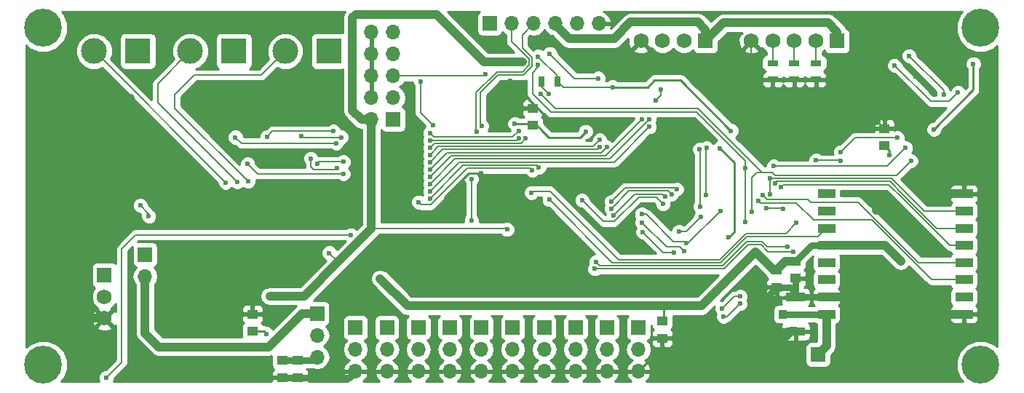
<source format=gbr>
G04 #@! TF.FileFunction,Copper,L2,Bot,Signal*
%FSLAX46Y46*%
G04 Gerber Fmt 4.6, Leading zero omitted, Abs format (unit mm)*
G04 Created by KiCad (PCBNEW 4.0.7) date 01/30/18 00:16:16*
%MOMM*%
%LPD*%
G01*
G04 APERTURE LIST*
%ADD10C,0.100000*%
%ADD11R,1.750000X1.750000*%
%ADD12C,1.750000*%
%ADD13C,4.400000*%
%ADD14R,1.250000X1.000000*%
%ADD15R,1.700000X1.700000*%
%ADD16O,1.700000X1.700000*%
%ADD17R,3.000000X3.000000*%
%ADD18C,3.000000*%
%ADD19R,2.000000X1.000000*%
%ADD20R,0.700000X1.300000*%
%ADD21R,1.300000X0.700000*%
%ADD22C,0.600000*%
%ADD23C,0.160000*%
%ADD24C,0.250000*%
%ADD25C,0.750000*%
%ADD26C,1.000000*%
%ADD27C,0.254000*%
G04 APERTURE END LIST*
D10*
D11*
X171221400Y-80314800D03*
D12*
X168721400Y-80314800D03*
X166221400Y-80314800D03*
X163721400Y-80314800D03*
X161221400Y-80314800D03*
D11*
X155905200Y-80314800D03*
D12*
X153405200Y-80314800D03*
X150905200Y-80314800D03*
X148405200Y-80314800D03*
D13*
X187909200Y-78790800D03*
X187909200Y-117983000D03*
X78867000Y-117983000D03*
D10*
G36*
X167495400Y-114615600D02*
X165295400Y-114615600D01*
X165295400Y-113615600D01*
X167495400Y-113615600D01*
X167495400Y-114615600D01*
X167495400Y-114615600D01*
G37*
G36*
X167495400Y-110615600D02*
X165295400Y-110615600D01*
X165295400Y-109615600D01*
X167495400Y-109615600D01*
X167495400Y-110615600D01*
X167495400Y-110615600D01*
G37*
G36*
X165395400Y-112615600D02*
X164395400Y-112615600D01*
X164395400Y-111615600D01*
X165395400Y-111615600D01*
X165395400Y-112615600D01*
X165395400Y-112615600D01*
G37*
D14*
X108458000Y-117465600D03*
X108458000Y-119465600D03*
X106705400Y-117491000D03*
X106705400Y-119491000D03*
X135813800Y-90154000D03*
X135813800Y-88154000D03*
X103200200Y-114106200D03*
X103200200Y-112106200D03*
X166395400Y-105934000D03*
X166395400Y-107934000D03*
X164185600Y-106975400D03*
X164185600Y-108975400D03*
X176733200Y-92516200D03*
X176733200Y-90516200D03*
X150876000Y-112893600D03*
X150876000Y-114893600D03*
D15*
X115189000Y-113665000D03*
D16*
X115189000Y-116205000D03*
X115189000Y-118745000D03*
D15*
X118846600Y-113665000D03*
D16*
X118846600Y-116205000D03*
X118846600Y-118745000D03*
D15*
X122504200Y-113665000D03*
D16*
X122504200Y-116205000D03*
X122504200Y-118745000D03*
D15*
X126161800Y-113665000D03*
D16*
X126161800Y-116205000D03*
X126161800Y-118745000D03*
D15*
X129819400Y-113665000D03*
D16*
X129819400Y-116205000D03*
X129819400Y-118745000D03*
D15*
X133477000Y-113665000D03*
D16*
X133477000Y-116205000D03*
X133477000Y-118745000D03*
D15*
X137134600Y-113665000D03*
D16*
X137134600Y-116205000D03*
X137134600Y-118745000D03*
D15*
X140792200Y-113665000D03*
D16*
X140792200Y-116205000D03*
X140792200Y-118745000D03*
D15*
X144449800Y-113665000D03*
D16*
X144449800Y-116205000D03*
X144449800Y-118745000D03*
D15*
X148107400Y-113665000D03*
D16*
X148107400Y-116205000D03*
X148107400Y-118745000D03*
D15*
X119583200Y-89458800D03*
D16*
X117043200Y-89458800D03*
X119583200Y-86918800D03*
X117043200Y-86918800D03*
X119583200Y-84378800D03*
X117043200Y-84378800D03*
X119583200Y-81838800D03*
X117043200Y-81838800D03*
X119583200Y-79298800D03*
X117043200Y-79298800D03*
D11*
X85979000Y-107569000D03*
D12*
X85979000Y-110069000D03*
X85979000Y-112569000D03*
D17*
X101041200Y-81508600D03*
D18*
X95961200Y-81508600D03*
D17*
X89865200Y-81508600D03*
D18*
X84785200Y-81508600D03*
D17*
X112090200Y-81508600D03*
D18*
X107010200Y-81508600D03*
D15*
X110718600Y-112014000D03*
D16*
X110718600Y-114554000D03*
X110718600Y-117094000D03*
D15*
X90703400Y-105156000D03*
D16*
X90703400Y-107696000D03*
D19*
X185977800Y-98105200D03*
X185977800Y-100105200D03*
X185977800Y-102105200D03*
X185977800Y-104105200D03*
X185977800Y-106105200D03*
X185977800Y-108105200D03*
X185977800Y-110105200D03*
X185977800Y-112105200D03*
X169977800Y-112105200D03*
X169977800Y-110105200D03*
X169977800Y-108105200D03*
X169977800Y-106105200D03*
X169977800Y-104105200D03*
X169977800Y-102105200D03*
X169977800Y-100105200D03*
X169977800Y-98105200D03*
D13*
X78867000Y-78790800D03*
D15*
X130810000Y-78282800D03*
D16*
X133350000Y-78282800D03*
X135890000Y-78282800D03*
X138430000Y-78282800D03*
X140970000Y-78282800D03*
X143510000Y-78282800D03*
D15*
X168986200Y-116789200D03*
D20*
X136794200Y-85039200D03*
X138694200Y-85039200D03*
D21*
X163728400Y-84795400D03*
X163728400Y-82895400D03*
X166217600Y-84795400D03*
X166217600Y-82895400D03*
X168757600Y-84795400D03*
X168757600Y-82895400D03*
D22*
X133197600Y-84963000D03*
X142189200Y-89865200D03*
X178892200Y-77647800D03*
X131546600Y-80416400D03*
X126898400Y-77216000D03*
X129768600Y-95707200D03*
X125603000Y-100101400D03*
X175971200Y-78181200D03*
X180340000Y-84429600D03*
X186136900Y-89630900D03*
X175800400Y-89643600D03*
X175762300Y-100056300D03*
X184277000Y-98221800D03*
X173685200Y-110083600D03*
X164211000Y-115798600D03*
X95964500Y-111782100D03*
X104165400Y-105968800D03*
X103657400Y-86309200D03*
X96088200Y-86944200D03*
X81534000Y-98755200D03*
X88950800Y-87020400D03*
X81940400Y-87020400D03*
X141960600Y-90855800D03*
X133731000Y-89941400D03*
X104800400Y-114376200D03*
X132816600Y-102260400D03*
X134594600Y-82778600D03*
X117017800Y-102133400D03*
X112141000Y-104978200D03*
X105206800Y-110007400D03*
X128676400Y-101219000D03*
X128701800Y-96393000D03*
X130276600Y-84226400D03*
X158877000Y-90754200D03*
X157581600Y-92786200D03*
X158623000Y-103149400D03*
X177266600Y-93548200D03*
X187071000Y-82981800D03*
X182473600Y-90601800D03*
X145084800Y-85674200D03*
X136423400Y-82118200D03*
X178638200Y-105943400D03*
X118033800Y-107975400D03*
X161721800Y-104851200D03*
X148615400Y-102539800D03*
X152273000Y-104927400D03*
X153416000Y-104800400D03*
X148513800Y-101447600D03*
X129260600Y-90906600D03*
X129844800Y-90220800D03*
X151968200Y-98145600D03*
X144957800Y-99822000D03*
X152552400Y-97561400D03*
X144932400Y-99009200D03*
X145186400Y-100609400D03*
X151180800Y-98399600D03*
X124206000Y-90144600D03*
X122758200Y-85039200D03*
X157861000Y-111455200D03*
X163398200Y-96316800D03*
X163398200Y-98171000D03*
X159943800Y-110032800D03*
X164719000Y-97282000D03*
X157988000Y-112369600D03*
X159918400Y-110896400D03*
X163982400Y-96901000D03*
X163017200Y-99745800D03*
X164973000Y-99822000D03*
X101422200Y-96697800D03*
X100076000Y-96774000D03*
X102666800Y-96647000D03*
X165455600Y-104216200D03*
X143154400Y-106019600D03*
X135763000Y-95351600D03*
X122555000Y-99060000D03*
X148488400Y-89458800D03*
X123850400Y-96113600D03*
X113766600Y-94386400D03*
X110744000Y-94589600D03*
X123850400Y-91059000D03*
X134162800Y-90805000D03*
X104876600Y-91465400D03*
X112598200Y-90805000D03*
X149377400Y-90297000D03*
X123850400Y-97790000D03*
X102641400Y-94640400D03*
X113792000Y-95783400D03*
X123850400Y-92735400D03*
X135001000Y-91643200D03*
X112953800Y-92227400D03*
X101219000Y-91516200D03*
X149326600Y-89458800D03*
X123850400Y-96951800D03*
X113055400Y-95148400D03*
X109982000Y-93980000D03*
X123850400Y-91897200D03*
X134188200Y-91617800D03*
X113538000Y-91516200D03*
X108889800Y-91414600D03*
X160553400Y-95123000D03*
X163830000Y-94869000D03*
X179171600Y-92760800D03*
X160528000Y-101396800D03*
X136423400Y-83083400D03*
X183616600Y-86563200D03*
X179578000Y-82042000D03*
X136702800Y-86436200D03*
X179832000Y-94259400D03*
X161290000Y-100228400D03*
X185293000Y-86309200D03*
X177927000Y-83159600D03*
X136525000Y-94996000D03*
X114630200Y-102870000D03*
X86156800Y-119532400D03*
X123850400Y-98628200D03*
X137718800Y-98780600D03*
X171602400Y-94234000D03*
X168783000Y-94208600D03*
X166471600Y-101498400D03*
X135661400Y-97967800D03*
X152806400Y-102489000D03*
X155397200Y-100761800D03*
X178231800Y-91567000D03*
X171653200Y-93218000D03*
X143027400Y-106832400D03*
X166090600Y-104825800D03*
X155270200Y-99568000D03*
X155219400Y-92913200D03*
X155956000Y-98247200D03*
X156057600Y-92735400D03*
X150952200Y-99288600D03*
X141528800Y-98831400D03*
X162534600Y-98221800D03*
X162026600Y-98882200D03*
X150088600Y-87249000D03*
X150723600Y-86004400D03*
X143408400Y-84658200D03*
X137795000Y-81788000D03*
X137642600Y-86461600D03*
X143586200Y-91846400D03*
X123850400Y-93573600D03*
X144424400Y-92684600D03*
X123850400Y-95275400D03*
X91135200Y-100711000D03*
X90144600Y-99441000D03*
X123850400Y-94411800D03*
X143611600Y-92659200D03*
X157632400Y-100101400D03*
X153670000Y-103860600D03*
X148488400Y-100482400D03*
D23*
X163728400Y-84795400D02*
X162595600Y-84795400D01*
X161221400Y-83421200D02*
X161221400Y-80314800D01*
X162595600Y-84795400D02*
X161221400Y-83421200D01*
X166217600Y-84795400D02*
X168757600Y-84795400D01*
X163728400Y-84795400D02*
X166217600Y-84795400D01*
D24*
X163753800Y-84770000D02*
X163728400Y-84795400D01*
X166243000Y-84770000D02*
X166217600Y-84795400D01*
D23*
X135813800Y-88154000D02*
X136388600Y-88154000D01*
X136388600Y-88154000D02*
X136652000Y-88417400D01*
D25*
X108458000Y-119465600D02*
X114468400Y-119465600D01*
X114468400Y-119465600D02*
X115189000Y-118745000D01*
X108458000Y-119465600D02*
X106730800Y-119465600D01*
X106730800Y-119465600D02*
X106705400Y-119491000D01*
D24*
X138099800Y-89865200D02*
X142189200Y-89865200D01*
X133197600Y-84963000D02*
X136652000Y-88417400D01*
X136652000Y-88417400D02*
X138099800Y-89865200D01*
D25*
X164185600Y-108975400D02*
X165769800Y-108975400D01*
X165769800Y-108975400D02*
X166395400Y-109601000D01*
X163169600Y-110159800D02*
X163169600Y-109991400D01*
X163169600Y-110159800D02*
X163169600Y-114096800D01*
X166376600Y-114096800D02*
X163169600Y-114096800D01*
X163169600Y-109991400D02*
X164185600Y-108975400D01*
D24*
X175971200Y-78181200D02*
X176504600Y-77647800D01*
X176504600Y-77647800D02*
X178892200Y-77647800D01*
X103200200Y-112106200D02*
X96288600Y-112106200D01*
X96288600Y-112106200D02*
X95964500Y-111782100D01*
X150876000Y-114893600D02*
X150876000Y-115976400D01*
X150876000Y-115976400D02*
X148107400Y-118745000D01*
X176733200Y-90516200D02*
X175860600Y-89643600D01*
X175860600Y-89643600D02*
X175800400Y-89643600D01*
X131546600Y-80416400D02*
X130098800Y-80416400D01*
X130098800Y-80416400D02*
X126898400Y-77216000D01*
X128397000Y-95707200D02*
X129768600Y-95707200D01*
X125603000Y-98501200D02*
X128397000Y-95707200D01*
X125603000Y-100101400D02*
X125603000Y-98501200D01*
D23*
X175971200Y-80060800D02*
X175971200Y-78181200D01*
X180340000Y-84429600D02*
X175971200Y-80060800D01*
D26*
X173685200Y-110083600D02*
X175706800Y-112105200D01*
X175706800Y-112105200D02*
X185977800Y-112105200D01*
X186136900Y-89630900D02*
X186156600Y-89611200D01*
X175800400Y-89643600D02*
X175793400Y-89636600D01*
X175762300Y-100056300D02*
X175768000Y-100050600D01*
X184393600Y-98105200D02*
X185977800Y-98105200D01*
X184277000Y-98221800D02*
X184393600Y-98105200D01*
X169977800Y-110105200D02*
X169999400Y-110083600D01*
X169999400Y-110083600D02*
X173685200Y-110083600D01*
X164211000Y-115798600D02*
X165894000Y-114115600D01*
X165894000Y-114115600D02*
X166395400Y-114115600D01*
X101777800Y-105968800D02*
X104165400Y-105968800D01*
X95964500Y-111782100D02*
X101777800Y-105968800D01*
X96723200Y-86309200D02*
X103657400Y-86309200D01*
X96088200Y-86944200D02*
X96723200Y-86309200D01*
D25*
X166376600Y-114096800D02*
X166395400Y-114115600D01*
X169977800Y-110105200D02*
X166405800Y-110105200D01*
X166405800Y-110105200D02*
X166395400Y-110115600D01*
D24*
X77419200Y-98755200D02*
X81534000Y-98755200D01*
D26*
X81940400Y-87020400D02*
X88950800Y-87020400D01*
X85979000Y-112569000D02*
X80971400Y-112569000D01*
X77419200Y-91541600D02*
X81940400Y-87020400D01*
X77419200Y-109016800D02*
X77419200Y-98755200D01*
X77419200Y-98755200D02*
X77419200Y-91541600D01*
X80971400Y-112569000D02*
X77419200Y-109016800D01*
D24*
X185977800Y-112105200D02*
X186725800Y-112105200D01*
D26*
X166380400Y-114100600D02*
X166395400Y-114115600D01*
D25*
X166395400Y-107934000D02*
X166395400Y-109601000D01*
X166395400Y-109601000D02*
X166395400Y-110115600D01*
D26*
X169977800Y-112105200D02*
X169977800Y-115797600D01*
X169977800Y-115797600D02*
X168986200Y-116789200D01*
D25*
X164895400Y-112115600D02*
X169967400Y-112115600D01*
X169967400Y-112115600D02*
X169977800Y-112105200D01*
D26*
X169942000Y-112141000D02*
X169977800Y-112105200D01*
X155905200Y-80314800D02*
X158013400Y-78206600D01*
X171221400Y-79248000D02*
X171221400Y-80314800D01*
X170180000Y-78206600D02*
X171221400Y-79248000D01*
X158013400Y-78206600D02*
X170180000Y-78206600D01*
D25*
X108458000Y-117465600D02*
X110347000Y-117465600D01*
X110347000Y-117465600D02*
X110718600Y-117094000D01*
X106705400Y-117491000D02*
X108432600Y-117491000D01*
X108432600Y-117491000D02*
X108458000Y-117465600D01*
D24*
X137702800Y-91525600D02*
X141290800Y-91525600D01*
X136118600Y-89941400D02*
X137033000Y-90855800D01*
X137033000Y-90855800D02*
X137702800Y-91525600D01*
X141290800Y-91525600D02*
X141960600Y-90855800D01*
X133731000Y-89941400D02*
X136118600Y-89941400D01*
X103200200Y-114106200D02*
X104530400Y-114106200D01*
X104530400Y-114106200D02*
X104800400Y-114376200D01*
D26*
X155905200Y-78994000D02*
X155905200Y-80314800D01*
X138430000Y-78282800D02*
X138430000Y-78460600D01*
X138430000Y-78460600D02*
X140030200Y-80060800D01*
X155041600Y-78130400D02*
X155905200Y-78994000D01*
X147193000Y-78130400D02*
X155041600Y-78130400D01*
X145262600Y-80060800D02*
X147193000Y-78130400D01*
X140030200Y-80060800D02*
X145262600Y-80060800D01*
D23*
X132689600Y-102133400D02*
X117017800Y-102133400D01*
X132816600Y-102260400D02*
X132689600Y-102133400D01*
D26*
X117043200Y-89458800D02*
X115900200Y-89458800D01*
X130175000Y-82778600D02*
X134594600Y-82778600D01*
X124612400Y-77216000D02*
X130175000Y-82778600D01*
X115239800Y-77216000D02*
X124612400Y-77216000D01*
X114833400Y-77622400D02*
X115239800Y-77216000D01*
X114833400Y-88392000D02*
X114833400Y-77622400D01*
X115900200Y-89458800D02*
X114833400Y-88392000D01*
X117017800Y-102133400D02*
X117043200Y-102158800D01*
D23*
X113068100Y-105905300D02*
X113296700Y-105905300D01*
X112141000Y-104978200D02*
X113068100Y-105905300D01*
D26*
X109194600Y-110007400D02*
X113296700Y-105905300D01*
X105206800Y-110007400D02*
X109194600Y-110007400D01*
X113296700Y-105905300D02*
X117043200Y-102158800D01*
X117043200Y-102158800D02*
X117043200Y-89458800D01*
D24*
X171170600Y-80365600D02*
X171221400Y-80314800D01*
D23*
X128676400Y-96418400D02*
X128676400Y-101219000D01*
X128701800Y-96393000D02*
X128676400Y-96418400D01*
X119583200Y-84378800D02*
X130124200Y-84378800D01*
X130124200Y-84378800D02*
X130276600Y-84226400D01*
D24*
X157581600Y-92786200D02*
X159232600Y-94437200D01*
X149174200Y-85674200D02*
X149961600Y-84886800D01*
X149961600Y-84886800D02*
X153009600Y-84886800D01*
X153009600Y-84886800D02*
X158877000Y-90754200D01*
X145084800Y-85674200D02*
X149174200Y-85674200D01*
X159232600Y-102539800D02*
X158623000Y-103149400D01*
X159232600Y-94437200D02*
X159232600Y-102539800D01*
D26*
X164185600Y-106975400D02*
X165227000Y-105934000D01*
X165227000Y-105934000D02*
X166395400Y-105934000D01*
X163846000Y-106975400D02*
X162804600Y-105934000D01*
X162804600Y-105934000D02*
X161721800Y-104851200D01*
X163846000Y-106975400D02*
X164185600Y-106975400D01*
D24*
X150876000Y-112893600D02*
X151028400Y-112741200D01*
X151028400Y-112741200D02*
X151028400Y-111150400D01*
X176733200Y-92516200D02*
X177266600Y-93049600D01*
X177266600Y-93049600D02*
X177266600Y-93548200D01*
X187071000Y-86004400D02*
X187071000Y-82981800D01*
X182473600Y-90601800D02*
X187071000Y-86004400D01*
D23*
X138694200Y-85039200D02*
X139329200Y-85674200D01*
X139329200Y-85674200D02*
X145084800Y-85674200D01*
X138694200Y-85039200D02*
X138694200Y-84389000D01*
X138694200Y-84389000D02*
X136423400Y-82118200D01*
D26*
X169977800Y-104105200D02*
X176800000Y-104105200D01*
X176800000Y-104105200D02*
X178638200Y-105943400D01*
X118033800Y-107975400D02*
X121208800Y-111150400D01*
X121208800Y-111150400D02*
X151028400Y-111150400D01*
D25*
X166395400Y-105934000D02*
X168224200Y-104105200D01*
X168224200Y-104105200D02*
X169977800Y-104105200D01*
D26*
X161721800Y-104851200D02*
X158597600Y-107975400D01*
X155422600Y-111150400D02*
X158597600Y-107975400D01*
X151028400Y-111150400D02*
X155422600Y-111150400D01*
X90703400Y-107696000D02*
X90703400Y-114325400D01*
X108991400Y-112014000D02*
X110718600Y-112014000D01*
X105079800Y-115925600D02*
X108991400Y-112014000D01*
X92303600Y-115925600D02*
X105079800Y-115925600D01*
X90703400Y-114325400D02*
X92303600Y-115925600D01*
X90703400Y-107696000D02*
X90703400Y-107848400D01*
D23*
X151003000Y-104927400D02*
X148615400Y-102539800D01*
X152273000Y-104927400D02*
X151003000Y-104927400D01*
X151358600Y-104292400D02*
X148513800Y-101447600D01*
X152908000Y-104292400D02*
X151358600Y-104292400D01*
X153416000Y-104800400D02*
X152908000Y-104292400D01*
X129235200Y-90805000D02*
X129235200Y-90881200D01*
X129235200Y-90881200D02*
X129260600Y-90906600D01*
X133350000Y-78282800D02*
X133350000Y-80391000D01*
X129235200Y-86283800D02*
X129235200Y-90805000D01*
X129235200Y-90805000D02*
X129235200Y-90830400D01*
X131622800Y-83896200D02*
X129235200Y-86283800D01*
X134594600Y-83896200D02*
X131622800Y-83896200D01*
X135382000Y-83108800D02*
X134594600Y-83896200D01*
X135382000Y-82423000D02*
X135382000Y-83108800D01*
X133350000Y-80391000D02*
X135382000Y-82423000D01*
X135890000Y-78282800D02*
X134594600Y-79578200D01*
X129717800Y-87506282D02*
X129717800Y-90220800D01*
X129718360Y-87506842D02*
X129717800Y-87506282D01*
X129718360Y-86309760D02*
X129718360Y-87506842D01*
X131771918Y-84256202D02*
X129718360Y-86309760D01*
X134743718Y-84256202D02*
X131771918Y-84256202D01*
X135742002Y-83257918D02*
X134743718Y-84256202D01*
X135742002Y-82273882D02*
X135742002Y-83257918D01*
X134594600Y-81126480D02*
X135742002Y-82273882D01*
X134594600Y-79578200D02*
X134594600Y-81126480D01*
X151028400Y-97769002D02*
X151591602Y-97769002D01*
X151591602Y-97769002D02*
X151968200Y-98145600D01*
X147010798Y-97769002D02*
X151028400Y-97769002D01*
X151028400Y-97769002D02*
X151079200Y-97769002D01*
X144957800Y-99822000D02*
X147010798Y-97769002D01*
X151688800Y-97409000D02*
X152400000Y-97409000D01*
X144932400Y-99009200D02*
X146532600Y-97409000D01*
X146532600Y-97409000D02*
X151688800Y-97409000D01*
X152400000Y-97409000D02*
X152552400Y-97561400D01*
X150749000Y-98129004D02*
X150910204Y-98129004D01*
X145186400Y-100609400D02*
X147666796Y-98129004D01*
X147666796Y-98129004D02*
X150749000Y-98129004D01*
X150910204Y-98129004D02*
X151180800Y-98399600D01*
X122758200Y-88696800D02*
X124206000Y-90144600D01*
X122758200Y-85039200D02*
X122758200Y-88696800D01*
X168757600Y-82895400D02*
X168757600Y-80351000D01*
X168757600Y-80351000D02*
X168721400Y-80314800D01*
D24*
X168757600Y-80351000D02*
X168721400Y-80314800D01*
D23*
X166217600Y-82895400D02*
X166217600Y-80318600D01*
X166217600Y-80318600D02*
X166221400Y-80314800D01*
D24*
X166192200Y-80344000D02*
X166221400Y-80314800D01*
D23*
X159283400Y-110032800D02*
X159943800Y-110032800D01*
X157861000Y-111455200D02*
X159283400Y-110032800D01*
X163398200Y-96316800D02*
X177571400Y-96316800D01*
X181359800Y-100105200D02*
X178638200Y-97383600D01*
X181359800Y-100105200D02*
X185977800Y-100105200D01*
X177571400Y-96316800D02*
X178638200Y-97383600D01*
X163398200Y-98171000D02*
X163398200Y-96316800D01*
D24*
X185977800Y-100105200D02*
X186566800Y-100105200D01*
D23*
X178980540Y-98768460D02*
X177248884Y-97036804D01*
X184317280Y-104105200D02*
X178980540Y-98768460D01*
X184317280Y-104105200D02*
X185977800Y-104105200D01*
X177248884Y-97036804D02*
X166344600Y-97036804D01*
X164964196Y-97036804D02*
X166344600Y-97036804D01*
X164719000Y-97282000D02*
X164964196Y-97036804D01*
D24*
X185977800Y-104105200D02*
X185639200Y-104105200D01*
X185977800Y-104105200D02*
X186547000Y-104105200D01*
D23*
X157988000Y-112369600D02*
X158445200Y-112369600D01*
X158445200Y-112369600D02*
X159918400Y-110896400D01*
X165730598Y-96676802D02*
X164206598Y-96676802D01*
X177398002Y-96676802D02*
X178854100Y-98132900D01*
X177398002Y-96676802D02*
X165730598Y-96676802D01*
X164206598Y-96676802D02*
X163982400Y-96901000D01*
X185977800Y-102105200D02*
X182826400Y-102105200D01*
X182826400Y-102105200D02*
X178854100Y-98132900D01*
X178854100Y-98132900D02*
X178841400Y-98120200D01*
D24*
X185977800Y-102105200D02*
X185468000Y-102105200D01*
D23*
X164896800Y-99745800D02*
X163017200Y-99745800D01*
X164973000Y-99822000D02*
X164896800Y-99745800D01*
X101422200Y-96697800D02*
X92176600Y-87452200D01*
X92176600Y-87452200D02*
X92176600Y-85293200D01*
X95961200Y-81508600D02*
X92176600Y-85293200D01*
D24*
X96774000Y-81508600D02*
X95961200Y-81508600D01*
D23*
X100076000Y-96774000D02*
X84810600Y-81508600D01*
X84810600Y-81508600D02*
X84785200Y-81508600D01*
X104241600Y-84277200D02*
X107010200Y-81508600D01*
X96443800Y-84277200D02*
X104241600Y-84277200D01*
X94183200Y-86537800D02*
X96443800Y-84277200D01*
X94183200Y-88138000D02*
X94183200Y-86537800D01*
X102666800Y-96621600D02*
X94183200Y-88138000D01*
X102666800Y-96647000D02*
X102666800Y-96621600D01*
X165455600Y-104216200D02*
X163069120Y-104216200D01*
X143607198Y-106472398D02*
X143154400Y-106019600D01*
X157889682Y-106472398D02*
X143607198Y-106472398D01*
X160709082Y-103652998D02*
X157889682Y-106472398D01*
X162505918Y-103652998D02*
X160709082Y-103652998D01*
X163069120Y-104216200D02*
X162505918Y-103652998D01*
X135531010Y-95119610D02*
X135763000Y-95351600D01*
X128197190Y-95119610D02*
X135531010Y-95119610D01*
X123952000Y-99364800D02*
X128197190Y-95119610D01*
X122859800Y-99364800D02*
X123952000Y-99364800D01*
X122555000Y-99060000D02*
X122859800Y-99364800D01*
X143154400Y-93679602D02*
X144267598Y-93679602D01*
X144267598Y-93679602D02*
X148488400Y-89458800D01*
X128803400Y-93679602D02*
X143154400Y-93679602D01*
X143154400Y-93679602D02*
X143205200Y-93679602D01*
X126284398Y-93679602D02*
X128803400Y-93679602D01*
X128803400Y-93679602D02*
X128879600Y-93679602D01*
X123850400Y-96113600D02*
X126284398Y-93679602D01*
X110947200Y-94386400D02*
X113766600Y-94386400D01*
X110744000Y-94589600D02*
X110947200Y-94386400D01*
X127381000Y-91502994D02*
X133464806Y-91502994D01*
X123850400Y-91059000D02*
X124294394Y-91502994D01*
X124294394Y-91502994D02*
X127381000Y-91502994D01*
X133464806Y-91502994D02*
X134162800Y-90805000D01*
X104876600Y-91465400D02*
X105537000Y-90805000D01*
X105537000Y-90805000D02*
X112598200Y-90805000D01*
X142290800Y-94399606D02*
X145274794Y-94399606D01*
X145274794Y-94399606D02*
X149377400Y-90297000D01*
X127965200Y-94399606D02*
X142290800Y-94399606D01*
X142290800Y-94399606D02*
X142316200Y-94399606D01*
X127240794Y-94399606D02*
X127965200Y-94399606D01*
X127965200Y-94399606D02*
X127990600Y-94399606D01*
X123850400Y-97790000D02*
X127240794Y-94399606D01*
X102641400Y-94640400D02*
X103784400Y-95783400D01*
X103784400Y-95783400D02*
X113792000Y-95783400D01*
X128447800Y-92222998D02*
X134421202Y-92222998D01*
X123850400Y-92735400D02*
X124362802Y-92222998D01*
X124362802Y-92222998D02*
X128447800Y-92222998D01*
X134421202Y-92222998D02*
X135001000Y-91643200D01*
X101930200Y-92227400D02*
X112953800Y-92227400D01*
X101219000Y-91516200D02*
X101930200Y-92227400D01*
X142824200Y-94039604D02*
X144745796Y-94039604D01*
X144745796Y-94039604D02*
X149326600Y-89458800D01*
X128041400Y-94039604D02*
X142824200Y-94039604D01*
X142824200Y-94039604D02*
X142875000Y-94039604D01*
X112953800Y-95250000D02*
X113055400Y-95148400D01*
X110337600Y-95250000D02*
X112953800Y-95250000D01*
X110007400Y-94919800D02*
X110337600Y-95250000D01*
X110007400Y-94005400D02*
X110007400Y-94919800D01*
X109982000Y-93980000D02*
X110007400Y-94005400D01*
X126762596Y-94039604D02*
X128041400Y-94039604D01*
X128041400Y-94039604D02*
X128117600Y-94039604D01*
X123850400Y-96951800D02*
X126762596Y-94039604D01*
X128168400Y-91862996D02*
X133943004Y-91862996D01*
X123850400Y-91897200D02*
X123884604Y-91862996D01*
X123884604Y-91862996D02*
X128168400Y-91862996D01*
X133943004Y-91862996D02*
X134188200Y-91617800D01*
X108991400Y-91516200D02*
X113538000Y-91516200D01*
X108889800Y-91414600D02*
X108991400Y-91516200D01*
X160553400Y-95123000D02*
X160528000Y-95123000D01*
X177063400Y-94869000D02*
X163830000Y-94869000D01*
X179171600Y-92760800D02*
X177063400Y-94869000D01*
X142519400Y-88595200D02*
X154863800Y-88595200D01*
X160528000Y-94259400D02*
X160528000Y-95123000D01*
X160528000Y-95123000D02*
X160528000Y-101396800D01*
X154863800Y-88595200D02*
X160528000Y-94259400D01*
X137947400Y-88595200D02*
X142519400Y-88595200D01*
X142519400Y-88595200D02*
X142544800Y-88595200D01*
X135788400Y-86436200D02*
X137947400Y-88595200D01*
X135788400Y-83997800D02*
X135788400Y-86436200D01*
X136423400Y-83362800D02*
X135788400Y-83997800D01*
X136423400Y-83083400D02*
X136423400Y-83362800D01*
X183616600Y-86080600D02*
X183616600Y-86563200D01*
X179578000Y-82042000D02*
X183616600Y-86080600D01*
X143611600Y-88138000D02*
X155016200Y-88138000D01*
X155016200Y-88138000D02*
X162483800Y-95605600D01*
X138404600Y-88138000D02*
X143611600Y-88138000D01*
X143611600Y-88138000D02*
X143637000Y-88138000D01*
X136702800Y-86436200D02*
X138404600Y-88138000D01*
X179832000Y-94259400D02*
X178134602Y-95956798D01*
X178134602Y-95956798D02*
X164003398Y-95956798D01*
X164003398Y-95956798D02*
X163652200Y-95605600D01*
X163652200Y-95605600D02*
X162483800Y-95605600D01*
X162483800Y-95605600D02*
X161899600Y-95605600D01*
X161899600Y-95605600D02*
X161290000Y-96215200D01*
X161290000Y-96215200D02*
X161290000Y-100228400D01*
X184251600Y-87350600D02*
X185293000Y-86309200D01*
X182118000Y-87350600D02*
X184251600Y-87350600D01*
X177927000Y-83159600D02*
X182118000Y-87350600D01*
X129438400Y-94759608D02*
X136288608Y-94759608D01*
X136288608Y-94759608D02*
X136525000Y-94996000D01*
X89611200Y-102870000D02*
X114630200Y-102870000D01*
X88011000Y-104470200D02*
X89611200Y-102870000D01*
X88011000Y-117678200D02*
X88011000Y-104470200D01*
X86156800Y-119532400D02*
X88011000Y-117678200D01*
X127718992Y-94759608D02*
X129438400Y-94759608D01*
X129438400Y-94759608D02*
X129489200Y-94759608D01*
X123850400Y-98628200D02*
X127718992Y-94759608D01*
X169977800Y-102105200D02*
X169009800Y-103073200D01*
X145050596Y-106112396D02*
X137718800Y-98780600D01*
X157692004Y-106112396D02*
X145050596Y-106112396D01*
X160731200Y-103073200D02*
X157692004Y-106112396D01*
X169009800Y-103073200D02*
X160731200Y-103073200D01*
X171577000Y-94208600D02*
X171602400Y-94234000D01*
X168783000Y-94208600D02*
X171577000Y-94208600D01*
X165256802Y-102713198D02*
X166471600Y-101498400D01*
X160582082Y-102713198D02*
X165256802Y-102713198D01*
X157542886Y-105752394D02*
X160582082Y-102713198D01*
X145757394Y-105752394D02*
X157542886Y-105752394D01*
X137820400Y-97815400D02*
X145757394Y-105752394D01*
X135813800Y-97815400D02*
X137820400Y-97815400D01*
X135661400Y-97967800D02*
X135813800Y-97815400D01*
X153670000Y-102489000D02*
X152806400Y-102489000D01*
X155397200Y-100761800D02*
X153670000Y-102489000D01*
X178231800Y-91567000D02*
X173304200Y-91567000D01*
X173304200Y-91567000D02*
X171653200Y-93218000D01*
X158038800Y-106832400D02*
X143027400Y-106832400D01*
X160858200Y-104013000D02*
X158038800Y-106832400D01*
X162356800Y-104013000D02*
X160858200Y-104013000D01*
X163169600Y-104825800D02*
X162356800Y-104013000D01*
X166090600Y-104825800D02*
X163169600Y-104825800D01*
X155270200Y-92964000D02*
X155270200Y-99568000D01*
X155219400Y-92913200D02*
X155270200Y-92964000D01*
X155956000Y-92837000D02*
X155956000Y-98247200D01*
X156057600Y-92735400D02*
X155956000Y-92837000D01*
X150164800Y-98501200D02*
X150952200Y-99288600D01*
X148132800Y-98501200D02*
X150164800Y-98501200D01*
X145313400Y-101320600D02*
X148132800Y-98501200D01*
X144018000Y-101320600D02*
X145313400Y-101320600D01*
X141528800Y-98831400D02*
X144018000Y-101320600D01*
X164947600Y-98755200D02*
X167843200Y-98755200D01*
X180705000Y-106105200D02*
X185977800Y-106105200D01*
X173685200Y-99085400D02*
X180705000Y-106105200D01*
X168173400Y-99085400D02*
X173685200Y-99085400D01*
X167843200Y-98755200D02*
X168173400Y-99085400D01*
X163068000Y-98755200D02*
X164947600Y-98755200D01*
X164947600Y-98755200D02*
X165023800Y-98755200D01*
X162534600Y-98221800D02*
X163068000Y-98755200D01*
D24*
X185977800Y-106105200D02*
X185378600Y-106105200D01*
X185977800Y-106105200D02*
X186172600Y-106105200D01*
D23*
X165074600Y-99136200D02*
X166497000Y-99136200D01*
X182195880Y-108105200D02*
X185977800Y-108105200D01*
X175233480Y-101142800D02*
X182195880Y-108105200D01*
X168503600Y-101142800D02*
X175233480Y-101142800D01*
X166497000Y-99136200D02*
X168503600Y-101142800D01*
X162280600Y-99136200D02*
X165074600Y-99136200D01*
X165074600Y-99136200D02*
X165100000Y-99136200D01*
X162026600Y-98882200D02*
X162280600Y-99136200D01*
D24*
X185977800Y-108105200D02*
X185473600Y-108105200D01*
X185977800Y-108105200D02*
X186306200Y-108105200D01*
X185977800Y-108105200D02*
X186357000Y-108105200D01*
X185977800Y-108105200D02*
X186407800Y-108105200D01*
D23*
X150723600Y-86614000D02*
X150088600Y-87249000D01*
X150723600Y-86004400D02*
X150723600Y-86614000D01*
X140665200Y-84658200D02*
X143408400Y-84658200D01*
X137795000Y-81788000D02*
X140665200Y-84658200D01*
X137642600Y-86461600D02*
X136794200Y-85613200D01*
X136794200Y-85613200D02*
X136794200Y-85039200D01*
X142849600Y-92583000D02*
X143586200Y-91846400D01*
X124841000Y-92583000D02*
X142849600Y-92583000D01*
X123850400Y-93573600D02*
X124841000Y-92583000D01*
X143789400Y-93319600D02*
X144424400Y-92684600D01*
X125806200Y-93319600D02*
X143789400Y-93319600D01*
X123850400Y-95275400D02*
X125806200Y-93319600D01*
X91135200Y-100431600D02*
X91135200Y-100711000D01*
X90144600Y-99441000D02*
X91135200Y-100431600D01*
X123850400Y-94411800D02*
X125319198Y-92943002D01*
X125319198Y-92943002D02*
X143327798Y-92943002D01*
X143327798Y-92943002D02*
X143611600Y-92659200D01*
X153873200Y-103860600D02*
X153670000Y-103860600D01*
X157632400Y-100101400D02*
X153873200Y-103860600D01*
X153695400Y-103835200D02*
X153695400Y-103632000D01*
X153670000Y-103860600D02*
X153695400Y-103835200D01*
X153695400Y-103632000D02*
X152171400Y-103632000D01*
X149021800Y-100482400D02*
X148488400Y-100482400D01*
X152171400Y-103632000D02*
X149021800Y-100482400D01*
X163728400Y-82895400D02*
X163728400Y-80321800D01*
X163728400Y-80321800D02*
X163721400Y-80314800D01*
D27*
G36*
X185507205Y-77182805D02*
X185074693Y-78224410D01*
X185073709Y-79352242D01*
X185504402Y-80394601D01*
X186301205Y-81192795D01*
X187342810Y-81625307D01*
X188470642Y-81626291D01*
X189513001Y-81195598D01*
X189790000Y-80919082D01*
X189790000Y-115854286D01*
X189517195Y-115581005D01*
X188475590Y-115148493D01*
X187347758Y-115147509D01*
X186305399Y-115578202D01*
X185507205Y-116375005D01*
X185074693Y-117416610D01*
X185073709Y-118544442D01*
X185504402Y-119586801D01*
X185856985Y-119940000D01*
X148988925Y-119940000D01*
X149379045Y-119511924D01*
X149548876Y-119101890D01*
X149427555Y-118872000D01*
X148234400Y-118872000D01*
X148234400Y-118892000D01*
X147980400Y-118892000D01*
X147980400Y-118872000D01*
X146787245Y-118872000D01*
X146665924Y-119101890D01*
X146835755Y-119511924D01*
X147225875Y-119940000D01*
X145331325Y-119940000D01*
X145721445Y-119511924D01*
X145891276Y-119101890D01*
X145769955Y-118872000D01*
X144576800Y-118872000D01*
X144576800Y-118892000D01*
X144322800Y-118892000D01*
X144322800Y-118872000D01*
X143129645Y-118872000D01*
X143008324Y-119101890D01*
X143178155Y-119511924D01*
X143568275Y-119940000D01*
X141673725Y-119940000D01*
X142063845Y-119511924D01*
X142233676Y-119101890D01*
X142112355Y-118872000D01*
X140919200Y-118872000D01*
X140919200Y-118892000D01*
X140665200Y-118892000D01*
X140665200Y-118872000D01*
X139472045Y-118872000D01*
X139350724Y-119101890D01*
X139520555Y-119511924D01*
X139910675Y-119940000D01*
X138016125Y-119940000D01*
X138406245Y-119511924D01*
X138576076Y-119101890D01*
X138454755Y-118872000D01*
X137261600Y-118872000D01*
X137261600Y-118892000D01*
X137007600Y-118892000D01*
X137007600Y-118872000D01*
X135814445Y-118872000D01*
X135693124Y-119101890D01*
X135862955Y-119511924D01*
X136253075Y-119940000D01*
X134358525Y-119940000D01*
X134748645Y-119511924D01*
X134918476Y-119101890D01*
X134797155Y-118872000D01*
X133604000Y-118872000D01*
X133604000Y-118892000D01*
X133350000Y-118892000D01*
X133350000Y-118872000D01*
X132156845Y-118872000D01*
X132035524Y-119101890D01*
X132205355Y-119511924D01*
X132595475Y-119940000D01*
X130700925Y-119940000D01*
X131091045Y-119511924D01*
X131260876Y-119101890D01*
X131139555Y-118872000D01*
X129946400Y-118872000D01*
X129946400Y-118892000D01*
X129692400Y-118892000D01*
X129692400Y-118872000D01*
X128499245Y-118872000D01*
X128377924Y-119101890D01*
X128547755Y-119511924D01*
X128937875Y-119940000D01*
X127043325Y-119940000D01*
X127433445Y-119511924D01*
X127603276Y-119101890D01*
X127481955Y-118872000D01*
X126288800Y-118872000D01*
X126288800Y-118892000D01*
X126034800Y-118892000D01*
X126034800Y-118872000D01*
X124841645Y-118872000D01*
X124720324Y-119101890D01*
X124890155Y-119511924D01*
X125280275Y-119940000D01*
X123385725Y-119940000D01*
X123775845Y-119511924D01*
X123945676Y-119101890D01*
X123824355Y-118872000D01*
X122631200Y-118872000D01*
X122631200Y-118892000D01*
X122377200Y-118892000D01*
X122377200Y-118872000D01*
X121184045Y-118872000D01*
X121062724Y-119101890D01*
X121232555Y-119511924D01*
X121622675Y-119940000D01*
X119728125Y-119940000D01*
X120118245Y-119511924D01*
X120288076Y-119101890D01*
X120166755Y-118872000D01*
X118973600Y-118872000D01*
X118973600Y-118892000D01*
X118719600Y-118892000D01*
X118719600Y-118872000D01*
X117526445Y-118872000D01*
X117405124Y-119101890D01*
X117574955Y-119511924D01*
X117965075Y-119940000D01*
X116070525Y-119940000D01*
X116460645Y-119511924D01*
X116630476Y-119101890D01*
X116509155Y-118872000D01*
X115316000Y-118872000D01*
X115316000Y-118892000D01*
X115062000Y-118892000D01*
X115062000Y-118872000D01*
X113868845Y-118872000D01*
X113747524Y-119101890D01*
X113917355Y-119511924D01*
X114307475Y-119940000D01*
X109718000Y-119940000D01*
X109718000Y-119751350D01*
X109559250Y-119592600D01*
X108585000Y-119592600D01*
X108585000Y-119612600D01*
X108331000Y-119612600D01*
X108331000Y-119592600D01*
X107356750Y-119592600D01*
X107331350Y-119618000D01*
X106832400Y-119618000D01*
X106832400Y-119638000D01*
X106578400Y-119638000D01*
X106578400Y-119618000D01*
X105604150Y-119618000D01*
X105445400Y-119776750D01*
X105445400Y-119940000D01*
X86999953Y-119940000D01*
X87091638Y-119719199D01*
X87091734Y-119608628D01*
X88516581Y-118183781D01*
X88543126Y-118144054D01*
X88671574Y-117951819D01*
X88726000Y-117678200D01*
X88726000Y-104766362D01*
X89210936Y-104281426D01*
X89205960Y-104306000D01*
X89205960Y-106006000D01*
X89250238Y-106241317D01*
X89389310Y-106457441D01*
X89601510Y-106602431D01*
X89668941Y-106616086D01*
X89624253Y-106645946D01*
X89302346Y-107127715D01*
X89189307Y-107696000D01*
X89302346Y-108264285D01*
X89568400Y-108662464D01*
X89568400Y-114325400D01*
X89654797Y-114759746D01*
X89801358Y-114979090D01*
X89900834Y-115127966D01*
X91501034Y-116728167D01*
X91869255Y-116974204D01*
X92303600Y-117060600D01*
X105079800Y-117060600D01*
X105433097Y-116990325D01*
X105432960Y-116991000D01*
X105432960Y-117991000D01*
X105477238Y-118226317D01*
X105616310Y-118442441D01*
X105684406Y-118488969D01*
X105542073Y-118631302D01*
X105445400Y-118864691D01*
X105445400Y-119205250D01*
X105604150Y-119364000D01*
X106578400Y-119364000D01*
X106578400Y-119344000D01*
X106832400Y-119344000D01*
X106832400Y-119364000D01*
X107806650Y-119364000D01*
X107832050Y-119338600D01*
X108331000Y-119338600D01*
X108331000Y-119318600D01*
X108585000Y-119318600D01*
X108585000Y-119338600D01*
X109559250Y-119338600D01*
X109718000Y-119179850D01*
X109718000Y-118839291D01*
X109621327Y-118605902D01*
X109491026Y-118475600D01*
X110169680Y-118475600D01*
X110689507Y-118579000D01*
X110747693Y-118579000D01*
X111315978Y-118465961D01*
X111797747Y-118144054D01*
X112119654Y-117662285D01*
X112232693Y-117094000D01*
X112119654Y-116525715D01*
X111905360Y-116205000D01*
X113674907Y-116205000D01*
X113787946Y-116773285D01*
X114109853Y-117255054D01*
X114450553Y-117482702D01*
X114307642Y-117549817D01*
X113917355Y-117978076D01*
X113747524Y-118388110D01*
X113868845Y-118618000D01*
X115062000Y-118618000D01*
X115062000Y-118598000D01*
X115316000Y-118598000D01*
X115316000Y-118618000D01*
X116509155Y-118618000D01*
X116630476Y-118388110D01*
X116460645Y-117978076D01*
X116070358Y-117549817D01*
X115927447Y-117482702D01*
X116268147Y-117255054D01*
X116590054Y-116773285D01*
X116703093Y-116205000D01*
X117332507Y-116205000D01*
X117445546Y-116773285D01*
X117767453Y-117255054D01*
X118108153Y-117482702D01*
X117965242Y-117549817D01*
X117574955Y-117978076D01*
X117405124Y-118388110D01*
X117526445Y-118618000D01*
X118719600Y-118618000D01*
X118719600Y-118598000D01*
X118973600Y-118598000D01*
X118973600Y-118618000D01*
X120166755Y-118618000D01*
X120288076Y-118388110D01*
X120118245Y-117978076D01*
X119727958Y-117549817D01*
X119585047Y-117482702D01*
X119925747Y-117255054D01*
X120247654Y-116773285D01*
X120360693Y-116205000D01*
X120247654Y-115636715D01*
X119925747Y-115154946D01*
X119884148Y-115127150D01*
X119931917Y-115118162D01*
X120148041Y-114979090D01*
X120293031Y-114766890D01*
X120344040Y-114515000D01*
X120344040Y-112815000D01*
X120299762Y-112579683D01*
X120160690Y-112363559D01*
X119948490Y-112218569D01*
X119696600Y-112167560D01*
X117996600Y-112167560D01*
X117761283Y-112211838D01*
X117545159Y-112350910D01*
X117400169Y-112563110D01*
X117349160Y-112815000D01*
X117349160Y-114515000D01*
X117393438Y-114750317D01*
X117532510Y-114966441D01*
X117744710Y-115111431D01*
X117812141Y-115125086D01*
X117767453Y-115154946D01*
X117445546Y-115636715D01*
X117332507Y-116205000D01*
X116703093Y-116205000D01*
X116590054Y-115636715D01*
X116268147Y-115154946D01*
X116226548Y-115127150D01*
X116274317Y-115118162D01*
X116490441Y-114979090D01*
X116635431Y-114766890D01*
X116686440Y-114515000D01*
X116686440Y-112815000D01*
X116642162Y-112579683D01*
X116503090Y-112363559D01*
X116290890Y-112218569D01*
X116039000Y-112167560D01*
X114339000Y-112167560D01*
X114103683Y-112211838D01*
X113887559Y-112350910D01*
X113742569Y-112563110D01*
X113691560Y-112815000D01*
X113691560Y-114515000D01*
X113735838Y-114750317D01*
X113874910Y-114966441D01*
X114087110Y-115111431D01*
X114154541Y-115125086D01*
X114109853Y-115154946D01*
X113787946Y-115636715D01*
X113674907Y-116205000D01*
X111905360Y-116205000D01*
X111797747Y-116043946D01*
X111468574Y-115824000D01*
X111797747Y-115604054D01*
X112119654Y-115122285D01*
X112232693Y-114554000D01*
X112119654Y-113985715D01*
X111797747Y-113503946D01*
X111756148Y-113476150D01*
X111803917Y-113467162D01*
X112020041Y-113328090D01*
X112165031Y-113115890D01*
X112216040Y-112864000D01*
X112216040Y-111164000D01*
X112171762Y-110928683D01*
X112032690Y-110712559D01*
X111820490Y-110567569D01*
X111568600Y-110516560D01*
X110290572Y-110516560D01*
X114099266Y-106707867D01*
X114099268Y-106707864D01*
X117845766Y-102961366D01*
X117915441Y-102857090D01*
X117921248Y-102848400D01*
X132082437Y-102848400D01*
X132286273Y-103052592D01*
X132629801Y-103195238D01*
X133001767Y-103195562D01*
X133345543Y-103053517D01*
X133608792Y-102790727D01*
X133751438Y-102447199D01*
X133751762Y-102075233D01*
X133609717Y-101731457D01*
X133346927Y-101468208D01*
X133003399Y-101325562D01*
X132631433Y-101325238D01*
X132405963Y-101418400D01*
X129606006Y-101418400D01*
X129611238Y-101405799D01*
X129611562Y-101033833D01*
X129469517Y-100690057D01*
X129391400Y-100611804D01*
X129391400Y-97025740D01*
X129493992Y-96923327D01*
X129636638Y-96579799D01*
X129636962Y-96207833D01*
X129494917Y-95864057D01*
X129465521Y-95834610D01*
X134950904Y-95834610D01*
X134969883Y-95880543D01*
X135232673Y-96143792D01*
X135576201Y-96286438D01*
X135948167Y-96286762D01*
X136291943Y-96144717D01*
X136506049Y-95930984D01*
X136710167Y-95931162D01*
X137053943Y-95789117D01*
X137317192Y-95526327D01*
X137459838Y-95182799D01*
X137459897Y-95114606D01*
X145274794Y-95114606D01*
X145548413Y-95060180D01*
X145780375Y-94905187D01*
X149453495Y-91232067D01*
X149562567Y-91232162D01*
X149906343Y-91090117D01*
X150169592Y-90827327D01*
X150312238Y-90483799D01*
X150312562Y-90111833D01*
X150190503Y-89816428D01*
X150261438Y-89645599D01*
X150261730Y-89310200D01*
X154567638Y-89310200D01*
X157192669Y-91935231D01*
X157052657Y-91993083D01*
X156844824Y-92200554D01*
X156587927Y-91943208D01*
X156244399Y-91800562D01*
X155872433Y-91800238D01*
X155528657Y-91942283D01*
X155467158Y-92003675D01*
X155406199Y-91978362D01*
X155034233Y-91978038D01*
X154690457Y-92120083D01*
X154427208Y-92382873D01*
X154284562Y-92726401D01*
X154284238Y-93098367D01*
X154426283Y-93442143D01*
X154555200Y-93571285D01*
X154555200Y-98960616D01*
X154478008Y-99037673D01*
X154335362Y-99381201D01*
X154335038Y-99753167D01*
X154477083Y-100096943D01*
X154608199Y-100228288D01*
X154605008Y-100231473D01*
X154462362Y-100575001D01*
X154462266Y-100685572D01*
X153393829Y-101754009D01*
X153336727Y-101696808D01*
X152993199Y-101554162D01*
X152621233Y-101553838D01*
X152277457Y-101695883D01*
X152014208Y-101958673D01*
X151871562Y-102302201D01*
X151871546Y-102320984D01*
X149527381Y-99976819D01*
X149295419Y-99821826D01*
X149114115Y-99785763D01*
X149018727Y-99690208D01*
X148675199Y-99547562D01*
X148303233Y-99547238D01*
X147959457Y-99689283D01*
X147696208Y-99952073D01*
X147553562Y-100295601D01*
X147553238Y-100667567D01*
X147688931Y-100995969D01*
X147578962Y-101260801D01*
X147578638Y-101632767D01*
X147720683Y-101976543D01*
X147802746Y-102058750D01*
X147680562Y-102353001D01*
X147680238Y-102724967D01*
X147822283Y-103068743D01*
X148085073Y-103331992D01*
X148428601Y-103474638D01*
X148539172Y-103474734D01*
X150101831Y-105037394D01*
X146053557Y-105037394D01*
X140032730Y-99016567D01*
X140593638Y-99016567D01*
X140735683Y-99360343D01*
X140998473Y-99623592D01*
X141342001Y-99766238D01*
X141452572Y-99766334D01*
X143512418Y-101826181D01*
X143702487Y-101953181D01*
X143744381Y-101981174D01*
X144018000Y-102035600D01*
X145313400Y-102035600D01*
X145587019Y-101981174D01*
X145818981Y-101826181D01*
X148428963Y-99216200D01*
X149868638Y-99216200D01*
X150017133Y-99364695D01*
X150017038Y-99473767D01*
X150159083Y-99817543D01*
X150421873Y-100080792D01*
X150765401Y-100223438D01*
X151137367Y-100223762D01*
X151481143Y-100081717D01*
X151744392Y-99818927D01*
X151887038Y-99475399D01*
X151887362Y-99103433D01*
X151877895Y-99080522D01*
X152153367Y-99080762D01*
X152497143Y-98938717D01*
X152760392Y-98675927D01*
X152855024Y-98448030D01*
X153081343Y-98354517D01*
X153344592Y-98091727D01*
X153487238Y-97748199D01*
X153487562Y-97376233D01*
X153345517Y-97032457D01*
X153082727Y-96769208D01*
X152739199Y-96626562D01*
X152367233Y-96626238D01*
X152203236Y-96694000D01*
X146532600Y-96694000D01*
X146258982Y-96748425D01*
X146027019Y-96903418D01*
X144856305Y-98074133D01*
X144747233Y-98074038D01*
X144403457Y-98216083D01*
X144140208Y-98478873D01*
X143997562Y-98822401D01*
X143997238Y-99194367D01*
X144101368Y-99446380D01*
X144022962Y-99635201D01*
X144022638Y-100007167D01*
X144164683Y-100350943D01*
X144251549Y-100437960D01*
X144251457Y-100542894D01*
X142463867Y-98755305D01*
X142463962Y-98646233D01*
X142321917Y-98302457D01*
X142059127Y-98039208D01*
X141715599Y-97896562D01*
X141343633Y-97896238D01*
X140999857Y-98038283D01*
X140736608Y-98301073D01*
X140593962Y-98644601D01*
X140593638Y-99016567D01*
X140032730Y-99016567D01*
X138325981Y-97309819D01*
X138094019Y-97154826D01*
X137820400Y-97100400D01*
X136010607Y-97100400D01*
X135848199Y-97032962D01*
X135476233Y-97032638D01*
X135132457Y-97174683D01*
X134869208Y-97437473D01*
X134726562Y-97781001D01*
X134726238Y-98152967D01*
X134868283Y-98496743D01*
X135131073Y-98759992D01*
X135474601Y-98902638D01*
X135846567Y-98902962D01*
X136190343Y-98760917D01*
X136421263Y-98530400D01*
X136810289Y-98530400D01*
X136783962Y-98593801D01*
X136783638Y-98965767D01*
X136925683Y-99309543D01*
X137188473Y-99572792D01*
X137532001Y-99715438D01*
X137642572Y-99715534D01*
X143011512Y-105084475D01*
X142969233Y-105084438D01*
X142625457Y-105226483D01*
X142362208Y-105489273D01*
X142219562Y-105832801D01*
X142219238Y-106204767D01*
X142252367Y-106284944D01*
X142235208Y-106302073D01*
X142092562Y-106645601D01*
X142092238Y-107017567D01*
X142234283Y-107361343D01*
X142497073Y-107624592D01*
X142840601Y-107767238D01*
X143212567Y-107767562D01*
X143556343Y-107625517D01*
X143634596Y-107547400D01*
X157420468Y-107547400D01*
X154952468Y-110015400D01*
X121678932Y-110015400D01*
X118836366Y-107172834D01*
X118468145Y-106926797D01*
X118033800Y-106840400D01*
X117599455Y-106926797D01*
X117231234Y-107172834D01*
X116985197Y-107541055D01*
X116898800Y-107975400D01*
X116985197Y-108409745D01*
X117231234Y-108777966D01*
X120406234Y-111952966D01*
X120774454Y-112199003D01*
X121208800Y-112285400D01*
X121304564Y-112285400D01*
X121202759Y-112350910D01*
X121057769Y-112563110D01*
X121006760Y-112815000D01*
X121006760Y-114515000D01*
X121051038Y-114750317D01*
X121190110Y-114966441D01*
X121402310Y-115111431D01*
X121469741Y-115125086D01*
X121425053Y-115154946D01*
X121103146Y-115636715D01*
X120990107Y-116205000D01*
X121103146Y-116773285D01*
X121425053Y-117255054D01*
X121765753Y-117482702D01*
X121622842Y-117549817D01*
X121232555Y-117978076D01*
X121062724Y-118388110D01*
X121184045Y-118618000D01*
X122377200Y-118618000D01*
X122377200Y-118598000D01*
X122631200Y-118598000D01*
X122631200Y-118618000D01*
X123824355Y-118618000D01*
X123945676Y-118388110D01*
X123775845Y-117978076D01*
X123385558Y-117549817D01*
X123242647Y-117482702D01*
X123583347Y-117255054D01*
X123905254Y-116773285D01*
X124018293Y-116205000D01*
X123905254Y-115636715D01*
X123583347Y-115154946D01*
X123541748Y-115127150D01*
X123589517Y-115118162D01*
X123805641Y-114979090D01*
X123950631Y-114766890D01*
X124001640Y-114515000D01*
X124001640Y-112815000D01*
X123957362Y-112579683D01*
X123818290Y-112363559D01*
X123703900Y-112285400D01*
X124962164Y-112285400D01*
X124860359Y-112350910D01*
X124715369Y-112563110D01*
X124664360Y-112815000D01*
X124664360Y-114515000D01*
X124708638Y-114750317D01*
X124847710Y-114966441D01*
X125059910Y-115111431D01*
X125127341Y-115125086D01*
X125082653Y-115154946D01*
X124760746Y-115636715D01*
X124647707Y-116205000D01*
X124760746Y-116773285D01*
X125082653Y-117255054D01*
X125423353Y-117482702D01*
X125280442Y-117549817D01*
X124890155Y-117978076D01*
X124720324Y-118388110D01*
X124841645Y-118618000D01*
X126034800Y-118618000D01*
X126034800Y-118598000D01*
X126288800Y-118598000D01*
X126288800Y-118618000D01*
X127481955Y-118618000D01*
X127603276Y-118388110D01*
X127433445Y-117978076D01*
X127043158Y-117549817D01*
X126900247Y-117482702D01*
X127240947Y-117255054D01*
X127562854Y-116773285D01*
X127675893Y-116205000D01*
X127562854Y-115636715D01*
X127240947Y-115154946D01*
X127199348Y-115127150D01*
X127247117Y-115118162D01*
X127463241Y-114979090D01*
X127608231Y-114766890D01*
X127659240Y-114515000D01*
X127659240Y-112815000D01*
X127614962Y-112579683D01*
X127475890Y-112363559D01*
X127361500Y-112285400D01*
X128619764Y-112285400D01*
X128517959Y-112350910D01*
X128372969Y-112563110D01*
X128321960Y-112815000D01*
X128321960Y-114515000D01*
X128366238Y-114750317D01*
X128505310Y-114966441D01*
X128717510Y-115111431D01*
X128784941Y-115125086D01*
X128740253Y-115154946D01*
X128418346Y-115636715D01*
X128305307Y-116205000D01*
X128418346Y-116773285D01*
X128740253Y-117255054D01*
X129080953Y-117482702D01*
X128938042Y-117549817D01*
X128547755Y-117978076D01*
X128377924Y-118388110D01*
X128499245Y-118618000D01*
X129692400Y-118618000D01*
X129692400Y-118598000D01*
X129946400Y-118598000D01*
X129946400Y-118618000D01*
X131139555Y-118618000D01*
X131260876Y-118388110D01*
X131091045Y-117978076D01*
X130700758Y-117549817D01*
X130557847Y-117482702D01*
X130898547Y-117255054D01*
X131220454Y-116773285D01*
X131333493Y-116205000D01*
X131220454Y-115636715D01*
X130898547Y-115154946D01*
X130856948Y-115127150D01*
X130904717Y-115118162D01*
X131120841Y-114979090D01*
X131265831Y-114766890D01*
X131316840Y-114515000D01*
X131316840Y-112815000D01*
X131272562Y-112579683D01*
X131133490Y-112363559D01*
X131019100Y-112285400D01*
X132277364Y-112285400D01*
X132175559Y-112350910D01*
X132030569Y-112563110D01*
X131979560Y-112815000D01*
X131979560Y-114515000D01*
X132023838Y-114750317D01*
X132162910Y-114966441D01*
X132375110Y-115111431D01*
X132442541Y-115125086D01*
X132397853Y-115154946D01*
X132075946Y-115636715D01*
X131962907Y-116205000D01*
X132075946Y-116773285D01*
X132397853Y-117255054D01*
X132738553Y-117482702D01*
X132595642Y-117549817D01*
X132205355Y-117978076D01*
X132035524Y-118388110D01*
X132156845Y-118618000D01*
X133350000Y-118618000D01*
X133350000Y-118598000D01*
X133604000Y-118598000D01*
X133604000Y-118618000D01*
X134797155Y-118618000D01*
X134918476Y-118388110D01*
X134748645Y-117978076D01*
X134358358Y-117549817D01*
X134215447Y-117482702D01*
X134556147Y-117255054D01*
X134878054Y-116773285D01*
X134991093Y-116205000D01*
X134878054Y-115636715D01*
X134556147Y-115154946D01*
X134514548Y-115127150D01*
X134562317Y-115118162D01*
X134778441Y-114979090D01*
X134923431Y-114766890D01*
X134974440Y-114515000D01*
X134974440Y-112815000D01*
X134930162Y-112579683D01*
X134791090Y-112363559D01*
X134676700Y-112285400D01*
X135934964Y-112285400D01*
X135833159Y-112350910D01*
X135688169Y-112563110D01*
X135637160Y-112815000D01*
X135637160Y-114515000D01*
X135681438Y-114750317D01*
X135820510Y-114966441D01*
X136032710Y-115111431D01*
X136100141Y-115125086D01*
X136055453Y-115154946D01*
X135733546Y-115636715D01*
X135620507Y-116205000D01*
X135733546Y-116773285D01*
X136055453Y-117255054D01*
X136396153Y-117482702D01*
X136253242Y-117549817D01*
X135862955Y-117978076D01*
X135693124Y-118388110D01*
X135814445Y-118618000D01*
X137007600Y-118618000D01*
X137007600Y-118598000D01*
X137261600Y-118598000D01*
X137261600Y-118618000D01*
X138454755Y-118618000D01*
X138576076Y-118388110D01*
X138406245Y-117978076D01*
X138015958Y-117549817D01*
X137873047Y-117482702D01*
X138213747Y-117255054D01*
X138535654Y-116773285D01*
X138648693Y-116205000D01*
X138535654Y-115636715D01*
X138213747Y-115154946D01*
X138172148Y-115127150D01*
X138219917Y-115118162D01*
X138436041Y-114979090D01*
X138581031Y-114766890D01*
X138632040Y-114515000D01*
X138632040Y-112815000D01*
X138587762Y-112579683D01*
X138448690Y-112363559D01*
X138334300Y-112285400D01*
X139592564Y-112285400D01*
X139490759Y-112350910D01*
X139345769Y-112563110D01*
X139294760Y-112815000D01*
X139294760Y-114515000D01*
X139339038Y-114750317D01*
X139478110Y-114966441D01*
X139690310Y-115111431D01*
X139757741Y-115125086D01*
X139713053Y-115154946D01*
X139391146Y-115636715D01*
X139278107Y-116205000D01*
X139391146Y-116773285D01*
X139713053Y-117255054D01*
X140053753Y-117482702D01*
X139910842Y-117549817D01*
X139520555Y-117978076D01*
X139350724Y-118388110D01*
X139472045Y-118618000D01*
X140665200Y-118618000D01*
X140665200Y-118598000D01*
X140919200Y-118598000D01*
X140919200Y-118618000D01*
X142112355Y-118618000D01*
X142233676Y-118388110D01*
X142063845Y-117978076D01*
X141673558Y-117549817D01*
X141530647Y-117482702D01*
X141871347Y-117255054D01*
X142193254Y-116773285D01*
X142306293Y-116205000D01*
X142193254Y-115636715D01*
X141871347Y-115154946D01*
X141829748Y-115127150D01*
X141877517Y-115118162D01*
X142093641Y-114979090D01*
X142238631Y-114766890D01*
X142289640Y-114515000D01*
X142289640Y-112815000D01*
X142245362Y-112579683D01*
X142106290Y-112363559D01*
X141991900Y-112285400D01*
X143250164Y-112285400D01*
X143148359Y-112350910D01*
X143003369Y-112563110D01*
X142952360Y-112815000D01*
X142952360Y-114515000D01*
X142996638Y-114750317D01*
X143135710Y-114966441D01*
X143347910Y-115111431D01*
X143415341Y-115125086D01*
X143370653Y-115154946D01*
X143048746Y-115636715D01*
X142935707Y-116205000D01*
X143048746Y-116773285D01*
X143370653Y-117255054D01*
X143711353Y-117482702D01*
X143568442Y-117549817D01*
X143178155Y-117978076D01*
X143008324Y-118388110D01*
X143129645Y-118618000D01*
X144322800Y-118618000D01*
X144322800Y-118598000D01*
X144576800Y-118598000D01*
X144576800Y-118618000D01*
X145769955Y-118618000D01*
X145891276Y-118388110D01*
X145721445Y-117978076D01*
X145331158Y-117549817D01*
X145188247Y-117482702D01*
X145528947Y-117255054D01*
X145850854Y-116773285D01*
X145963893Y-116205000D01*
X145850854Y-115636715D01*
X145528947Y-115154946D01*
X145487348Y-115127150D01*
X145535117Y-115118162D01*
X145751241Y-114979090D01*
X145896231Y-114766890D01*
X145947240Y-114515000D01*
X145947240Y-112815000D01*
X145902962Y-112579683D01*
X145763890Y-112363559D01*
X145649500Y-112285400D01*
X146907764Y-112285400D01*
X146805959Y-112350910D01*
X146660969Y-112563110D01*
X146609960Y-112815000D01*
X146609960Y-114515000D01*
X146654238Y-114750317D01*
X146793310Y-114966441D01*
X147005510Y-115111431D01*
X147072941Y-115125086D01*
X147028253Y-115154946D01*
X146706346Y-115636715D01*
X146593307Y-116205000D01*
X146706346Y-116773285D01*
X147028253Y-117255054D01*
X147368953Y-117482702D01*
X147226042Y-117549817D01*
X146835755Y-117978076D01*
X146665924Y-118388110D01*
X146787245Y-118618000D01*
X147980400Y-118618000D01*
X147980400Y-118598000D01*
X148234400Y-118598000D01*
X148234400Y-118618000D01*
X149427555Y-118618000D01*
X149548876Y-118388110D01*
X149379045Y-117978076D01*
X148988758Y-117549817D01*
X148845847Y-117482702D01*
X149186547Y-117255054D01*
X149508454Y-116773285D01*
X149621493Y-116205000D01*
X149508454Y-115636715D01*
X149202854Y-115179350D01*
X149616000Y-115179350D01*
X149616000Y-115519909D01*
X149712673Y-115753298D01*
X149891301Y-115931927D01*
X150124690Y-116028600D01*
X150590250Y-116028600D01*
X150749000Y-115869850D01*
X150749000Y-115020600D01*
X151003000Y-115020600D01*
X151003000Y-115869850D01*
X151161750Y-116028600D01*
X151627310Y-116028600D01*
X151860699Y-115931927D01*
X152039327Y-115753298D01*
X152136000Y-115519909D01*
X152136000Y-115179350D01*
X151977250Y-115020600D01*
X151003000Y-115020600D01*
X150749000Y-115020600D01*
X149774750Y-115020600D01*
X149616000Y-115179350D01*
X149202854Y-115179350D01*
X149186547Y-115154946D01*
X149144948Y-115127150D01*
X149192717Y-115118162D01*
X149408841Y-114979090D01*
X149553831Y-114766890D01*
X149604840Y-114515000D01*
X149604840Y-113400403D01*
X149647838Y-113628917D01*
X149786910Y-113845041D01*
X149855006Y-113891569D01*
X149712673Y-114033902D01*
X149616000Y-114267291D01*
X149616000Y-114607850D01*
X149774750Y-114766600D01*
X150749000Y-114766600D01*
X150749000Y-114746600D01*
X151003000Y-114746600D01*
X151003000Y-114766600D01*
X151977250Y-114766600D01*
X152136000Y-114607850D01*
X152136000Y-114267291D01*
X152125773Y-114242600D01*
X164647960Y-114242600D01*
X164647960Y-114615600D01*
X164692238Y-114850917D01*
X164831310Y-115067041D01*
X165043510Y-115212031D01*
X165295400Y-115263040D01*
X166268400Y-115263040D01*
X166268400Y-114242600D01*
X166522400Y-114242600D01*
X166522400Y-115263040D01*
X167495400Y-115263040D01*
X167730717Y-115218762D01*
X167946841Y-115079690D01*
X168091831Y-114867490D01*
X168142840Y-114615600D01*
X168142840Y-114242600D01*
X166522400Y-114242600D01*
X166268400Y-114242600D01*
X164647960Y-114242600D01*
X152125773Y-114242600D01*
X152039327Y-114033902D01*
X151898090Y-113892664D01*
X151952441Y-113857690D01*
X152097431Y-113645490D01*
X152148440Y-113393600D01*
X152148440Y-112393600D01*
X152128081Y-112285400D01*
X155422600Y-112285400D01*
X155856946Y-112199003D01*
X156225166Y-111952966D01*
X156937830Y-111240302D01*
X156926162Y-111268401D01*
X156925838Y-111640367D01*
X157067883Y-111984143D01*
X157115744Y-112032088D01*
X157053162Y-112182801D01*
X157052838Y-112554767D01*
X157194883Y-112898543D01*
X157457673Y-113161792D01*
X157801201Y-113304438D01*
X158173167Y-113304762D01*
X158516943Y-113162717D01*
X158632522Y-113047339D01*
X158718819Y-113030174D01*
X158950781Y-112875181D01*
X159994496Y-111831467D01*
X160103567Y-111831562D01*
X160447343Y-111689517D01*
X160521389Y-111615600D01*
X163747960Y-111615600D01*
X163747960Y-112615600D01*
X163792238Y-112850917D01*
X163931310Y-113067041D01*
X164143510Y-113212031D01*
X164395400Y-113263040D01*
X164767754Y-113263040D01*
X164698969Y-113363710D01*
X164647960Y-113615600D01*
X164647960Y-113988600D01*
X166268400Y-113988600D01*
X166268400Y-113968600D01*
X166522400Y-113968600D01*
X166522400Y-113988600D01*
X168142840Y-113988600D01*
X168142840Y-113615600D01*
X168098562Y-113380283D01*
X167959490Y-113164159D01*
X167903057Y-113125600D01*
X168614635Y-113125600D01*
X168725910Y-113201631D01*
X168842800Y-113225302D01*
X168842800Y-115291760D01*
X168136200Y-115291760D01*
X167900883Y-115336038D01*
X167684759Y-115475110D01*
X167539769Y-115687310D01*
X167488760Y-115939200D01*
X167488760Y-117639200D01*
X167533038Y-117874517D01*
X167672110Y-118090641D01*
X167884310Y-118235631D01*
X168136200Y-118286640D01*
X169836200Y-118286640D01*
X170071517Y-118242362D01*
X170287641Y-118103290D01*
X170432631Y-117891090D01*
X170483640Y-117639200D01*
X170483640Y-116896892D01*
X170780366Y-116600166D01*
X170829314Y-116526910D01*
X171026403Y-116231946D01*
X171112800Y-115797600D01*
X171112800Y-113227238D01*
X171213117Y-113208362D01*
X171429241Y-113069290D01*
X171574231Y-112857090D01*
X171625240Y-112605200D01*
X171625240Y-112390950D01*
X184342800Y-112390950D01*
X184342800Y-112731510D01*
X184439473Y-112964899D01*
X184618102Y-113143527D01*
X184851491Y-113240200D01*
X185692050Y-113240200D01*
X185850800Y-113081450D01*
X185850800Y-112232200D01*
X186104800Y-112232200D01*
X186104800Y-113081450D01*
X186263550Y-113240200D01*
X187104109Y-113240200D01*
X187337498Y-113143527D01*
X187516127Y-112964899D01*
X187612800Y-112731510D01*
X187612800Y-112390950D01*
X187454050Y-112232200D01*
X186104800Y-112232200D01*
X185850800Y-112232200D01*
X184501550Y-112232200D01*
X184342800Y-112390950D01*
X171625240Y-112390950D01*
X171625240Y-111605200D01*
X171580962Y-111369883D01*
X171441890Y-111153759D01*
X171373794Y-111107231D01*
X171516127Y-110964899D01*
X171612800Y-110731510D01*
X171612800Y-110390950D01*
X171454050Y-110232200D01*
X170104800Y-110232200D01*
X170104800Y-110252200D01*
X169850800Y-110252200D01*
X169850800Y-110232200D01*
X168501550Y-110232200D01*
X168342800Y-110390950D01*
X168342800Y-110731510D01*
X168439473Y-110964899D01*
X168580175Y-111105600D01*
X167906576Y-111105600D01*
X167946841Y-111079690D01*
X168091831Y-110867490D01*
X168142840Y-110615600D01*
X168142840Y-110242600D01*
X166522400Y-110242600D01*
X166522400Y-110262600D01*
X166268400Y-110262600D01*
X166268400Y-110242600D01*
X164647960Y-110242600D01*
X164647960Y-110615600D01*
X164692238Y-110850917D01*
X164767682Y-110968160D01*
X164395400Y-110968160D01*
X164160083Y-111012438D01*
X163943959Y-111151510D01*
X163798969Y-111363710D01*
X163747960Y-111615600D01*
X160521389Y-111615600D01*
X160710592Y-111426727D01*
X160853238Y-111083199D01*
X160853562Y-110711233D01*
X160764249Y-110495078D01*
X160878638Y-110219599D01*
X160878962Y-109847633D01*
X160736917Y-109503857D01*
X160494634Y-109261150D01*
X162925600Y-109261150D01*
X162925600Y-109601709D01*
X163022273Y-109835098D01*
X163200901Y-110013727D01*
X163434290Y-110110400D01*
X163899850Y-110110400D01*
X164058600Y-109951650D01*
X164058600Y-109102400D01*
X163084350Y-109102400D01*
X162925600Y-109261150D01*
X160494634Y-109261150D01*
X160474127Y-109240608D01*
X160130599Y-109097962D01*
X159758633Y-109097638D01*
X159414857Y-109239683D01*
X159336604Y-109317800D01*
X159283400Y-109317800D01*
X159021560Y-109369883D01*
X159009781Y-109372226D01*
X158777818Y-109527219D01*
X157784905Y-110520133D01*
X157675833Y-110520038D01*
X157645603Y-110532529D01*
X161721800Y-106456332D01*
X162002033Y-106736566D01*
X162002036Y-106736568D01*
X162953093Y-107687625D01*
X162957438Y-107710717D01*
X163096510Y-107926841D01*
X163164606Y-107973369D01*
X163022273Y-108115702D01*
X162925600Y-108349091D01*
X162925600Y-108689650D01*
X163084350Y-108848400D01*
X164058600Y-108848400D01*
X164058600Y-108828400D01*
X164312600Y-108828400D01*
X164312600Y-108848400D01*
X164332600Y-108848400D01*
X164332600Y-109102400D01*
X164312600Y-109102400D01*
X164312600Y-109951650D01*
X164471350Y-110110400D01*
X164936910Y-110110400D01*
X165170299Y-110013727D01*
X165195426Y-109988600D01*
X166268400Y-109988600D01*
X166268400Y-108968160D01*
X166210490Y-108968160D01*
X166268400Y-108910250D01*
X166268400Y-108061000D01*
X166522400Y-108061000D01*
X166522400Y-108910250D01*
X166580310Y-108968160D01*
X166522400Y-108968160D01*
X166522400Y-109988600D01*
X168142840Y-109988600D01*
X168142840Y-109615600D01*
X168098562Y-109380283D01*
X167959490Y-109164159D01*
X167747290Y-109019169D01*
X167495400Y-108968160D01*
X167384266Y-108968160D01*
X167558727Y-108793698D01*
X167655400Y-108560309D01*
X167655400Y-108219750D01*
X167496650Y-108061000D01*
X166522400Y-108061000D01*
X166268400Y-108061000D01*
X166248400Y-108061000D01*
X166248400Y-107807000D01*
X166268400Y-107807000D01*
X166268400Y-107787000D01*
X166522400Y-107787000D01*
X166522400Y-107807000D01*
X167496650Y-107807000D01*
X167655400Y-107648250D01*
X167655400Y-107307691D01*
X167558727Y-107074302D01*
X167417490Y-106933064D01*
X167471841Y-106898090D01*
X167616831Y-106685890D01*
X167667840Y-106434000D01*
X167667840Y-106089916D01*
X168375509Y-105382247D01*
X168330360Y-105605200D01*
X168330360Y-106605200D01*
X168374638Y-106840517D01*
X168513710Y-107056641D01*
X168583511Y-107104334D01*
X168526359Y-107141110D01*
X168381369Y-107353310D01*
X168330360Y-107605200D01*
X168330360Y-108605200D01*
X168374638Y-108840517D01*
X168513710Y-109056641D01*
X168581806Y-109103169D01*
X168439473Y-109245501D01*
X168342800Y-109478890D01*
X168342800Y-109819450D01*
X168501550Y-109978200D01*
X169850800Y-109978200D01*
X169850800Y-109958200D01*
X170104800Y-109958200D01*
X170104800Y-109978200D01*
X171454050Y-109978200D01*
X171612800Y-109819450D01*
X171612800Y-109478890D01*
X171516127Y-109245501D01*
X171374889Y-109104264D01*
X171429241Y-109069290D01*
X171574231Y-108857090D01*
X171625240Y-108605200D01*
X171625240Y-107605200D01*
X171580962Y-107369883D01*
X171441890Y-107153759D01*
X171372089Y-107106066D01*
X171429241Y-107069290D01*
X171574231Y-106857090D01*
X171625240Y-106605200D01*
X171625240Y-105605200D01*
X171580962Y-105369883D01*
X171497513Y-105240200D01*
X176329868Y-105240200D01*
X177835634Y-106745966D01*
X178203854Y-106992003D01*
X178638200Y-107078399D01*
X179072545Y-106992003D01*
X179440766Y-106745966D01*
X179594862Y-106515345D01*
X181690299Y-108610782D01*
X181922262Y-108765775D01*
X182195880Y-108820200D01*
X184370815Y-108820200D01*
X184374638Y-108840517D01*
X184513710Y-109056641D01*
X184583511Y-109104334D01*
X184526359Y-109141110D01*
X184381369Y-109353310D01*
X184330360Y-109605200D01*
X184330360Y-110605200D01*
X184374638Y-110840517D01*
X184513710Y-111056641D01*
X184581806Y-111103169D01*
X184439473Y-111245501D01*
X184342800Y-111478890D01*
X184342800Y-111819450D01*
X184501550Y-111978200D01*
X185850800Y-111978200D01*
X185850800Y-111958200D01*
X186104800Y-111958200D01*
X186104800Y-111978200D01*
X187454050Y-111978200D01*
X187612800Y-111819450D01*
X187612800Y-111478890D01*
X187516127Y-111245501D01*
X187374889Y-111104264D01*
X187429241Y-111069290D01*
X187574231Y-110857090D01*
X187625240Y-110605200D01*
X187625240Y-109605200D01*
X187580962Y-109369883D01*
X187441890Y-109153759D01*
X187372089Y-109106066D01*
X187429241Y-109069290D01*
X187574231Y-108857090D01*
X187625240Y-108605200D01*
X187625240Y-107605200D01*
X187580962Y-107369883D01*
X187441890Y-107153759D01*
X187372089Y-107106066D01*
X187429241Y-107069290D01*
X187574231Y-106857090D01*
X187625240Y-106605200D01*
X187625240Y-105605200D01*
X187580962Y-105369883D01*
X187441890Y-105153759D01*
X187372089Y-105106066D01*
X187429241Y-105069290D01*
X187574231Y-104857090D01*
X187625240Y-104605200D01*
X187625240Y-103605200D01*
X187580962Y-103369883D01*
X187441890Y-103153759D01*
X187372089Y-103106066D01*
X187429241Y-103069290D01*
X187574231Y-102857090D01*
X187625240Y-102605200D01*
X187625240Y-101605200D01*
X187580962Y-101369883D01*
X187441890Y-101153759D01*
X187372089Y-101106066D01*
X187429241Y-101069290D01*
X187574231Y-100857090D01*
X187625240Y-100605200D01*
X187625240Y-99605200D01*
X187580962Y-99369883D01*
X187441890Y-99153759D01*
X187373794Y-99107231D01*
X187516127Y-98964899D01*
X187612800Y-98731510D01*
X187612800Y-98390950D01*
X187454050Y-98232200D01*
X186104800Y-98232200D01*
X186104800Y-98252200D01*
X185850800Y-98252200D01*
X185850800Y-98232200D01*
X184501550Y-98232200D01*
X184342800Y-98390950D01*
X184342800Y-98731510D01*
X184439473Y-98964899D01*
X184580711Y-99106136D01*
X184526359Y-99141110D01*
X184381369Y-99353310D01*
X184373899Y-99390200D01*
X181655963Y-99390200D01*
X179744653Y-97478890D01*
X184342800Y-97478890D01*
X184342800Y-97819450D01*
X184501550Y-97978200D01*
X185850800Y-97978200D01*
X185850800Y-97128950D01*
X186104800Y-97128950D01*
X186104800Y-97978200D01*
X187454050Y-97978200D01*
X187612800Y-97819450D01*
X187612800Y-97478890D01*
X187516127Y-97245501D01*
X187337498Y-97066873D01*
X187104109Y-96970200D01*
X186263550Y-96970200D01*
X186104800Y-97128950D01*
X185850800Y-97128950D01*
X185692050Y-96970200D01*
X184851491Y-96970200D01*
X184618102Y-97066873D01*
X184439473Y-97245501D01*
X184342800Y-97478890D01*
X179744653Y-97478890D01*
X179143781Y-96878019D01*
X178684162Y-96418400D01*
X179908096Y-95194467D01*
X180017167Y-95194562D01*
X180360943Y-95052517D01*
X180624192Y-94789727D01*
X180766838Y-94446199D01*
X180767162Y-94074233D01*
X180625117Y-93730457D01*
X180362327Y-93467208D01*
X180018799Y-93324562D01*
X179930376Y-93324485D01*
X179963792Y-93291127D01*
X180106438Y-92947599D01*
X180106762Y-92575633D01*
X179964717Y-92231857D01*
X179701927Y-91968608D01*
X179358399Y-91825962D01*
X179136753Y-91825769D01*
X179166638Y-91753799D01*
X179166962Y-91381833D01*
X179024917Y-91038057D01*
X178762127Y-90774808D01*
X178418599Y-90632162D01*
X178046633Y-90631838D01*
X177888448Y-90697198D01*
X177834450Y-90643200D01*
X176860200Y-90643200D01*
X176860200Y-90663200D01*
X176606200Y-90663200D01*
X176606200Y-90643200D01*
X175631950Y-90643200D01*
X175473200Y-90801950D01*
X175473200Y-90852000D01*
X173304200Y-90852000D01*
X173030581Y-90906426D01*
X172950673Y-90959819D01*
X172798619Y-91061418D01*
X171577105Y-92282933D01*
X171468033Y-92282838D01*
X171124257Y-92424883D01*
X170861008Y-92687673D01*
X170718362Y-93031201D01*
X170718038Y-93403167D01*
X170755404Y-93493600D01*
X169390384Y-93493600D01*
X169313327Y-93416408D01*
X168969799Y-93273762D01*
X168597833Y-93273438D01*
X168254057Y-93415483D01*
X167990808Y-93678273D01*
X167848162Y-94021801D01*
X167848047Y-94154000D01*
X164437384Y-94154000D01*
X164360327Y-94076808D01*
X164016799Y-93934162D01*
X163644833Y-93933838D01*
X163301057Y-94075883D01*
X163037808Y-94338673D01*
X162895162Y-94682201D01*
X162894980Y-94890600D01*
X162779962Y-94890600D01*
X159421324Y-91531962D01*
X159669192Y-91284527D01*
X159811838Y-90940999D01*
X159812162Y-90569033D01*
X159670117Y-90225257D01*
X159407327Y-89962008D01*
X159233651Y-89889891D01*
X175473200Y-89889891D01*
X175473200Y-90230450D01*
X175631950Y-90389200D01*
X176606200Y-90389200D01*
X176606200Y-89539950D01*
X176860200Y-89539950D01*
X176860200Y-90389200D01*
X177834450Y-90389200D01*
X177993200Y-90230450D01*
X177993200Y-89889891D01*
X177896527Y-89656502D01*
X177717899Y-89477873D01*
X177484510Y-89381200D01*
X177018950Y-89381200D01*
X176860200Y-89539950D01*
X176606200Y-89539950D01*
X176447450Y-89381200D01*
X175981890Y-89381200D01*
X175748501Y-89477873D01*
X175569873Y-89656502D01*
X175473200Y-89889891D01*
X159233651Y-89889891D01*
X159063799Y-89819362D01*
X159016923Y-89819321D01*
X154278752Y-85081150D01*
X162443400Y-85081150D01*
X162443400Y-85271709D01*
X162540073Y-85505098D01*
X162718701Y-85683727D01*
X162952090Y-85780400D01*
X163442650Y-85780400D01*
X163601400Y-85621650D01*
X163601400Y-84922400D01*
X163855400Y-84922400D01*
X163855400Y-85621650D01*
X164014150Y-85780400D01*
X164504710Y-85780400D01*
X164738099Y-85683727D01*
X164916727Y-85505098D01*
X164973000Y-85369243D01*
X165029273Y-85505098D01*
X165207901Y-85683727D01*
X165441290Y-85780400D01*
X165931850Y-85780400D01*
X166090600Y-85621650D01*
X166090600Y-84922400D01*
X166344600Y-84922400D01*
X166344600Y-85621650D01*
X166503350Y-85780400D01*
X166993910Y-85780400D01*
X167227299Y-85683727D01*
X167405927Y-85505098D01*
X167487600Y-85307922D01*
X167569273Y-85505098D01*
X167747901Y-85683727D01*
X167981290Y-85780400D01*
X168471850Y-85780400D01*
X168630600Y-85621650D01*
X168630600Y-84922400D01*
X168884600Y-84922400D01*
X168884600Y-85621650D01*
X169043350Y-85780400D01*
X169533910Y-85780400D01*
X169767299Y-85683727D01*
X169945927Y-85505098D01*
X170042600Y-85271709D01*
X170042600Y-85081150D01*
X169883850Y-84922400D01*
X168884600Y-84922400D01*
X168630600Y-84922400D01*
X167631350Y-84922400D01*
X167487600Y-85066150D01*
X167343850Y-84922400D01*
X166344600Y-84922400D01*
X166090600Y-84922400D01*
X165091350Y-84922400D01*
X164973000Y-85040750D01*
X164854650Y-84922400D01*
X163855400Y-84922400D01*
X163601400Y-84922400D01*
X162602150Y-84922400D01*
X162443400Y-85081150D01*
X154278752Y-85081150D01*
X153547001Y-84349399D01*
X153300439Y-84184652D01*
X153009600Y-84126800D01*
X149961600Y-84126800D01*
X149670761Y-84184652D01*
X149424199Y-84349399D01*
X148859398Y-84914200D01*
X145647263Y-84914200D01*
X145615127Y-84882008D01*
X145271599Y-84739362D01*
X144899633Y-84739038D01*
X144555857Y-84881083D01*
X144477604Y-84959200D01*
X144295817Y-84959200D01*
X144343238Y-84844999D01*
X144343562Y-84473033D01*
X144201517Y-84129257D01*
X143938727Y-83866008D01*
X143595199Y-83723362D01*
X143223233Y-83723038D01*
X142879457Y-83865083D01*
X142801204Y-83943200D01*
X140961363Y-83943200D01*
X138730067Y-81711905D01*
X138730162Y-81602833D01*
X138636793Y-81376860D01*
X147522745Y-81376860D01*
X147606084Y-81630753D01*
X148170506Y-81836390D01*
X148770658Y-81810379D01*
X149204316Y-81630753D01*
X149287655Y-81376860D01*
X148405200Y-80494405D01*
X147522745Y-81376860D01*
X138636793Y-81376860D01*
X138588117Y-81259057D01*
X138325327Y-80995808D01*
X137981799Y-80853162D01*
X137609833Y-80852838D01*
X137266057Y-80994883D01*
X137002808Y-81257673D01*
X136968350Y-81340657D01*
X136953727Y-81326008D01*
X136610199Y-81183362D01*
X136238233Y-81183038D01*
X135894457Y-81325083D01*
X135849372Y-81370089D01*
X135309600Y-80830318D01*
X135309600Y-79874362D01*
X135470511Y-79713451D01*
X135890000Y-79796893D01*
X136458285Y-79683854D01*
X136940054Y-79361947D01*
X137160000Y-79032774D01*
X137379946Y-79361947D01*
X137861715Y-79683854D01*
X138094407Y-79730139D01*
X139227634Y-80863367D01*
X139595855Y-81109404D01*
X140030200Y-81195800D01*
X145262600Y-81195800D01*
X145696946Y-81109403D01*
X146065166Y-80863366D01*
X146903776Y-80024756D01*
X146883610Y-80080106D01*
X146909621Y-80680258D01*
X147089247Y-81113916D01*
X147343140Y-81197255D01*
X148225595Y-80314800D01*
X148211453Y-80300658D01*
X148391058Y-80121053D01*
X148405200Y-80135195D01*
X148419343Y-80121053D01*
X148598948Y-80300658D01*
X148584805Y-80314800D01*
X149467260Y-81197255D01*
X149615848Y-81148482D01*
X149624338Y-81169029D01*
X150048737Y-81594170D01*
X150603525Y-81824538D01*
X151204240Y-81825062D01*
X151759429Y-81595662D01*
X152155518Y-81200264D01*
X152548737Y-81594170D01*
X153103525Y-81824538D01*
X153704240Y-81825062D01*
X154259429Y-81595662D01*
X154428303Y-81427083D01*
X154566110Y-81641241D01*
X154778310Y-81786231D01*
X155030200Y-81837240D01*
X156780200Y-81837240D01*
X157015517Y-81792962D01*
X157231641Y-81653890D01*
X157376631Y-81441690D01*
X157389759Y-81376860D01*
X160338945Y-81376860D01*
X160422284Y-81630753D01*
X160986706Y-81836390D01*
X161586858Y-81810379D01*
X162020516Y-81630753D01*
X162103855Y-81376860D01*
X161221400Y-80494405D01*
X160338945Y-81376860D01*
X157389759Y-81376860D01*
X157427640Y-81189800D01*
X157427640Y-80397492D01*
X158483532Y-79341600D01*
X160068592Y-79341600D01*
X160159338Y-79432346D01*
X159905447Y-79515684D01*
X159699810Y-80080106D01*
X159725821Y-80680258D01*
X159905447Y-81113916D01*
X160159340Y-81197255D01*
X161041795Y-80314800D01*
X161027653Y-80300658D01*
X161207258Y-80121053D01*
X161221400Y-80135195D01*
X161235543Y-80121053D01*
X161415148Y-80300658D01*
X161401005Y-80314800D01*
X162283460Y-81197255D01*
X162432048Y-81148482D01*
X162440538Y-81169029D01*
X162864937Y-81594170D01*
X163013400Y-81655817D01*
X163013400Y-81910191D01*
X162843083Y-81942238D01*
X162626959Y-82081310D01*
X162481969Y-82293510D01*
X162430960Y-82545400D01*
X162430960Y-83245400D01*
X162475238Y-83480717D01*
X162614310Y-83696841D01*
X162826510Y-83841831D01*
X162859890Y-83848591D01*
X162718701Y-83907073D01*
X162540073Y-84085702D01*
X162443400Y-84319091D01*
X162443400Y-84509650D01*
X162602150Y-84668400D01*
X163601400Y-84668400D01*
X163601400Y-84648400D01*
X163855400Y-84648400D01*
X163855400Y-84668400D01*
X164854650Y-84668400D01*
X164973000Y-84550050D01*
X165091350Y-84668400D01*
X166090600Y-84668400D01*
X166090600Y-84648400D01*
X166344600Y-84648400D01*
X166344600Y-84668400D01*
X167343850Y-84668400D01*
X167487600Y-84524650D01*
X167631350Y-84668400D01*
X168630600Y-84668400D01*
X168630600Y-84648400D01*
X168884600Y-84648400D01*
X168884600Y-84668400D01*
X169883850Y-84668400D01*
X170042600Y-84509650D01*
X170042600Y-84319091D01*
X169945927Y-84085702D01*
X169767299Y-83907073D01*
X169631313Y-83850746D01*
X169642917Y-83848562D01*
X169859041Y-83709490D01*
X170004031Y-83497290D01*
X170034917Y-83344767D01*
X176991838Y-83344767D01*
X177133883Y-83688543D01*
X177396673Y-83951792D01*
X177740201Y-84094438D01*
X177850772Y-84094534D01*
X181612419Y-87856181D01*
X181844381Y-88011174D01*
X182118000Y-88065600D01*
X183934998Y-88065600D01*
X182333920Y-89666678D01*
X182288433Y-89666638D01*
X181944657Y-89808683D01*
X181681408Y-90071473D01*
X181538762Y-90415001D01*
X181538438Y-90786967D01*
X181680483Y-91130743D01*
X181943273Y-91393992D01*
X182286801Y-91536638D01*
X182658767Y-91536962D01*
X183002543Y-91394917D01*
X183265792Y-91132127D01*
X183408438Y-90788599D01*
X183408479Y-90741723D01*
X187608401Y-86541801D01*
X187773148Y-86295240D01*
X187793843Y-86191199D01*
X187831000Y-86004400D01*
X187831000Y-83544263D01*
X187863192Y-83512127D01*
X188005838Y-83168599D01*
X188006162Y-82796633D01*
X187864117Y-82452857D01*
X187601327Y-82189608D01*
X187257799Y-82046962D01*
X186885833Y-82046638D01*
X186542057Y-82188683D01*
X186278808Y-82451473D01*
X186136162Y-82795001D01*
X186135838Y-83166967D01*
X186277883Y-83510743D01*
X186311000Y-83543918D01*
X186311000Y-85689598D01*
X186125362Y-85875236D01*
X186086117Y-85780257D01*
X185823327Y-85517008D01*
X185479799Y-85374362D01*
X185107833Y-85374038D01*
X184764057Y-85516083D01*
X184500808Y-85778873D01*
X184399156Y-86023677D01*
X184300649Y-85924999D01*
X184277174Y-85806981D01*
X184122181Y-85575019D01*
X180513067Y-81965905D01*
X180513162Y-81856833D01*
X180371117Y-81513057D01*
X180108327Y-81249808D01*
X179764799Y-81107162D01*
X179392833Y-81106838D01*
X179049057Y-81248883D01*
X178785808Y-81511673D01*
X178643162Y-81855201D01*
X178642838Y-82227167D01*
X178784883Y-82570943D01*
X179047673Y-82834192D01*
X179391201Y-82976838D01*
X179501772Y-82976934D01*
X182746158Y-86221320D01*
X182681762Y-86376401D01*
X182681536Y-86635600D01*
X182414162Y-86635600D01*
X178862067Y-83083505D01*
X178862162Y-82974433D01*
X178720117Y-82630657D01*
X178457327Y-82367408D01*
X178113799Y-82224762D01*
X177741833Y-82224438D01*
X177398057Y-82366483D01*
X177134808Y-82629273D01*
X176992162Y-82972801D01*
X176991838Y-83344767D01*
X170034917Y-83344767D01*
X170055040Y-83245400D01*
X170055040Y-82545400D01*
X170010762Y-82310083D01*
X169871690Y-82093959D01*
X169659490Y-81948969D01*
X169472600Y-81911123D01*
X169472600Y-81638233D01*
X169575629Y-81595662D01*
X169744503Y-81427083D01*
X169882310Y-81641241D01*
X170094510Y-81786231D01*
X170346400Y-81837240D01*
X172096400Y-81837240D01*
X172331717Y-81792962D01*
X172547841Y-81653890D01*
X172692831Y-81441690D01*
X172743840Y-81189800D01*
X172743840Y-79439800D01*
X172699562Y-79204483D01*
X172560490Y-78988359D01*
X172348290Y-78843369D01*
X172272876Y-78828097D01*
X172270003Y-78813654D01*
X172023966Y-78445434D01*
X170982566Y-77404034D01*
X170978687Y-77401442D01*
X170614346Y-77157997D01*
X170180000Y-77071600D01*
X158013400Y-77071600D01*
X157579054Y-77157997D01*
X157214713Y-77401442D01*
X157210834Y-77404034D01*
X156565600Y-78049268D01*
X155844166Y-77327834D01*
X155704028Y-77234197D01*
X155475946Y-77081797D01*
X155041600Y-76995400D01*
X147193000Y-76995400D01*
X146758654Y-77081797D01*
X146530572Y-77234197D01*
X146390434Y-77327834D01*
X144838953Y-78879315D01*
X144951486Y-78639692D01*
X144830819Y-78409800D01*
X143637000Y-78409800D01*
X143637000Y-78429800D01*
X143383000Y-78429800D01*
X143383000Y-78409800D01*
X143363000Y-78409800D01*
X143363000Y-78155800D01*
X143383000Y-78155800D01*
X143383000Y-78135800D01*
X143637000Y-78135800D01*
X143637000Y-78155800D01*
X144830819Y-78155800D01*
X144951486Y-77925908D01*
X144705183Y-77401442D01*
X144276924Y-77011155D01*
X144032699Y-76910000D01*
X185780486Y-76910000D01*
X185507205Y-77182805D01*
X185507205Y-77182805D01*
G37*
X185507205Y-77182805D02*
X185074693Y-78224410D01*
X185073709Y-79352242D01*
X185504402Y-80394601D01*
X186301205Y-81192795D01*
X187342810Y-81625307D01*
X188470642Y-81626291D01*
X189513001Y-81195598D01*
X189790000Y-80919082D01*
X189790000Y-115854286D01*
X189517195Y-115581005D01*
X188475590Y-115148493D01*
X187347758Y-115147509D01*
X186305399Y-115578202D01*
X185507205Y-116375005D01*
X185074693Y-117416610D01*
X185073709Y-118544442D01*
X185504402Y-119586801D01*
X185856985Y-119940000D01*
X148988925Y-119940000D01*
X149379045Y-119511924D01*
X149548876Y-119101890D01*
X149427555Y-118872000D01*
X148234400Y-118872000D01*
X148234400Y-118892000D01*
X147980400Y-118892000D01*
X147980400Y-118872000D01*
X146787245Y-118872000D01*
X146665924Y-119101890D01*
X146835755Y-119511924D01*
X147225875Y-119940000D01*
X145331325Y-119940000D01*
X145721445Y-119511924D01*
X145891276Y-119101890D01*
X145769955Y-118872000D01*
X144576800Y-118872000D01*
X144576800Y-118892000D01*
X144322800Y-118892000D01*
X144322800Y-118872000D01*
X143129645Y-118872000D01*
X143008324Y-119101890D01*
X143178155Y-119511924D01*
X143568275Y-119940000D01*
X141673725Y-119940000D01*
X142063845Y-119511924D01*
X142233676Y-119101890D01*
X142112355Y-118872000D01*
X140919200Y-118872000D01*
X140919200Y-118892000D01*
X140665200Y-118892000D01*
X140665200Y-118872000D01*
X139472045Y-118872000D01*
X139350724Y-119101890D01*
X139520555Y-119511924D01*
X139910675Y-119940000D01*
X138016125Y-119940000D01*
X138406245Y-119511924D01*
X138576076Y-119101890D01*
X138454755Y-118872000D01*
X137261600Y-118872000D01*
X137261600Y-118892000D01*
X137007600Y-118892000D01*
X137007600Y-118872000D01*
X135814445Y-118872000D01*
X135693124Y-119101890D01*
X135862955Y-119511924D01*
X136253075Y-119940000D01*
X134358525Y-119940000D01*
X134748645Y-119511924D01*
X134918476Y-119101890D01*
X134797155Y-118872000D01*
X133604000Y-118872000D01*
X133604000Y-118892000D01*
X133350000Y-118892000D01*
X133350000Y-118872000D01*
X132156845Y-118872000D01*
X132035524Y-119101890D01*
X132205355Y-119511924D01*
X132595475Y-119940000D01*
X130700925Y-119940000D01*
X131091045Y-119511924D01*
X131260876Y-119101890D01*
X131139555Y-118872000D01*
X129946400Y-118872000D01*
X129946400Y-118892000D01*
X129692400Y-118892000D01*
X129692400Y-118872000D01*
X128499245Y-118872000D01*
X128377924Y-119101890D01*
X128547755Y-119511924D01*
X128937875Y-119940000D01*
X127043325Y-119940000D01*
X127433445Y-119511924D01*
X127603276Y-119101890D01*
X127481955Y-118872000D01*
X126288800Y-118872000D01*
X126288800Y-118892000D01*
X126034800Y-118892000D01*
X126034800Y-118872000D01*
X124841645Y-118872000D01*
X124720324Y-119101890D01*
X124890155Y-119511924D01*
X125280275Y-119940000D01*
X123385725Y-119940000D01*
X123775845Y-119511924D01*
X123945676Y-119101890D01*
X123824355Y-118872000D01*
X122631200Y-118872000D01*
X122631200Y-118892000D01*
X122377200Y-118892000D01*
X122377200Y-118872000D01*
X121184045Y-118872000D01*
X121062724Y-119101890D01*
X121232555Y-119511924D01*
X121622675Y-119940000D01*
X119728125Y-119940000D01*
X120118245Y-119511924D01*
X120288076Y-119101890D01*
X120166755Y-118872000D01*
X118973600Y-118872000D01*
X118973600Y-118892000D01*
X118719600Y-118892000D01*
X118719600Y-118872000D01*
X117526445Y-118872000D01*
X117405124Y-119101890D01*
X117574955Y-119511924D01*
X117965075Y-119940000D01*
X116070525Y-119940000D01*
X116460645Y-119511924D01*
X116630476Y-119101890D01*
X116509155Y-118872000D01*
X115316000Y-118872000D01*
X115316000Y-118892000D01*
X115062000Y-118892000D01*
X115062000Y-118872000D01*
X113868845Y-118872000D01*
X113747524Y-119101890D01*
X113917355Y-119511924D01*
X114307475Y-119940000D01*
X109718000Y-119940000D01*
X109718000Y-119751350D01*
X109559250Y-119592600D01*
X108585000Y-119592600D01*
X108585000Y-119612600D01*
X108331000Y-119612600D01*
X108331000Y-119592600D01*
X107356750Y-119592600D01*
X107331350Y-119618000D01*
X106832400Y-119618000D01*
X106832400Y-119638000D01*
X106578400Y-119638000D01*
X106578400Y-119618000D01*
X105604150Y-119618000D01*
X105445400Y-119776750D01*
X105445400Y-119940000D01*
X86999953Y-119940000D01*
X87091638Y-119719199D01*
X87091734Y-119608628D01*
X88516581Y-118183781D01*
X88543126Y-118144054D01*
X88671574Y-117951819D01*
X88726000Y-117678200D01*
X88726000Y-104766362D01*
X89210936Y-104281426D01*
X89205960Y-104306000D01*
X89205960Y-106006000D01*
X89250238Y-106241317D01*
X89389310Y-106457441D01*
X89601510Y-106602431D01*
X89668941Y-106616086D01*
X89624253Y-106645946D01*
X89302346Y-107127715D01*
X89189307Y-107696000D01*
X89302346Y-108264285D01*
X89568400Y-108662464D01*
X89568400Y-114325400D01*
X89654797Y-114759746D01*
X89801358Y-114979090D01*
X89900834Y-115127966D01*
X91501034Y-116728167D01*
X91869255Y-116974204D01*
X92303600Y-117060600D01*
X105079800Y-117060600D01*
X105433097Y-116990325D01*
X105432960Y-116991000D01*
X105432960Y-117991000D01*
X105477238Y-118226317D01*
X105616310Y-118442441D01*
X105684406Y-118488969D01*
X105542073Y-118631302D01*
X105445400Y-118864691D01*
X105445400Y-119205250D01*
X105604150Y-119364000D01*
X106578400Y-119364000D01*
X106578400Y-119344000D01*
X106832400Y-119344000D01*
X106832400Y-119364000D01*
X107806650Y-119364000D01*
X107832050Y-119338600D01*
X108331000Y-119338600D01*
X108331000Y-119318600D01*
X108585000Y-119318600D01*
X108585000Y-119338600D01*
X109559250Y-119338600D01*
X109718000Y-119179850D01*
X109718000Y-118839291D01*
X109621327Y-118605902D01*
X109491026Y-118475600D01*
X110169680Y-118475600D01*
X110689507Y-118579000D01*
X110747693Y-118579000D01*
X111315978Y-118465961D01*
X111797747Y-118144054D01*
X112119654Y-117662285D01*
X112232693Y-117094000D01*
X112119654Y-116525715D01*
X111905360Y-116205000D01*
X113674907Y-116205000D01*
X113787946Y-116773285D01*
X114109853Y-117255054D01*
X114450553Y-117482702D01*
X114307642Y-117549817D01*
X113917355Y-117978076D01*
X113747524Y-118388110D01*
X113868845Y-118618000D01*
X115062000Y-118618000D01*
X115062000Y-118598000D01*
X115316000Y-118598000D01*
X115316000Y-118618000D01*
X116509155Y-118618000D01*
X116630476Y-118388110D01*
X116460645Y-117978076D01*
X116070358Y-117549817D01*
X115927447Y-117482702D01*
X116268147Y-117255054D01*
X116590054Y-116773285D01*
X116703093Y-116205000D01*
X117332507Y-116205000D01*
X117445546Y-116773285D01*
X117767453Y-117255054D01*
X118108153Y-117482702D01*
X117965242Y-117549817D01*
X117574955Y-117978076D01*
X117405124Y-118388110D01*
X117526445Y-118618000D01*
X118719600Y-118618000D01*
X118719600Y-118598000D01*
X118973600Y-118598000D01*
X118973600Y-118618000D01*
X120166755Y-118618000D01*
X120288076Y-118388110D01*
X120118245Y-117978076D01*
X119727958Y-117549817D01*
X119585047Y-117482702D01*
X119925747Y-117255054D01*
X120247654Y-116773285D01*
X120360693Y-116205000D01*
X120247654Y-115636715D01*
X119925747Y-115154946D01*
X119884148Y-115127150D01*
X119931917Y-115118162D01*
X120148041Y-114979090D01*
X120293031Y-114766890D01*
X120344040Y-114515000D01*
X120344040Y-112815000D01*
X120299762Y-112579683D01*
X120160690Y-112363559D01*
X119948490Y-112218569D01*
X119696600Y-112167560D01*
X117996600Y-112167560D01*
X117761283Y-112211838D01*
X117545159Y-112350910D01*
X117400169Y-112563110D01*
X117349160Y-112815000D01*
X117349160Y-114515000D01*
X117393438Y-114750317D01*
X117532510Y-114966441D01*
X117744710Y-115111431D01*
X117812141Y-115125086D01*
X117767453Y-115154946D01*
X117445546Y-115636715D01*
X117332507Y-116205000D01*
X116703093Y-116205000D01*
X116590054Y-115636715D01*
X116268147Y-115154946D01*
X116226548Y-115127150D01*
X116274317Y-115118162D01*
X116490441Y-114979090D01*
X116635431Y-114766890D01*
X116686440Y-114515000D01*
X116686440Y-112815000D01*
X116642162Y-112579683D01*
X116503090Y-112363559D01*
X116290890Y-112218569D01*
X116039000Y-112167560D01*
X114339000Y-112167560D01*
X114103683Y-112211838D01*
X113887559Y-112350910D01*
X113742569Y-112563110D01*
X113691560Y-112815000D01*
X113691560Y-114515000D01*
X113735838Y-114750317D01*
X113874910Y-114966441D01*
X114087110Y-115111431D01*
X114154541Y-115125086D01*
X114109853Y-115154946D01*
X113787946Y-115636715D01*
X113674907Y-116205000D01*
X111905360Y-116205000D01*
X111797747Y-116043946D01*
X111468574Y-115824000D01*
X111797747Y-115604054D01*
X112119654Y-115122285D01*
X112232693Y-114554000D01*
X112119654Y-113985715D01*
X111797747Y-113503946D01*
X111756148Y-113476150D01*
X111803917Y-113467162D01*
X112020041Y-113328090D01*
X112165031Y-113115890D01*
X112216040Y-112864000D01*
X112216040Y-111164000D01*
X112171762Y-110928683D01*
X112032690Y-110712559D01*
X111820490Y-110567569D01*
X111568600Y-110516560D01*
X110290572Y-110516560D01*
X114099266Y-106707867D01*
X114099268Y-106707864D01*
X117845766Y-102961366D01*
X117915441Y-102857090D01*
X117921248Y-102848400D01*
X132082437Y-102848400D01*
X132286273Y-103052592D01*
X132629801Y-103195238D01*
X133001767Y-103195562D01*
X133345543Y-103053517D01*
X133608792Y-102790727D01*
X133751438Y-102447199D01*
X133751762Y-102075233D01*
X133609717Y-101731457D01*
X133346927Y-101468208D01*
X133003399Y-101325562D01*
X132631433Y-101325238D01*
X132405963Y-101418400D01*
X129606006Y-101418400D01*
X129611238Y-101405799D01*
X129611562Y-101033833D01*
X129469517Y-100690057D01*
X129391400Y-100611804D01*
X129391400Y-97025740D01*
X129493992Y-96923327D01*
X129636638Y-96579799D01*
X129636962Y-96207833D01*
X129494917Y-95864057D01*
X129465521Y-95834610D01*
X134950904Y-95834610D01*
X134969883Y-95880543D01*
X135232673Y-96143792D01*
X135576201Y-96286438D01*
X135948167Y-96286762D01*
X136291943Y-96144717D01*
X136506049Y-95930984D01*
X136710167Y-95931162D01*
X137053943Y-95789117D01*
X137317192Y-95526327D01*
X137459838Y-95182799D01*
X137459897Y-95114606D01*
X145274794Y-95114606D01*
X145548413Y-95060180D01*
X145780375Y-94905187D01*
X149453495Y-91232067D01*
X149562567Y-91232162D01*
X149906343Y-91090117D01*
X150169592Y-90827327D01*
X150312238Y-90483799D01*
X150312562Y-90111833D01*
X150190503Y-89816428D01*
X150261438Y-89645599D01*
X150261730Y-89310200D01*
X154567638Y-89310200D01*
X157192669Y-91935231D01*
X157052657Y-91993083D01*
X156844824Y-92200554D01*
X156587927Y-91943208D01*
X156244399Y-91800562D01*
X155872433Y-91800238D01*
X155528657Y-91942283D01*
X155467158Y-92003675D01*
X155406199Y-91978362D01*
X155034233Y-91978038D01*
X154690457Y-92120083D01*
X154427208Y-92382873D01*
X154284562Y-92726401D01*
X154284238Y-93098367D01*
X154426283Y-93442143D01*
X154555200Y-93571285D01*
X154555200Y-98960616D01*
X154478008Y-99037673D01*
X154335362Y-99381201D01*
X154335038Y-99753167D01*
X154477083Y-100096943D01*
X154608199Y-100228288D01*
X154605008Y-100231473D01*
X154462362Y-100575001D01*
X154462266Y-100685572D01*
X153393829Y-101754009D01*
X153336727Y-101696808D01*
X152993199Y-101554162D01*
X152621233Y-101553838D01*
X152277457Y-101695883D01*
X152014208Y-101958673D01*
X151871562Y-102302201D01*
X151871546Y-102320984D01*
X149527381Y-99976819D01*
X149295419Y-99821826D01*
X149114115Y-99785763D01*
X149018727Y-99690208D01*
X148675199Y-99547562D01*
X148303233Y-99547238D01*
X147959457Y-99689283D01*
X147696208Y-99952073D01*
X147553562Y-100295601D01*
X147553238Y-100667567D01*
X147688931Y-100995969D01*
X147578962Y-101260801D01*
X147578638Y-101632767D01*
X147720683Y-101976543D01*
X147802746Y-102058750D01*
X147680562Y-102353001D01*
X147680238Y-102724967D01*
X147822283Y-103068743D01*
X148085073Y-103331992D01*
X148428601Y-103474638D01*
X148539172Y-103474734D01*
X150101831Y-105037394D01*
X146053557Y-105037394D01*
X140032730Y-99016567D01*
X140593638Y-99016567D01*
X140735683Y-99360343D01*
X140998473Y-99623592D01*
X141342001Y-99766238D01*
X141452572Y-99766334D01*
X143512418Y-101826181D01*
X143702487Y-101953181D01*
X143744381Y-101981174D01*
X144018000Y-102035600D01*
X145313400Y-102035600D01*
X145587019Y-101981174D01*
X145818981Y-101826181D01*
X148428963Y-99216200D01*
X149868638Y-99216200D01*
X150017133Y-99364695D01*
X150017038Y-99473767D01*
X150159083Y-99817543D01*
X150421873Y-100080792D01*
X150765401Y-100223438D01*
X151137367Y-100223762D01*
X151481143Y-100081717D01*
X151744392Y-99818927D01*
X151887038Y-99475399D01*
X151887362Y-99103433D01*
X151877895Y-99080522D01*
X152153367Y-99080762D01*
X152497143Y-98938717D01*
X152760392Y-98675927D01*
X152855024Y-98448030D01*
X153081343Y-98354517D01*
X153344592Y-98091727D01*
X153487238Y-97748199D01*
X153487562Y-97376233D01*
X153345517Y-97032457D01*
X153082727Y-96769208D01*
X152739199Y-96626562D01*
X152367233Y-96626238D01*
X152203236Y-96694000D01*
X146532600Y-96694000D01*
X146258982Y-96748425D01*
X146027019Y-96903418D01*
X144856305Y-98074133D01*
X144747233Y-98074038D01*
X144403457Y-98216083D01*
X144140208Y-98478873D01*
X143997562Y-98822401D01*
X143997238Y-99194367D01*
X144101368Y-99446380D01*
X144022962Y-99635201D01*
X144022638Y-100007167D01*
X144164683Y-100350943D01*
X144251549Y-100437960D01*
X144251457Y-100542894D01*
X142463867Y-98755305D01*
X142463962Y-98646233D01*
X142321917Y-98302457D01*
X142059127Y-98039208D01*
X141715599Y-97896562D01*
X141343633Y-97896238D01*
X140999857Y-98038283D01*
X140736608Y-98301073D01*
X140593962Y-98644601D01*
X140593638Y-99016567D01*
X140032730Y-99016567D01*
X138325981Y-97309819D01*
X138094019Y-97154826D01*
X137820400Y-97100400D01*
X136010607Y-97100400D01*
X135848199Y-97032962D01*
X135476233Y-97032638D01*
X135132457Y-97174683D01*
X134869208Y-97437473D01*
X134726562Y-97781001D01*
X134726238Y-98152967D01*
X134868283Y-98496743D01*
X135131073Y-98759992D01*
X135474601Y-98902638D01*
X135846567Y-98902962D01*
X136190343Y-98760917D01*
X136421263Y-98530400D01*
X136810289Y-98530400D01*
X136783962Y-98593801D01*
X136783638Y-98965767D01*
X136925683Y-99309543D01*
X137188473Y-99572792D01*
X137532001Y-99715438D01*
X137642572Y-99715534D01*
X143011512Y-105084475D01*
X142969233Y-105084438D01*
X142625457Y-105226483D01*
X142362208Y-105489273D01*
X142219562Y-105832801D01*
X142219238Y-106204767D01*
X142252367Y-106284944D01*
X142235208Y-106302073D01*
X142092562Y-106645601D01*
X142092238Y-107017567D01*
X142234283Y-107361343D01*
X142497073Y-107624592D01*
X142840601Y-107767238D01*
X143212567Y-107767562D01*
X143556343Y-107625517D01*
X143634596Y-107547400D01*
X157420468Y-107547400D01*
X154952468Y-110015400D01*
X121678932Y-110015400D01*
X118836366Y-107172834D01*
X118468145Y-106926797D01*
X118033800Y-106840400D01*
X117599455Y-106926797D01*
X117231234Y-107172834D01*
X116985197Y-107541055D01*
X116898800Y-107975400D01*
X116985197Y-108409745D01*
X117231234Y-108777966D01*
X120406234Y-111952966D01*
X120774454Y-112199003D01*
X121208800Y-112285400D01*
X121304564Y-112285400D01*
X121202759Y-112350910D01*
X121057769Y-112563110D01*
X121006760Y-112815000D01*
X121006760Y-114515000D01*
X121051038Y-114750317D01*
X121190110Y-114966441D01*
X121402310Y-115111431D01*
X121469741Y-115125086D01*
X121425053Y-115154946D01*
X121103146Y-115636715D01*
X120990107Y-116205000D01*
X121103146Y-116773285D01*
X121425053Y-117255054D01*
X121765753Y-117482702D01*
X121622842Y-117549817D01*
X121232555Y-117978076D01*
X121062724Y-118388110D01*
X121184045Y-118618000D01*
X122377200Y-118618000D01*
X122377200Y-118598000D01*
X122631200Y-118598000D01*
X122631200Y-118618000D01*
X123824355Y-118618000D01*
X123945676Y-118388110D01*
X123775845Y-117978076D01*
X123385558Y-117549817D01*
X123242647Y-117482702D01*
X123583347Y-117255054D01*
X123905254Y-116773285D01*
X124018293Y-116205000D01*
X123905254Y-115636715D01*
X123583347Y-115154946D01*
X123541748Y-115127150D01*
X123589517Y-115118162D01*
X123805641Y-114979090D01*
X123950631Y-114766890D01*
X124001640Y-114515000D01*
X124001640Y-112815000D01*
X123957362Y-112579683D01*
X123818290Y-112363559D01*
X123703900Y-112285400D01*
X124962164Y-112285400D01*
X124860359Y-112350910D01*
X124715369Y-112563110D01*
X124664360Y-112815000D01*
X124664360Y-114515000D01*
X124708638Y-114750317D01*
X124847710Y-114966441D01*
X125059910Y-115111431D01*
X125127341Y-115125086D01*
X125082653Y-115154946D01*
X124760746Y-115636715D01*
X124647707Y-116205000D01*
X124760746Y-116773285D01*
X125082653Y-117255054D01*
X125423353Y-117482702D01*
X125280442Y-117549817D01*
X124890155Y-117978076D01*
X124720324Y-118388110D01*
X124841645Y-118618000D01*
X126034800Y-118618000D01*
X126034800Y-118598000D01*
X126288800Y-118598000D01*
X126288800Y-118618000D01*
X127481955Y-118618000D01*
X127603276Y-118388110D01*
X127433445Y-117978076D01*
X127043158Y-117549817D01*
X126900247Y-117482702D01*
X127240947Y-117255054D01*
X127562854Y-116773285D01*
X127675893Y-116205000D01*
X127562854Y-115636715D01*
X127240947Y-115154946D01*
X127199348Y-115127150D01*
X127247117Y-115118162D01*
X127463241Y-114979090D01*
X127608231Y-114766890D01*
X127659240Y-114515000D01*
X127659240Y-112815000D01*
X127614962Y-112579683D01*
X127475890Y-112363559D01*
X127361500Y-112285400D01*
X128619764Y-112285400D01*
X128517959Y-112350910D01*
X128372969Y-112563110D01*
X128321960Y-112815000D01*
X128321960Y-114515000D01*
X128366238Y-114750317D01*
X128505310Y-114966441D01*
X128717510Y-115111431D01*
X128784941Y-115125086D01*
X128740253Y-115154946D01*
X128418346Y-115636715D01*
X128305307Y-116205000D01*
X128418346Y-116773285D01*
X128740253Y-117255054D01*
X129080953Y-117482702D01*
X128938042Y-117549817D01*
X128547755Y-117978076D01*
X128377924Y-118388110D01*
X128499245Y-118618000D01*
X129692400Y-118618000D01*
X129692400Y-118598000D01*
X129946400Y-118598000D01*
X129946400Y-118618000D01*
X131139555Y-118618000D01*
X131260876Y-118388110D01*
X131091045Y-117978076D01*
X130700758Y-117549817D01*
X130557847Y-117482702D01*
X130898547Y-117255054D01*
X131220454Y-116773285D01*
X131333493Y-116205000D01*
X131220454Y-115636715D01*
X130898547Y-115154946D01*
X130856948Y-115127150D01*
X130904717Y-115118162D01*
X131120841Y-114979090D01*
X131265831Y-114766890D01*
X131316840Y-114515000D01*
X131316840Y-112815000D01*
X131272562Y-112579683D01*
X131133490Y-112363559D01*
X131019100Y-112285400D01*
X132277364Y-112285400D01*
X132175559Y-112350910D01*
X132030569Y-112563110D01*
X131979560Y-112815000D01*
X131979560Y-114515000D01*
X132023838Y-114750317D01*
X132162910Y-114966441D01*
X132375110Y-115111431D01*
X132442541Y-115125086D01*
X132397853Y-115154946D01*
X132075946Y-115636715D01*
X131962907Y-116205000D01*
X132075946Y-116773285D01*
X132397853Y-117255054D01*
X132738553Y-117482702D01*
X132595642Y-117549817D01*
X132205355Y-117978076D01*
X132035524Y-118388110D01*
X132156845Y-118618000D01*
X133350000Y-118618000D01*
X133350000Y-118598000D01*
X133604000Y-118598000D01*
X133604000Y-118618000D01*
X134797155Y-118618000D01*
X134918476Y-118388110D01*
X134748645Y-117978076D01*
X134358358Y-117549817D01*
X134215447Y-117482702D01*
X134556147Y-117255054D01*
X134878054Y-116773285D01*
X134991093Y-116205000D01*
X134878054Y-115636715D01*
X134556147Y-115154946D01*
X134514548Y-115127150D01*
X134562317Y-115118162D01*
X134778441Y-114979090D01*
X134923431Y-114766890D01*
X134974440Y-114515000D01*
X134974440Y-112815000D01*
X134930162Y-112579683D01*
X134791090Y-112363559D01*
X134676700Y-112285400D01*
X135934964Y-112285400D01*
X135833159Y-112350910D01*
X135688169Y-112563110D01*
X135637160Y-112815000D01*
X135637160Y-114515000D01*
X135681438Y-114750317D01*
X135820510Y-114966441D01*
X136032710Y-115111431D01*
X136100141Y-115125086D01*
X136055453Y-115154946D01*
X135733546Y-115636715D01*
X135620507Y-116205000D01*
X135733546Y-116773285D01*
X136055453Y-117255054D01*
X136396153Y-117482702D01*
X136253242Y-117549817D01*
X135862955Y-117978076D01*
X135693124Y-118388110D01*
X135814445Y-118618000D01*
X137007600Y-118618000D01*
X137007600Y-118598000D01*
X137261600Y-118598000D01*
X137261600Y-118618000D01*
X138454755Y-118618000D01*
X138576076Y-118388110D01*
X138406245Y-117978076D01*
X138015958Y-117549817D01*
X137873047Y-117482702D01*
X138213747Y-117255054D01*
X138535654Y-116773285D01*
X138648693Y-116205000D01*
X138535654Y-115636715D01*
X138213747Y-115154946D01*
X138172148Y-115127150D01*
X138219917Y-115118162D01*
X138436041Y-114979090D01*
X138581031Y-114766890D01*
X138632040Y-114515000D01*
X138632040Y-112815000D01*
X138587762Y-112579683D01*
X138448690Y-112363559D01*
X138334300Y-112285400D01*
X139592564Y-112285400D01*
X139490759Y-112350910D01*
X139345769Y-112563110D01*
X139294760Y-112815000D01*
X139294760Y-114515000D01*
X139339038Y-114750317D01*
X139478110Y-114966441D01*
X139690310Y-115111431D01*
X139757741Y-115125086D01*
X139713053Y-115154946D01*
X139391146Y-115636715D01*
X139278107Y-116205000D01*
X139391146Y-116773285D01*
X139713053Y-117255054D01*
X140053753Y-117482702D01*
X139910842Y-117549817D01*
X139520555Y-117978076D01*
X139350724Y-118388110D01*
X139472045Y-118618000D01*
X140665200Y-118618000D01*
X140665200Y-118598000D01*
X140919200Y-118598000D01*
X140919200Y-118618000D01*
X142112355Y-118618000D01*
X142233676Y-118388110D01*
X142063845Y-117978076D01*
X141673558Y-117549817D01*
X141530647Y-117482702D01*
X141871347Y-117255054D01*
X142193254Y-116773285D01*
X142306293Y-116205000D01*
X142193254Y-115636715D01*
X141871347Y-115154946D01*
X141829748Y-115127150D01*
X141877517Y-115118162D01*
X142093641Y-114979090D01*
X142238631Y-114766890D01*
X142289640Y-114515000D01*
X142289640Y-112815000D01*
X142245362Y-112579683D01*
X142106290Y-112363559D01*
X141991900Y-112285400D01*
X143250164Y-112285400D01*
X143148359Y-112350910D01*
X143003369Y-112563110D01*
X142952360Y-112815000D01*
X142952360Y-114515000D01*
X142996638Y-114750317D01*
X143135710Y-114966441D01*
X143347910Y-115111431D01*
X143415341Y-115125086D01*
X143370653Y-115154946D01*
X143048746Y-115636715D01*
X142935707Y-116205000D01*
X143048746Y-116773285D01*
X143370653Y-117255054D01*
X143711353Y-117482702D01*
X143568442Y-117549817D01*
X143178155Y-117978076D01*
X143008324Y-118388110D01*
X143129645Y-118618000D01*
X144322800Y-118618000D01*
X144322800Y-118598000D01*
X144576800Y-118598000D01*
X144576800Y-118618000D01*
X145769955Y-118618000D01*
X145891276Y-118388110D01*
X145721445Y-117978076D01*
X145331158Y-117549817D01*
X145188247Y-117482702D01*
X145528947Y-117255054D01*
X145850854Y-116773285D01*
X145963893Y-116205000D01*
X145850854Y-115636715D01*
X145528947Y-115154946D01*
X145487348Y-115127150D01*
X145535117Y-115118162D01*
X145751241Y-114979090D01*
X145896231Y-114766890D01*
X145947240Y-114515000D01*
X145947240Y-112815000D01*
X145902962Y-112579683D01*
X145763890Y-112363559D01*
X145649500Y-112285400D01*
X146907764Y-112285400D01*
X146805959Y-112350910D01*
X146660969Y-112563110D01*
X146609960Y-112815000D01*
X146609960Y-114515000D01*
X146654238Y-114750317D01*
X146793310Y-114966441D01*
X147005510Y-115111431D01*
X147072941Y-115125086D01*
X147028253Y-115154946D01*
X146706346Y-115636715D01*
X146593307Y-116205000D01*
X146706346Y-116773285D01*
X147028253Y-117255054D01*
X147368953Y-117482702D01*
X147226042Y-117549817D01*
X146835755Y-117978076D01*
X146665924Y-118388110D01*
X146787245Y-118618000D01*
X147980400Y-118618000D01*
X147980400Y-118598000D01*
X148234400Y-118598000D01*
X148234400Y-118618000D01*
X149427555Y-118618000D01*
X149548876Y-118388110D01*
X149379045Y-117978076D01*
X148988758Y-117549817D01*
X148845847Y-117482702D01*
X149186547Y-117255054D01*
X149508454Y-116773285D01*
X149621493Y-116205000D01*
X149508454Y-115636715D01*
X149202854Y-115179350D01*
X149616000Y-115179350D01*
X149616000Y-115519909D01*
X149712673Y-115753298D01*
X149891301Y-115931927D01*
X150124690Y-116028600D01*
X150590250Y-116028600D01*
X150749000Y-115869850D01*
X150749000Y-115020600D01*
X151003000Y-115020600D01*
X151003000Y-115869850D01*
X151161750Y-116028600D01*
X151627310Y-116028600D01*
X151860699Y-115931927D01*
X152039327Y-115753298D01*
X152136000Y-115519909D01*
X152136000Y-115179350D01*
X151977250Y-115020600D01*
X151003000Y-115020600D01*
X150749000Y-115020600D01*
X149774750Y-115020600D01*
X149616000Y-115179350D01*
X149202854Y-115179350D01*
X149186547Y-115154946D01*
X149144948Y-115127150D01*
X149192717Y-115118162D01*
X149408841Y-114979090D01*
X149553831Y-114766890D01*
X149604840Y-114515000D01*
X149604840Y-113400403D01*
X149647838Y-113628917D01*
X149786910Y-113845041D01*
X149855006Y-113891569D01*
X149712673Y-114033902D01*
X149616000Y-114267291D01*
X149616000Y-114607850D01*
X149774750Y-114766600D01*
X150749000Y-114766600D01*
X150749000Y-114746600D01*
X151003000Y-114746600D01*
X151003000Y-114766600D01*
X151977250Y-114766600D01*
X152136000Y-114607850D01*
X152136000Y-114267291D01*
X152125773Y-114242600D01*
X164647960Y-114242600D01*
X164647960Y-114615600D01*
X164692238Y-114850917D01*
X164831310Y-115067041D01*
X165043510Y-115212031D01*
X165295400Y-115263040D01*
X166268400Y-115263040D01*
X166268400Y-114242600D01*
X166522400Y-114242600D01*
X166522400Y-115263040D01*
X167495400Y-115263040D01*
X167730717Y-115218762D01*
X167946841Y-115079690D01*
X168091831Y-114867490D01*
X168142840Y-114615600D01*
X168142840Y-114242600D01*
X166522400Y-114242600D01*
X166268400Y-114242600D01*
X164647960Y-114242600D01*
X152125773Y-114242600D01*
X152039327Y-114033902D01*
X151898090Y-113892664D01*
X151952441Y-113857690D01*
X152097431Y-113645490D01*
X152148440Y-113393600D01*
X152148440Y-112393600D01*
X152128081Y-112285400D01*
X155422600Y-112285400D01*
X155856946Y-112199003D01*
X156225166Y-111952966D01*
X156937830Y-111240302D01*
X156926162Y-111268401D01*
X156925838Y-111640367D01*
X157067883Y-111984143D01*
X157115744Y-112032088D01*
X157053162Y-112182801D01*
X157052838Y-112554767D01*
X157194883Y-112898543D01*
X157457673Y-113161792D01*
X157801201Y-113304438D01*
X158173167Y-113304762D01*
X158516943Y-113162717D01*
X158632522Y-113047339D01*
X158718819Y-113030174D01*
X158950781Y-112875181D01*
X159994496Y-111831467D01*
X160103567Y-111831562D01*
X160447343Y-111689517D01*
X160521389Y-111615600D01*
X163747960Y-111615600D01*
X163747960Y-112615600D01*
X163792238Y-112850917D01*
X163931310Y-113067041D01*
X164143510Y-113212031D01*
X164395400Y-113263040D01*
X164767754Y-113263040D01*
X164698969Y-113363710D01*
X164647960Y-113615600D01*
X164647960Y-113988600D01*
X166268400Y-113988600D01*
X166268400Y-113968600D01*
X166522400Y-113968600D01*
X166522400Y-113988600D01*
X168142840Y-113988600D01*
X168142840Y-113615600D01*
X168098562Y-113380283D01*
X167959490Y-113164159D01*
X167903057Y-113125600D01*
X168614635Y-113125600D01*
X168725910Y-113201631D01*
X168842800Y-113225302D01*
X168842800Y-115291760D01*
X168136200Y-115291760D01*
X167900883Y-115336038D01*
X167684759Y-115475110D01*
X167539769Y-115687310D01*
X167488760Y-115939200D01*
X167488760Y-117639200D01*
X167533038Y-117874517D01*
X167672110Y-118090641D01*
X167884310Y-118235631D01*
X168136200Y-118286640D01*
X169836200Y-118286640D01*
X170071517Y-118242362D01*
X170287641Y-118103290D01*
X170432631Y-117891090D01*
X170483640Y-117639200D01*
X170483640Y-116896892D01*
X170780366Y-116600166D01*
X170829314Y-116526910D01*
X171026403Y-116231946D01*
X171112800Y-115797600D01*
X171112800Y-113227238D01*
X171213117Y-113208362D01*
X171429241Y-113069290D01*
X171574231Y-112857090D01*
X171625240Y-112605200D01*
X171625240Y-112390950D01*
X184342800Y-112390950D01*
X184342800Y-112731510D01*
X184439473Y-112964899D01*
X184618102Y-113143527D01*
X184851491Y-113240200D01*
X185692050Y-113240200D01*
X185850800Y-113081450D01*
X185850800Y-112232200D01*
X186104800Y-112232200D01*
X186104800Y-113081450D01*
X186263550Y-113240200D01*
X187104109Y-113240200D01*
X187337498Y-113143527D01*
X187516127Y-112964899D01*
X187612800Y-112731510D01*
X187612800Y-112390950D01*
X187454050Y-112232200D01*
X186104800Y-112232200D01*
X185850800Y-112232200D01*
X184501550Y-112232200D01*
X184342800Y-112390950D01*
X171625240Y-112390950D01*
X171625240Y-111605200D01*
X171580962Y-111369883D01*
X171441890Y-111153759D01*
X171373794Y-111107231D01*
X171516127Y-110964899D01*
X171612800Y-110731510D01*
X171612800Y-110390950D01*
X171454050Y-110232200D01*
X170104800Y-110232200D01*
X170104800Y-110252200D01*
X169850800Y-110252200D01*
X169850800Y-110232200D01*
X168501550Y-110232200D01*
X168342800Y-110390950D01*
X168342800Y-110731510D01*
X168439473Y-110964899D01*
X168580175Y-111105600D01*
X167906576Y-111105600D01*
X167946841Y-111079690D01*
X168091831Y-110867490D01*
X168142840Y-110615600D01*
X168142840Y-110242600D01*
X166522400Y-110242600D01*
X166522400Y-110262600D01*
X166268400Y-110262600D01*
X166268400Y-110242600D01*
X164647960Y-110242600D01*
X164647960Y-110615600D01*
X164692238Y-110850917D01*
X164767682Y-110968160D01*
X164395400Y-110968160D01*
X164160083Y-111012438D01*
X163943959Y-111151510D01*
X163798969Y-111363710D01*
X163747960Y-111615600D01*
X160521389Y-111615600D01*
X160710592Y-111426727D01*
X160853238Y-111083199D01*
X160853562Y-110711233D01*
X160764249Y-110495078D01*
X160878638Y-110219599D01*
X160878962Y-109847633D01*
X160736917Y-109503857D01*
X160494634Y-109261150D01*
X162925600Y-109261150D01*
X162925600Y-109601709D01*
X163022273Y-109835098D01*
X163200901Y-110013727D01*
X163434290Y-110110400D01*
X163899850Y-110110400D01*
X164058600Y-109951650D01*
X164058600Y-109102400D01*
X163084350Y-109102400D01*
X162925600Y-109261150D01*
X160494634Y-109261150D01*
X160474127Y-109240608D01*
X160130599Y-109097962D01*
X159758633Y-109097638D01*
X159414857Y-109239683D01*
X159336604Y-109317800D01*
X159283400Y-109317800D01*
X159021560Y-109369883D01*
X159009781Y-109372226D01*
X158777818Y-109527219D01*
X157784905Y-110520133D01*
X157675833Y-110520038D01*
X157645603Y-110532529D01*
X161721800Y-106456332D01*
X162002033Y-106736566D01*
X162002036Y-106736568D01*
X162953093Y-107687625D01*
X162957438Y-107710717D01*
X163096510Y-107926841D01*
X163164606Y-107973369D01*
X163022273Y-108115702D01*
X162925600Y-108349091D01*
X162925600Y-108689650D01*
X163084350Y-108848400D01*
X164058600Y-108848400D01*
X164058600Y-108828400D01*
X164312600Y-108828400D01*
X164312600Y-108848400D01*
X164332600Y-108848400D01*
X164332600Y-109102400D01*
X164312600Y-109102400D01*
X164312600Y-109951650D01*
X164471350Y-110110400D01*
X164936910Y-110110400D01*
X165170299Y-110013727D01*
X165195426Y-109988600D01*
X166268400Y-109988600D01*
X166268400Y-108968160D01*
X166210490Y-108968160D01*
X166268400Y-108910250D01*
X166268400Y-108061000D01*
X166522400Y-108061000D01*
X166522400Y-108910250D01*
X166580310Y-108968160D01*
X166522400Y-108968160D01*
X166522400Y-109988600D01*
X168142840Y-109988600D01*
X168142840Y-109615600D01*
X168098562Y-109380283D01*
X167959490Y-109164159D01*
X167747290Y-109019169D01*
X167495400Y-108968160D01*
X167384266Y-108968160D01*
X167558727Y-108793698D01*
X167655400Y-108560309D01*
X167655400Y-108219750D01*
X167496650Y-108061000D01*
X166522400Y-108061000D01*
X166268400Y-108061000D01*
X166248400Y-108061000D01*
X166248400Y-107807000D01*
X166268400Y-107807000D01*
X166268400Y-107787000D01*
X166522400Y-107787000D01*
X166522400Y-107807000D01*
X167496650Y-107807000D01*
X167655400Y-107648250D01*
X167655400Y-107307691D01*
X167558727Y-107074302D01*
X167417490Y-106933064D01*
X167471841Y-106898090D01*
X167616831Y-106685890D01*
X167667840Y-106434000D01*
X167667840Y-106089916D01*
X168375509Y-105382247D01*
X168330360Y-105605200D01*
X168330360Y-106605200D01*
X168374638Y-106840517D01*
X168513710Y-107056641D01*
X168583511Y-107104334D01*
X168526359Y-107141110D01*
X168381369Y-107353310D01*
X168330360Y-107605200D01*
X168330360Y-108605200D01*
X168374638Y-108840517D01*
X168513710Y-109056641D01*
X168581806Y-109103169D01*
X168439473Y-109245501D01*
X168342800Y-109478890D01*
X168342800Y-109819450D01*
X168501550Y-109978200D01*
X169850800Y-109978200D01*
X169850800Y-109958200D01*
X170104800Y-109958200D01*
X170104800Y-109978200D01*
X171454050Y-109978200D01*
X171612800Y-109819450D01*
X171612800Y-109478890D01*
X171516127Y-109245501D01*
X171374889Y-109104264D01*
X171429241Y-109069290D01*
X171574231Y-108857090D01*
X171625240Y-108605200D01*
X171625240Y-107605200D01*
X171580962Y-107369883D01*
X171441890Y-107153759D01*
X171372089Y-107106066D01*
X171429241Y-107069290D01*
X171574231Y-106857090D01*
X171625240Y-106605200D01*
X171625240Y-105605200D01*
X171580962Y-105369883D01*
X171497513Y-105240200D01*
X176329868Y-105240200D01*
X177835634Y-106745966D01*
X178203854Y-106992003D01*
X178638200Y-107078399D01*
X179072545Y-106992003D01*
X179440766Y-106745966D01*
X179594862Y-106515345D01*
X181690299Y-108610782D01*
X181922262Y-108765775D01*
X182195880Y-108820200D01*
X184370815Y-108820200D01*
X184374638Y-108840517D01*
X184513710Y-109056641D01*
X184583511Y-109104334D01*
X184526359Y-109141110D01*
X184381369Y-109353310D01*
X184330360Y-109605200D01*
X184330360Y-110605200D01*
X184374638Y-110840517D01*
X184513710Y-111056641D01*
X184581806Y-111103169D01*
X184439473Y-111245501D01*
X184342800Y-111478890D01*
X184342800Y-111819450D01*
X184501550Y-111978200D01*
X185850800Y-111978200D01*
X185850800Y-111958200D01*
X186104800Y-111958200D01*
X186104800Y-111978200D01*
X187454050Y-111978200D01*
X187612800Y-111819450D01*
X187612800Y-111478890D01*
X187516127Y-111245501D01*
X187374889Y-111104264D01*
X187429241Y-111069290D01*
X187574231Y-110857090D01*
X187625240Y-110605200D01*
X187625240Y-109605200D01*
X187580962Y-109369883D01*
X187441890Y-109153759D01*
X187372089Y-109106066D01*
X187429241Y-109069290D01*
X187574231Y-108857090D01*
X187625240Y-108605200D01*
X187625240Y-107605200D01*
X187580962Y-107369883D01*
X187441890Y-107153759D01*
X187372089Y-107106066D01*
X187429241Y-107069290D01*
X187574231Y-106857090D01*
X187625240Y-106605200D01*
X187625240Y-105605200D01*
X187580962Y-105369883D01*
X187441890Y-105153759D01*
X187372089Y-105106066D01*
X187429241Y-105069290D01*
X187574231Y-104857090D01*
X187625240Y-104605200D01*
X187625240Y-103605200D01*
X187580962Y-103369883D01*
X187441890Y-103153759D01*
X187372089Y-103106066D01*
X187429241Y-103069290D01*
X187574231Y-102857090D01*
X187625240Y-102605200D01*
X187625240Y-101605200D01*
X187580962Y-101369883D01*
X187441890Y-101153759D01*
X187372089Y-101106066D01*
X187429241Y-101069290D01*
X187574231Y-100857090D01*
X187625240Y-100605200D01*
X187625240Y-99605200D01*
X187580962Y-99369883D01*
X187441890Y-99153759D01*
X187373794Y-99107231D01*
X187516127Y-98964899D01*
X187612800Y-98731510D01*
X187612800Y-98390950D01*
X187454050Y-98232200D01*
X186104800Y-98232200D01*
X186104800Y-98252200D01*
X185850800Y-98252200D01*
X185850800Y-98232200D01*
X184501550Y-98232200D01*
X184342800Y-98390950D01*
X184342800Y-98731510D01*
X184439473Y-98964899D01*
X184580711Y-99106136D01*
X184526359Y-99141110D01*
X184381369Y-99353310D01*
X184373899Y-99390200D01*
X181655963Y-99390200D01*
X179744653Y-97478890D01*
X184342800Y-97478890D01*
X184342800Y-97819450D01*
X184501550Y-97978200D01*
X185850800Y-97978200D01*
X185850800Y-97128950D01*
X186104800Y-97128950D01*
X186104800Y-97978200D01*
X187454050Y-97978200D01*
X187612800Y-97819450D01*
X187612800Y-97478890D01*
X187516127Y-97245501D01*
X187337498Y-97066873D01*
X187104109Y-96970200D01*
X186263550Y-96970200D01*
X186104800Y-97128950D01*
X185850800Y-97128950D01*
X185692050Y-96970200D01*
X184851491Y-96970200D01*
X184618102Y-97066873D01*
X184439473Y-97245501D01*
X184342800Y-97478890D01*
X179744653Y-97478890D01*
X179143781Y-96878019D01*
X178684162Y-96418400D01*
X179908096Y-95194467D01*
X180017167Y-95194562D01*
X180360943Y-95052517D01*
X180624192Y-94789727D01*
X180766838Y-94446199D01*
X180767162Y-94074233D01*
X180625117Y-93730457D01*
X180362327Y-93467208D01*
X180018799Y-93324562D01*
X179930376Y-93324485D01*
X179963792Y-93291127D01*
X180106438Y-92947599D01*
X180106762Y-92575633D01*
X179964717Y-92231857D01*
X179701927Y-91968608D01*
X179358399Y-91825962D01*
X179136753Y-91825769D01*
X179166638Y-91753799D01*
X179166962Y-91381833D01*
X179024917Y-91038057D01*
X178762127Y-90774808D01*
X178418599Y-90632162D01*
X178046633Y-90631838D01*
X177888448Y-90697198D01*
X177834450Y-90643200D01*
X176860200Y-90643200D01*
X176860200Y-90663200D01*
X176606200Y-90663200D01*
X176606200Y-90643200D01*
X175631950Y-90643200D01*
X175473200Y-90801950D01*
X175473200Y-90852000D01*
X173304200Y-90852000D01*
X173030581Y-90906426D01*
X172950673Y-90959819D01*
X172798619Y-91061418D01*
X171577105Y-92282933D01*
X171468033Y-92282838D01*
X171124257Y-92424883D01*
X170861008Y-92687673D01*
X170718362Y-93031201D01*
X170718038Y-93403167D01*
X170755404Y-93493600D01*
X169390384Y-93493600D01*
X169313327Y-93416408D01*
X168969799Y-93273762D01*
X168597833Y-93273438D01*
X168254057Y-93415483D01*
X167990808Y-93678273D01*
X167848162Y-94021801D01*
X167848047Y-94154000D01*
X164437384Y-94154000D01*
X164360327Y-94076808D01*
X164016799Y-93934162D01*
X163644833Y-93933838D01*
X163301057Y-94075883D01*
X163037808Y-94338673D01*
X162895162Y-94682201D01*
X162894980Y-94890600D01*
X162779962Y-94890600D01*
X159421324Y-91531962D01*
X159669192Y-91284527D01*
X159811838Y-90940999D01*
X159812162Y-90569033D01*
X159670117Y-90225257D01*
X159407327Y-89962008D01*
X159233651Y-89889891D01*
X175473200Y-89889891D01*
X175473200Y-90230450D01*
X175631950Y-90389200D01*
X176606200Y-90389200D01*
X176606200Y-89539950D01*
X176860200Y-89539950D01*
X176860200Y-90389200D01*
X177834450Y-90389200D01*
X177993200Y-90230450D01*
X177993200Y-89889891D01*
X177896527Y-89656502D01*
X177717899Y-89477873D01*
X177484510Y-89381200D01*
X177018950Y-89381200D01*
X176860200Y-89539950D01*
X176606200Y-89539950D01*
X176447450Y-89381200D01*
X175981890Y-89381200D01*
X175748501Y-89477873D01*
X175569873Y-89656502D01*
X175473200Y-89889891D01*
X159233651Y-89889891D01*
X159063799Y-89819362D01*
X159016923Y-89819321D01*
X154278752Y-85081150D01*
X162443400Y-85081150D01*
X162443400Y-85271709D01*
X162540073Y-85505098D01*
X162718701Y-85683727D01*
X162952090Y-85780400D01*
X163442650Y-85780400D01*
X163601400Y-85621650D01*
X163601400Y-84922400D01*
X163855400Y-84922400D01*
X163855400Y-85621650D01*
X164014150Y-85780400D01*
X164504710Y-85780400D01*
X164738099Y-85683727D01*
X164916727Y-85505098D01*
X164973000Y-85369243D01*
X165029273Y-85505098D01*
X165207901Y-85683727D01*
X165441290Y-85780400D01*
X165931850Y-85780400D01*
X166090600Y-85621650D01*
X166090600Y-84922400D01*
X166344600Y-84922400D01*
X166344600Y-85621650D01*
X166503350Y-85780400D01*
X166993910Y-85780400D01*
X167227299Y-85683727D01*
X167405927Y-85505098D01*
X167487600Y-85307922D01*
X167569273Y-85505098D01*
X167747901Y-85683727D01*
X167981290Y-85780400D01*
X168471850Y-85780400D01*
X168630600Y-85621650D01*
X168630600Y-84922400D01*
X168884600Y-84922400D01*
X168884600Y-85621650D01*
X169043350Y-85780400D01*
X169533910Y-85780400D01*
X169767299Y-85683727D01*
X169945927Y-85505098D01*
X170042600Y-85271709D01*
X170042600Y-85081150D01*
X169883850Y-84922400D01*
X168884600Y-84922400D01*
X168630600Y-84922400D01*
X167631350Y-84922400D01*
X167487600Y-85066150D01*
X167343850Y-84922400D01*
X166344600Y-84922400D01*
X166090600Y-84922400D01*
X165091350Y-84922400D01*
X164973000Y-85040750D01*
X164854650Y-84922400D01*
X163855400Y-84922400D01*
X163601400Y-84922400D01*
X162602150Y-84922400D01*
X162443400Y-85081150D01*
X154278752Y-85081150D01*
X153547001Y-84349399D01*
X153300439Y-84184652D01*
X153009600Y-84126800D01*
X149961600Y-84126800D01*
X149670761Y-84184652D01*
X149424199Y-84349399D01*
X148859398Y-84914200D01*
X145647263Y-84914200D01*
X145615127Y-84882008D01*
X145271599Y-84739362D01*
X144899633Y-84739038D01*
X144555857Y-84881083D01*
X144477604Y-84959200D01*
X144295817Y-84959200D01*
X144343238Y-84844999D01*
X144343562Y-84473033D01*
X144201517Y-84129257D01*
X143938727Y-83866008D01*
X143595199Y-83723362D01*
X143223233Y-83723038D01*
X142879457Y-83865083D01*
X142801204Y-83943200D01*
X140961363Y-83943200D01*
X138730067Y-81711905D01*
X138730162Y-81602833D01*
X138636793Y-81376860D01*
X147522745Y-81376860D01*
X147606084Y-81630753D01*
X148170506Y-81836390D01*
X148770658Y-81810379D01*
X149204316Y-81630753D01*
X149287655Y-81376860D01*
X148405200Y-80494405D01*
X147522745Y-81376860D01*
X138636793Y-81376860D01*
X138588117Y-81259057D01*
X138325327Y-80995808D01*
X137981799Y-80853162D01*
X137609833Y-80852838D01*
X137266057Y-80994883D01*
X137002808Y-81257673D01*
X136968350Y-81340657D01*
X136953727Y-81326008D01*
X136610199Y-81183362D01*
X136238233Y-81183038D01*
X135894457Y-81325083D01*
X135849372Y-81370089D01*
X135309600Y-80830318D01*
X135309600Y-79874362D01*
X135470511Y-79713451D01*
X135890000Y-79796893D01*
X136458285Y-79683854D01*
X136940054Y-79361947D01*
X137160000Y-79032774D01*
X137379946Y-79361947D01*
X137861715Y-79683854D01*
X138094407Y-79730139D01*
X139227634Y-80863367D01*
X139595855Y-81109404D01*
X140030200Y-81195800D01*
X145262600Y-81195800D01*
X145696946Y-81109403D01*
X146065166Y-80863366D01*
X146903776Y-80024756D01*
X146883610Y-80080106D01*
X146909621Y-80680258D01*
X147089247Y-81113916D01*
X147343140Y-81197255D01*
X148225595Y-80314800D01*
X148211453Y-80300658D01*
X148391058Y-80121053D01*
X148405200Y-80135195D01*
X148419343Y-80121053D01*
X148598948Y-80300658D01*
X148584805Y-80314800D01*
X149467260Y-81197255D01*
X149615848Y-81148482D01*
X149624338Y-81169029D01*
X150048737Y-81594170D01*
X150603525Y-81824538D01*
X151204240Y-81825062D01*
X151759429Y-81595662D01*
X152155518Y-81200264D01*
X152548737Y-81594170D01*
X153103525Y-81824538D01*
X153704240Y-81825062D01*
X154259429Y-81595662D01*
X154428303Y-81427083D01*
X154566110Y-81641241D01*
X154778310Y-81786231D01*
X155030200Y-81837240D01*
X156780200Y-81837240D01*
X157015517Y-81792962D01*
X157231641Y-81653890D01*
X157376631Y-81441690D01*
X157389759Y-81376860D01*
X160338945Y-81376860D01*
X160422284Y-81630753D01*
X160986706Y-81836390D01*
X161586858Y-81810379D01*
X162020516Y-81630753D01*
X162103855Y-81376860D01*
X161221400Y-80494405D01*
X160338945Y-81376860D01*
X157389759Y-81376860D01*
X157427640Y-81189800D01*
X157427640Y-80397492D01*
X158483532Y-79341600D01*
X160068592Y-79341600D01*
X160159338Y-79432346D01*
X159905447Y-79515684D01*
X159699810Y-80080106D01*
X159725821Y-80680258D01*
X159905447Y-81113916D01*
X160159340Y-81197255D01*
X161041795Y-80314800D01*
X161027653Y-80300658D01*
X161207258Y-80121053D01*
X161221400Y-80135195D01*
X161235543Y-80121053D01*
X161415148Y-80300658D01*
X161401005Y-80314800D01*
X162283460Y-81197255D01*
X162432048Y-81148482D01*
X162440538Y-81169029D01*
X162864937Y-81594170D01*
X163013400Y-81655817D01*
X163013400Y-81910191D01*
X162843083Y-81942238D01*
X162626959Y-82081310D01*
X162481969Y-82293510D01*
X162430960Y-82545400D01*
X162430960Y-83245400D01*
X162475238Y-83480717D01*
X162614310Y-83696841D01*
X162826510Y-83841831D01*
X162859890Y-83848591D01*
X162718701Y-83907073D01*
X162540073Y-84085702D01*
X162443400Y-84319091D01*
X162443400Y-84509650D01*
X162602150Y-84668400D01*
X163601400Y-84668400D01*
X163601400Y-84648400D01*
X163855400Y-84648400D01*
X163855400Y-84668400D01*
X164854650Y-84668400D01*
X164973000Y-84550050D01*
X165091350Y-84668400D01*
X166090600Y-84668400D01*
X166090600Y-84648400D01*
X166344600Y-84648400D01*
X166344600Y-84668400D01*
X167343850Y-84668400D01*
X167487600Y-84524650D01*
X167631350Y-84668400D01*
X168630600Y-84668400D01*
X168630600Y-84648400D01*
X168884600Y-84648400D01*
X168884600Y-84668400D01*
X169883850Y-84668400D01*
X170042600Y-84509650D01*
X170042600Y-84319091D01*
X169945927Y-84085702D01*
X169767299Y-83907073D01*
X169631313Y-83850746D01*
X169642917Y-83848562D01*
X169859041Y-83709490D01*
X170004031Y-83497290D01*
X170034917Y-83344767D01*
X176991838Y-83344767D01*
X177133883Y-83688543D01*
X177396673Y-83951792D01*
X177740201Y-84094438D01*
X177850772Y-84094534D01*
X181612419Y-87856181D01*
X181844381Y-88011174D01*
X182118000Y-88065600D01*
X183934998Y-88065600D01*
X182333920Y-89666678D01*
X182288433Y-89666638D01*
X181944657Y-89808683D01*
X181681408Y-90071473D01*
X181538762Y-90415001D01*
X181538438Y-90786967D01*
X181680483Y-91130743D01*
X181943273Y-91393992D01*
X182286801Y-91536638D01*
X182658767Y-91536962D01*
X183002543Y-91394917D01*
X183265792Y-91132127D01*
X183408438Y-90788599D01*
X183408479Y-90741723D01*
X187608401Y-86541801D01*
X187773148Y-86295240D01*
X187793843Y-86191199D01*
X187831000Y-86004400D01*
X187831000Y-83544263D01*
X187863192Y-83512127D01*
X188005838Y-83168599D01*
X188006162Y-82796633D01*
X187864117Y-82452857D01*
X187601327Y-82189608D01*
X187257799Y-82046962D01*
X186885833Y-82046638D01*
X186542057Y-82188683D01*
X186278808Y-82451473D01*
X186136162Y-82795001D01*
X186135838Y-83166967D01*
X186277883Y-83510743D01*
X186311000Y-83543918D01*
X186311000Y-85689598D01*
X186125362Y-85875236D01*
X186086117Y-85780257D01*
X185823327Y-85517008D01*
X185479799Y-85374362D01*
X185107833Y-85374038D01*
X184764057Y-85516083D01*
X184500808Y-85778873D01*
X184399156Y-86023677D01*
X184300649Y-85924999D01*
X184277174Y-85806981D01*
X184122181Y-85575019D01*
X180513067Y-81965905D01*
X180513162Y-81856833D01*
X180371117Y-81513057D01*
X180108327Y-81249808D01*
X179764799Y-81107162D01*
X179392833Y-81106838D01*
X179049057Y-81248883D01*
X178785808Y-81511673D01*
X178643162Y-81855201D01*
X178642838Y-82227167D01*
X178784883Y-82570943D01*
X179047673Y-82834192D01*
X179391201Y-82976838D01*
X179501772Y-82976934D01*
X182746158Y-86221320D01*
X182681762Y-86376401D01*
X182681536Y-86635600D01*
X182414162Y-86635600D01*
X178862067Y-83083505D01*
X178862162Y-82974433D01*
X178720117Y-82630657D01*
X178457327Y-82367408D01*
X178113799Y-82224762D01*
X177741833Y-82224438D01*
X177398057Y-82366483D01*
X177134808Y-82629273D01*
X176992162Y-82972801D01*
X176991838Y-83344767D01*
X170034917Y-83344767D01*
X170055040Y-83245400D01*
X170055040Y-82545400D01*
X170010762Y-82310083D01*
X169871690Y-82093959D01*
X169659490Y-81948969D01*
X169472600Y-81911123D01*
X169472600Y-81638233D01*
X169575629Y-81595662D01*
X169744503Y-81427083D01*
X169882310Y-81641241D01*
X170094510Y-81786231D01*
X170346400Y-81837240D01*
X172096400Y-81837240D01*
X172331717Y-81792962D01*
X172547841Y-81653890D01*
X172692831Y-81441690D01*
X172743840Y-81189800D01*
X172743840Y-79439800D01*
X172699562Y-79204483D01*
X172560490Y-78988359D01*
X172348290Y-78843369D01*
X172272876Y-78828097D01*
X172270003Y-78813654D01*
X172023966Y-78445434D01*
X170982566Y-77404034D01*
X170978687Y-77401442D01*
X170614346Y-77157997D01*
X170180000Y-77071600D01*
X158013400Y-77071600D01*
X157579054Y-77157997D01*
X157214713Y-77401442D01*
X157210834Y-77404034D01*
X156565600Y-78049268D01*
X155844166Y-77327834D01*
X155704028Y-77234197D01*
X155475946Y-77081797D01*
X155041600Y-76995400D01*
X147193000Y-76995400D01*
X146758654Y-77081797D01*
X146530572Y-77234197D01*
X146390434Y-77327834D01*
X144838953Y-78879315D01*
X144951486Y-78639692D01*
X144830819Y-78409800D01*
X143637000Y-78409800D01*
X143637000Y-78429800D01*
X143383000Y-78429800D01*
X143383000Y-78409800D01*
X143363000Y-78409800D01*
X143363000Y-78155800D01*
X143383000Y-78155800D01*
X143383000Y-78135800D01*
X143637000Y-78135800D01*
X143637000Y-78155800D01*
X144830819Y-78155800D01*
X144951486Y-77925908D01*
X144705183Y-77401442D01*
X144276924Y-77011155D01*
X144032699Y-76910000D01*
X185780486Y-76910000D01*
X185507205Y-77182805D01*
G36*
X113784797Y-77188054D02*
X113698400Y-77622400D01*
X113698400Y-79383071D01*
X113590200Y-79361160D01*
X110590200Y-79361160D01*
X110354883Y-79405438D01*
X110138759Y-79544510D01*
X109993769Y-79756710D01*
X109942760Y-80008600D01*
X109942760Y-83008600D01*
X109987038Y-83243917D01*
X110126110Y-83460041D01*
X110338310Y-83605031D01*
X110590200Y-83656040D01*
X113590200Y-83656040D01*
X113698400Y-83635681D01*
X113698400Y-88392000D01*
X113784797Y-88826346D01*
X113968169Y-89100781D01*
X114030834Y-89194566D01*
X115097634Y-90261366D01*
X115465854Y-90507403D01*
X115900200Y-90593800D01*
X115908200Y-90593800D01*
X115908200Y-101688668D01*
X115339637Y-102257231D01*
X115160527Y-102077808D01*
X114816999Y-101935162D01*
X114445033Y-101934838D01*
X114101257Y-102076883D01*
X114023004Y-102155000D01*
X89611200Y-102155000D01*
X89337582Y-102209425D01*
X89105619Y-102364418D01*
X87505419Y-103964619D01*
X87350426Y-104196581D01*
X87296000Y-104470200D01*
X87296000Y-106227466D01*
X87105890Y-106097569D01*
X86854000Y-106046560D01*
X85104000Y-106046560D01*
X84868683Y-106090838D01*
X84652559Y-106229910D01*
X84507569Y-106442110D01*
X84456560Y-106694000D01*
X84456560Y-108444000D01*
X84500838Y-108679317D01*
X84639910Y-108895441D01*
X84852110Y-109040431D01*
X84868676Y-109043786D01*
X84699630Y-109212537D01*
X84469262Y-109767325D01*
X84468738Y-110368040D01*
X84698138Y-110923229D01*
X85122537Y-111348370D01*
X85145469Y-111357892D01*
X85096545Y-111506940D01*
X85979000Y-112389395D01*
X86861455Y-111506940D01*
X86812682Y-111358352D01*
X86833229Y-111349862D01*
X87258370Y-110925463D01*
X87296000Y-110834840D01*
X87296000Y-111772412D01*
X87294953Y-111769884D01*
X87041060Y-111686545D01*
X86158605Y-112569000D01*
X87041060Y-113451455D01*
X87294953Y-113368116D01*
X87296000Y-113365242D01*
X87296000Y-117382038D01*
X86080705Y-118597333D01*
X85971633Y-118597238D01*
X85627857Y-118739283D01*
X85364608Y-119002073D01*
X85221962Y-119345601D01*
X85221638Y-119717567D01*
X85313545Y-119940000D01*
X80919381Y-119940000D01*
X81268995Y-119590995D01*
X81701507Y-118549390D01*
X81702491Y-117421558D01*
X81271798Y-116379199D01*
X80474995Y-115581005D01*
X79433390Y-115148493D01*
X78305558Y-115147509D01*
X77263199Y-115578202D01*
X76910000Y-115930785D01*
X76910000Y-113631060D01*
X85096545Y-113631060D01*
X85179884Y-113884953D01*
X85744306Y-114090590D01*
X86344458Y-114064579D01*
X86778116Y-113884953D01*
X86861455Y-113631060D01*
X85979000Y-112748605D01*
X85096545Y-113631060D01*
X76910000Y-113631060D01*
X76910000Y-112334306D01*
X84457410Y-112334306D01*
X84483421Y-112934458D01*
X84663047Y-113368116D01*
X84916940Y-113451455D01*
X85799395Y-112569000D01*
X84916940Y-111686545D01*
X84663047Y-111769884D01*
X84457410Y-112334306D01*
X76910000Y-112334306D01*
X76910000Y-99626167D01*
X89209438Y-99626167D01*
X89351483Y-99969943D01*
X89614273Y-100233192D01*
X89957801Y-100375838D01*
X90068372Y-100375934D01*
X90205138Y-100512700D01*
X90200362Y-100524201D01*
X90200038Y-100896167D01*
X90342083Y-101239943D01*
X90604873Y-101503192D01*
X90948401Y-101645838D01*
X91320367Y-101646162D01*
X91664143Y-101504117D01*
X91927392Y-101241327D01*
X92070038Y-100897799D01*
X92070362Y-100525833D01*
X91928317Y-100182057D01*
X91665527Y-99918808D01*
X91610877Y-99896115D01*
X91079667Y-99364905D01*
X91079762Y-99255833D01*
X90937717Y-98912057D01*
X90674927Y-98648808D01*
X90331399Y-98506162D01*
X89959433Y-98505838D01*
X89615657Y-98647883D01*
X89352408Y-98910673D01*
X89209762Y-99254201D01*
X89209438Y-99626167D01*
X76910000Y-99626167D01*
X76910000Y-81931415D01*
X82649830Y-81931415D01*
X82974180Y-82716400D01*
X83574241Y-83317509D01*
X84358659Y-83643228D01*
X85208015Y-83643970D01*
X85722306Y-83431469D01*
X99140933Y-96850096D01*
X99140838Y-96959167D01*
X99282883Y-97302943D01*
X99545673Y-97566192D01*
X99889201Y-97708838D01*
X100261167Y-97709162D01*
X100604943Y-97567117D01*
X100787221Y-97385157D01*
X100891873Y-97489992D01*
X101235401Y-97632638D01*
X101607367Y-97632962D01*
X101951143Y-97490917D01*
X102069832Y-97372435D01*
X102136473Y-97439192D01*
X102480001Y-97581838D01*
X102851967Y-97582162D01*
X103195743Y-97440117D01*
X103458992Y-97177327D01*
X103601638Y-96833799D01*
X103601962Y-96462111D01*
X103784400Y-96498400D01*
X113184616Y-96498400D01*
X113261673Y-96575592D01*
X113605201Y-96718238D01*
X113977167Y-96718562D01*
X114320943Y-96576517D01*
X114584192Y-96313727D01*
X114726838Y-95970199D01*
X114727162Y-95598233D01*
X114585117Y-95254457D01*
X114403113Y-95072135D01*
X114558792Y-94916727D01*
X114701438Y-94573199D01*
X114701762Y-94201233D01*
X114559717Y-93857457D01*
X114296927Y-93594208D01*
X113953399Y-93451562D01*
X113581433Y-93451238D01*
X113237657Y-93593283D01*
X113159404Y-93671400D01*
X110970868Y-93671400D01*
X110930799Y-93654762D01*
X110859260Y-93654700D01*
X110775117Y-93451057D01*
X110512327Y-93187808D01*
X110168799Y-93045162D01*
X109796833Y-93044838D01*
X109453057Y-93186883D01*
X109189808Y-93449673D01*
X109047162Y-93793201D01*
X109046838Y-94165167D01*
X109188883Y-94508943D01*
X109292400Y-94612641D01*
X109292400Y-94919800D01*
X109321958Y-95068400D01*
X104080562Y-95068400D01*
X103576467Y-94564305D01*
X103576562Y-94455233D01*
X103434517Y-94111457D01*
X103171727Y-93848208D01*
X102828199Y-93705562D01*
X102456233Y-93705238D01*
X102112457Y-93847283D01*
X101849208Y-94110073D01*
X101706562Y-94453601D01*
X101706391Y-94650029D01*
X98757729Y-91701367D01*
X100283838Y-91701367D01*
X100425883Y-92045143D01*
X100688673Y-92308392D01*
X101032201Y-92451038D01*
X101142772Y-92451134D01*
X101424619Y-92732982D01*
X101504266Y-92786200D01*
X101656581Y-92887974D01*
X101930200Y-92942400D01*
X112346416Y-92942400D01*
X112423473Y-93019592D01*
X112767001Y-93162238D01*
X113138967Y-93162562D01*
X113482743Y-93020517D01*
X113745992Y-92757727D01*
X113888638Y-92414199D01*
X113888665Y-92382980D01*
X114066943Y-92309317D01*
X114330192Y-92046527D01*
X114472838Y-91702999D01*
X114473162Y-91331033D01*
X114331117Y-90987257D01*
X114068327Y-90724008D01*
X113724799Y-90581362D01*
X113517391Y-90581181D01*
X113391317Y-90276057D01*
X113128527Y-90012808D01*
X112784999Y-89870162D01*
X112413033Y-89869838D01*
X112069257Y-90011883D01*
X111991004Y-90090000D01*
X105537000Y-90090000D01*
X105263381Y-90144426D01*
X105170470Y-90206507D01*
X105031419Y-90299418D01*
X104800504Y-90530333D01*
X104691433Y-90530238D01*
X104347657Y-90672283D01*
X104084408Y-90935073D01*
X103941762Y-91278601D01*
X103941558Y-91512400D01*
X102226363Y-91512400D01*
X102154067Y-91440104D01*
X102154162Y-91331033D01*
X102012117Y-90987257D01*
X101749327Y-90724008D01*
X101405799Y-90581362D01*
X101033833Y-90581038D01*
X100690057Y-90723083D01*
X100426808Y-90985873D01*
X100284162Y-91329401D01*
X100283838Y-91701367D01*
X98757729Y-91701367D01*
X94898200Y-87841838D01*
X94898200Y-86833962D01*
X96739962Y-84992200D01*
X104241600Y-84992200D01*
X104515219Y-84937774D01*
X104747181Y-84782781D01*
X106091215Y-83438747D01*
X106583659Y-83643228D01*
X107433015Y-83643970D01*
X108218000Y-83319620D01*
X108819109Y-82719559D01*
X109144828Y-81935141D01*
X109145570Y-81085785D01*
X108821220Y-80300800D01*
X108221159Y-79699691D01*
X107436741Y-79373972D01*
X106587385Y-79373230D01*
X105802400Y-79697580D01*
X105201291Y-80297641D01*
X104875572Y-81082059D01*
X104874830Y-81931415D01*
X105079905Y-82427733D01*
X103945438Y-83562200D01*
X102853539Y-83562200D01*
X102992641Y-83472690D01*
X103137631Y-83260490D01*
X103188640Y-83008600D01*
X103188640Y-80008600D01*
X103144362Y-79773283D01*
X103005290Y-79557159D01*
X102793090Y-79412169D01*
X102541200Y-79361160D01*
X99541200Y-79361160D01*
X99305883Y-79405438D01*
X99089759Y-79544510D01*
X98944769Y-79756710D01*
X98893760Y-80008600D01*
X98893760Y-83008600D01*
X98938038Y-83243917D01*
X99077110Y-83460041D01*
X99226625Y-83562200D01*
X96581913Y-83562200D01*
X97169000Y-83319620D01*
X97770109Y-82719559D01*
X98095828Y-81935141D01*
X98096570Y-81085785D01*
X97772220Y-80300800D01*
X97172159Y-79699691D01*
X96387741Y-79373972D01*
X95538385Y-79373230D01*
X94753400Y-79697580D01*
X94152291Y-80297641D01*
X93826572Y-81082059D01*
X93825830Y-81931415D01*
X94030905Y-82427733D01*
X91671019Y-84787619D01*
X91516026Y-85019581D01*
X91461600Y-85293200D01*
X91461600Y-87148438D01*
X86722800Y-82409638D01*
X86919828Y-81935141D01*
X86920570Y-81085785D01*
X86596220Y-80300800D01*
X86304530Y-80008600D01*
X87717760Y-80008600D01*
X87717760Y-83008600D01*
X87762038Y-83243917D01*
X87901110Y-83460041D01*
X88113310Y-83605031D01*
X88365200Y-83656040D01*
X91365200Y-83656040D01*
X91600517Y-83611762D01*
X91816641Y-83472690D01*
X91961631Y-83260490D01*
X92012640Y-83008600D01*
X92012640Y-80008600D01*
X91968362Y-79773283D01*
X91829290Y-79557159D01*
X91617090Y-79412169D01*
X91365200Y-79361160D01*
X88365200Y-79361160D01*
X88129883Y-79405438D01*
X87913759Y-79544510D01*
X87768769Y-79756710D01*
X87717760Y-80008600D01*
X86304530Y-80008600D01*
X85996159Y-79699691D01*
X85211741Y-79373972D01*
X84362385Y-79373230D01*
X83577400Y-79697580D01*
X82976291Y-80297641D01*
X82650572Y-81082059D01*
X82649830Y-81931415D01*
X76910000Y-81931415D01*
X76910000Y-80843181D01*
X77259005Y-81192795D01*
X78300610Y-81625307D01*
X79428442Y-81626291D01*
X80470801Y-81195598D01*
X81268995Y-80398795D01*
X81701507Y-79357190D01*
X81702491Y-78229358D01*
X81271798Y-77186999D01*
X80995282Y-76910000D01*
X113970587Y-76910000D01*
X113784797Y-77188054D01*
X113784797Y-77188054D01*
G37*
X113784797Y-77188054D02*
X113698400Y-77622400D01*
X113698400Y-79383071D01*
X113590200Y-79361160D01*
X110590200Y-79361160D01*
X110354883Y-79405438D01*
X110138759Y-79544510D01*
X109993769Y-79756710D01*
X109942760Y-80008600D01*
X109942760Y-83008600D01*
X109987038Y-83243917D01*
X110126110Y-83460041D01*
X110338310Y-83605031D01*
X110590200Y-83656040D01*
X113590200Y-83656040D01*
X113698400Y-83635681D01*
X113698400Y-88392000D01*
X113784797Y-88826346D01*
X113968169Y-89100781D01*
X114030834Y-89194566D01*
X115097634Y-90261366D01*
X115465854Y-90507403D01*
X115900200Y-90593800D01*
X115908200Y-90593800D01*
X115908200Y-101688668D01*
X115339637Y-102257231D01*
X115160527Y-102077808D01*
X114816999Y-101935162D01*
X114445033Y-101934838D01*
X114101257Y-102076883D01*
X114023004Y-102155000D01*
X89611200Y-102155000D01*
X89337582Y-102209425D01*
X89105619Y-102364418D01*
X87505419Y-103964619D01*
X87350426Y-104196581D01*
X87296000Y-104470200D01*
X87296000Y-106227466D01*
X87105890Y-106097569D01*
X86854000Y-106046560D01*
X85104000Y-106046560D01*
X84868683Y-106090838D01*
X84652559Y-106229910D01*
X84507569Y-106442110D01*
X84456560Y-106694000D01*
X84456560Y-108444000D01*
X84500838Y-108679317D01*
X84639910Y-108895441D01*
X84852110Y-109040431D01*
X84868676Y-109043786D01*
X84699630Y-109212537D01*
X84469262Y-109767325D01*
X84468738Y-110368040D01*
X84698138Y-110923229D01*
X85122537Y-111348370D01*
X85145469Y-111357892D01*
X85096545Y-111506940D01*
X85979000Y-112389395D01*
X86861455Y-111506940D01*
X86812682Y-111358352D01*
X86833229Y-111349862D01*
X87258370Y-110925463D01*
X87296000Y-110834840D01*
X87296000Y-111772412D01*
X87294953Y-111769884D01*
X87041060Y-111686545D01*
X86158605Y-112569000D01*
X87041060Y-113451455D01*
X87294953Y-113368116D01*
X87296000Y-113365242D01*
X87296000Y-117382038D01*
X86080705Y-118597333D01*
X85971633Y-118597238D01*
X85627857Y-118739283D01*
X85364608Y-119002073D01*
X85221962Y-119345601D01*
X85221638Y-119717567D01*
X85313545Y-119940000D01*
X80919381Y-119940000D01*
X81268995Y-119590995D01*
X81701507Y-118549390D01*
X81702491Y-117421558D01*
X81271798Y-116379199D01*
X80474995Y-115581005D01*
X79433390Y-115148493D01*
X78305558Y-115147509D01*
X77263199Y-115578202D01*
X76910000Y-115930785D01*
X76910000Y-113631060D01*
X85096545Y-113631060D01*
X85179884Y-113884953D01*
X85744306Y-114090590D01*
X86344458Y-114064579D01*
X86778116Y-113884953D01*
X86861455Y-113631060D01*
X85979000Y-112748605D01*
X85096545Y-113631060D01*
X76910000Y-113631060D01*
X76910000Y-112334306D01*
X84457410Y-112334306D01*
X84483421Y-112934458D01*
X84663047Y-113368116D01*
X84916940Y-113451455D01*
X85799395Y-112569000D01*
X84916940Y-111686545D01*
X84663047Y-111769884D01*
X84457410Y-112334306D01*
X76910000Y-112334306D01*
X76910000Y-99626167D01*
X89209438Y-99626167D01*
X89351483Y-99969943D01*
X89614273Y-100233192D01*
X89957801Y-100375838D01*
X90068372Y-100375934D01*
X90205138Y-100512700D01*
X90200362Y-100524201D01*
X90200038Y-100896167D01*
X90342083Y-101239943D01*
X90604873Y-101503192D01*
X90948401Y-101645838D01*
X91320367Y-101646162D01*
X91664143Y-101504117D01*
X91927392Y-101241327D01*
X92070038Y-100897799D01*
X92070362Y-100525833D01*
X91928317Y-100182057D01*
X91665527Y-99918808D01*
X91610877Y-99896115D01*
X91079667Y-99364905D01*
X91079762Y-99255833D01*
X90937717Y-98912057D01*
X90674927Y-98648808D01*
X90331399Y-98506162D01*
X89959433Y-98505838D01*
X89615657Y-98647883D01*
X89352408Y-98910673D01*
X89209762Y-99254201D01*
X89209438Y-99626167D01*
X76910000Y-99626167D01*
X76910000Y-81931415D01*
X82649830Y-81931415D01*
X82974180Y-82716400D01*
X83574241Y-83317509D01*
X84358659Y-83643228D01*
X85208015Y-83643970D01*
X85722306Y-83431469D01*
X99140933Y-96850096D01*
X99140838Y-96959167D01*
X99282883Y-97302943D01*
X99545673Y-97566192D01*
X99889201Y-97708838D01*
X100261167Y-97709162D01*
X100604943Y-97567117D01*
X100787221Y-97385157D01*
X100891873Y-97489992D01*
X101235401Y-97632638D01*
X101607367Y-97632962D01*
X101951143Y-97490917D01*
X102069832Y-97372435D01*
X102136473Y-97439192D01*
X102480001Y-97581838D01*
X102851967Y-97582162D01*
X103195743Y-97440117D01*
X103458992Y-97177327D01*
X103601638Y-96833799D01*
X103601962Y-96462111D01*
X103784400Y-96498400D01*
X113184616Y-96498400D01*
X113261673Y-96575592D01*
X113605201Y-96718238D01*
X113977167Y-96718562D01*
X114320943Y-96576517D01*
X114584192Y-96313727D01*
X114726838Y-95970199D01*
X114727162Y-95598233D01*
X114585117Y-95254457D01*
X114403113Y-95072135D01*
X114558792Y-94916727D01*
X114701438Y-94573199D01*
X114701762Y-94201233D01*
X114559717Y-93857457D01*
X114296927Y-93594208D01*
X113953399Y-93451562D01*
X113581433Y-93451238D01*
X113237657Y-93593283D01*
X113159404Y-93671400D01*
X110970868Y-93671400D01*
X110930799Y-93654762D01*
X110859260Y-93654700D01*
X110775117Y-93451057D01*
X110512327Y-93187808D01*
X110168799Y-93045162D01*
X109796833Y-93044838D01*
X109453057Y-93186883D01*
X109189808Y-93449673D01*
X109047162Y-93793201D01*
X109046838Y-94165167D01*
X109188883Y-94508943D01*
X109292400Y-94612641D01*
X109292400Y-94919800D01*
X109321958Y-95068400D01*
X104080562Y-95068400D01*
X103576467Y-94564305D01*
X103576562Y-94455233D01*
X103434517Y-94111457D01*
X103171727Y-93848208D01*
X102828199Y-93705562D01*
X102456233Y-93705238D01*
X102112457Y-93847283D01*
X101849208Y-94110073D01*
X101706562Y-94453601D01*
X101706391Y-94650029D01*
X98757729Y-91701367D01*
X100283838Y-91701367D01*
X100425883Y-92045143D01*
X100688673Y-92308392D01*
X101032201Y-92451038D01*
X101142772Y-92451134D01*
X101424619Y-92732982D01*
X101504266Y-92786200D01*
X101656581Y-92887974D01*
X101930200Y-92942400D01*
X112346416Y-92942400D01*
X112423473Y-93019592D01*
X112767001Y-93162238D01*
X113138967Y-93162562D01*
X113482743Y-93020517D01*
X113745992Y-92757727D01*
X113888638Y-92414199D01*
X113888665Y-92382980D01*
X114066943Y-92309317D01*
X114330192Y-92046527D01*
X114472838Y-91702999D01*
X114473162Y-91331033D01*
X114331117Y-90987257D01*
X114068327Y-90724008D01*
X113724799Y-90581362D01*
X113517391Y-90581181D01*
X113391317Y-90276057D01*
X113128527Y-90012808D01*
X112784999Y-89870162D01*
X112413033Y-89869838D01*
X112069257Y-90011883D01*
X111991004Y-90090000D01*
X105537000Y-90090000D01*
X105263381Y-90144426D01*
X105170470Y-90206507D01*
X105031419Y-90299418D01*
X104800504Y-90530333D01*
X104691433Y-90530238D01*
X104347657Y-90672283D01*
X104084408Y-90935073D01*
X103941762Y-91278601D01*
X103941558Y-91512400D01*
X102226363Y-91512400D01*
X102154067Y-91440104D01*
X102154162Y-91331033D01*
X102012117Y-90987257D01*
X101749327Y-90724008D01*
X101405799Y-90581362D01*
X101033833Y-90581038D01*
X100690057Y-90723083D01*
X100426808Y-90985873D01*
X100284162Y-91329401D01*
X100283838Y-91701367D01*
X98757729Y-91701367D01*
X94898200Y-87841838D01*
X94898200Y-86833962D01*
X96739962Y-84992200D01*
X104241600Y-84992200D01*
X104515219Y-84937774D01*
X104747181Y-84782781D01*
X106091215Y-83438747D01*
X106583659Y-83643228D01*
X107433015Y-83643970D01*
X108218000Y-83319620D01*
X108819109Y-82719559D01*
X109144828Y-81935141D01*
X109145570Y-81085785D01*
X108821220Y-80300800D01*
X108221159Y-79699691D01*
X107436741Y-79373972D01*
X106587385Y-79373230D01*
X105802400Y-79697580D01*
X105201291Y-80297641D01*
X104875572Y-81082059D01*
X104874830Y-81931415D01*
X105079905Y-82427733D01*
X103945438Y-83562200D01*
X102853539Y-83562200D01*
X102992641Y-83472690D01*
X103137631Y-83260490D01*
X103188640Y-83008600D01*
X103188640Y-80008600D01*
X103144362Y-79773283D01*
X103005290Y-79557159D01*
X102793090Y-79412169D01*
X102541200Y-79361160D01*
X99541200Y-79361160D01*
X99305883Y-79405438D01*
X99089759Y-79544510D01*
X98944769Y-79756710D01*
X98893760Y-80008600D01*
X98893760Y-83008600D01*
X98938038Y-83243917D01*
X99077110Y-83460041D01*
X99226625Y-83562200D01*
X96581913Y-83562200D01*
X97169000Y-83319620D01*
X97770109Y-82719559D01*
X98095828Y-81935141D01*
X98096570Y-81085785D01*
X97772220Y-80300800D01*
X97172159Y-79699691D01*
X96387741Y-79373972D01*
X95538385Y-79373230D01*
X94753400Y-79697580D01*
X94152291Y-80297641D01*
X93826572Y-81082059D01*
X93825830Y-81931415D01*
X94030905Y-82427733D01*
X91671019Y-84787619D01*
X91516026Y-85019581D01*
X91461600Y-85293200D01*
X91461600Y-87148438D01*
X86722800Y-82409638D01*
X86919828Y-81935141D01*
X86920570Y-81085785D01*
X86596220Y-80300800D01*
X86304530Y-80008600D01*
X87717760Y-80008600D01*
X87717760Y-83008600D01*
X87762038Y-83243917D01*
X87901110Y-83460041D01*
X88113310Y-83605031D01*
X88365200Y-83656040D01*
X91365200Y-83656040D01*
X91600517Y-83611762D01*
X91816641Y-83472690D01*
X91961631Y-83260490D01*
X92012640Y-83008600D01*
X92012640Y-80008600D01*
X91968362Y-79773283D01*
X91829290Y-79557159D01*
X91617090Y-79412169D01*
X91365200Y-79361160D01*
X88365200Y-79361160D01*
X88129883Y-79405438D01*
X87913759Y-79544510D01*
X87768769Y-79756710D01*
X87717760Y-80008600D01*
X86304530Y-80008600D01*
X85996159Y-79699691D01*
X85211741Y-79373972D01*
X84362385Y-79373230D01*
X83577400Y-79697580D01*
X82976291Y-80297641D01*
X82650572Y-81082059D01*
X82649830Y-81931415D01*
X76910000Y-81931415D01*
X76910000Y-80843181D01*
X77259005Y-81192795D01*
X78300610Y-81625307D01*
X79428442Y-81626291D01*
X80470801Y-81195598D01*
X81268995Y-80398795D01*
X81701507Y-79357190D01*
X81702491Y-78229358D01*
X81271798Y-77186999D01*
X80995282Y-76910000D01*
X113970587Y-76910000D01*
X113784797Y-77188054D01*
G36*
X112996539Y-104600329D02*
X112934117Y-104449257D01*
X112671327Y-104186008D01*
X112327799Y-104043362D01*
X111955833Y-104043038D01*
X111612057Y-104185083D01*
X111348808Y-104447873D01*
X111206162Y-104791401D01*
X111205838Y-105163367D01*
X111347883Y-105507143D01*
X111610673Y-105770392D01*
X111763158Y-105833709D01*
X108724468Y-108872400D01*
X105206800Y-108872400D01*
X104772454Y-108958797D01*
X104404234Y-109204834D01*
X104158197Y-109573054D01*
X104071800Y-110007400D01*
X104158197Y-110441746D01*
X104404234Y-110809966D01*
X104772454Y-111056003D01*
X105206800Y-111142400D01*
X108292151Y-111142400D01*
X108233512Y-111181581D01*
X108188834Y-111211434D01*
X105573282Y-113826986D01*
X105330727Y-113584008D01*
X104987199Y-113441362D01*
X104876934Y-113441266D01*
X104821239Y-113404052D01*
X104530400Y-113346200D01*
X104412479Y-113346200D01*
X104289290Y-113154759D01*
X104221194Y-113108231D01*
X104363527Y-112965898D01*
X104460200Y-112732509D01*
X104460200Y-112391950D01*
X104301450Y-112233200D01*
X103327200Y-112233200D01*
X103327200Y-112253200D01*
X103073200Y-112253200D01*
X103073200Y-112233200D01*
X102098950Y-112233200D01*
X101940200Y-112391950D01*
X101940200Y-112732509D01*
X102036873Y-112965898D01*
X102178110Y-113107136D01*
X102123759Y-113142110D01*
X101978769Y-113354310D01*
X101927760Y-113606200D01*
X101927760Y-114606200D01*
X101962457Y-114790600D01*
X92773733Y-114790600D01*
X91838400Y-113855268D01*
X91838400Y-111479891D01*
X101940200Y-111479891D01*
X101940200Y-111820450D01*
X102098950Y-111979200D01*
X103073200Y-111979200D01*
X103073200Y-111129950D01*
X103327200Y-111129950D01*
X103327200Y-111979200D01*
X104301450Y-111979200D01*
X104460200Y-111820450D01*
X104460200Y-111479891D01*
X104363527Y-111246502D01*
X104184899Y-111067873D01*
X103951510Y-110971200D01*
X103485950Y-110971200D01*
X103327200Y-111129950D01*
X103073200Y-111129950D01*
X102914450Y-110971200D01*
X102448890Y-110971200D01*
X102215501Y-111067873D01*
X102036873Y-111246502D01*
X101940200Y-111479891D01*
X91838400Y-111479891D01*
X91838400Y-108662464D01*
X92104454Y-108264285D01*
X92217493Y-107696000D01*
X92104454Y-107127715D01*
X91782547Y-106645946D01*
X91740948Y-106618150D01*
X91788717Y-106609162D01*
X92004841Y-106470090D01*
X92149831Y-106257890D01*
X92200840Y-106006000D01*
X92200840Y-104306000D01*
X92156562Y-104070683D01*
X92017490Y-103854559D01*
X91805290Y-103709569D01*
X91553400Y-103658560D01*
X89853400Y-103658560D01*
X89829261Y-103663102D01*
X89907363Y-103585000D01*
X114011868Y-103585000D01*
X112996539Y-104600329D01*
X112996539Y-104600329D01*
G37*
X112996539Y-104600329D02*
X112934117Y-104449257D01*
X112671327Y-104186008D01*
X112327799Y-104043362D01*
X111955833Y-104043038D01*
X111612057Y-104185083D01*
X111348808Y-104447873D01*
X111206162Y-104791401D01*
X111205838Y-105163367D01*
X111347883Y-105507143D01*
X111610673Y-105770392D01*
X111763158Y-105833709D01*
X108724468Y-108872400D01*
X105206800Y-108872400D01*
X104772454Y-108958797D01*
X104404234Y-109204834D01*
X104158197Y-109573054D01*
X104071800Y-110007400D01*
X104158197Y-110441746D01*
X104404234Y-110809966D01*
X104772454Y-111056003D01*
X105206800Y-111142400D01*
X108292151Y-111142400D01*
X108233512Y-111181581D01*
X108188834Y-111211434D01*
X105573282Y-113826986D01*
X105330727Y-113584008D01*
X104987199Y-113441362D01*
X104876934Y-113441266D01*
X104821239Y-113404052D01*
X104530400Y-113346200D01*
X104412479Y-113346200D01*
X104289290Y-113154759D01*
X104221194Y-113108231D01*
X104363527Y-112965898D01*
X104460200Y-112732509D01*
X104460200Y-112391950D01*
X104301450Y-112233200D01*
X103327200Y-112233200D01*
X103327200Y-112253200D01*
X103073200Y-112253200D01*
X103073200Y-112233200D01*
X102098950Y-112233200D01*
X101940200Y-112391950D01*
X101940200Y-112732509D01*
X102036873Y-112965898D01*
X102178110Y-113107136D01*
X102123759Y-113142110D01*
X101978769Y-113354310D01*
X101927760Y-113606200D01*
X101927760Y-114606200D01*
X101962457Y-114790600D01*
X92773733Y-114790600D01*
X91838400Y-113855268D01*
X91838400Y-111479891D01*
X101940200Y-111479891D01*
X101940200Y-111820450D01*
X102098950Y-111979200D01*
X103073200Y-111979200D01*
X103073200Y-111129950D01*
X103327200Y-111129950D01*
X103327200Y-111979200D01*
X104301450Y-111979200D01*
X104460200Y-111820450D01*
X104460200Y-111479891D01*
X104363527Y-111246502D01*
X104184899Y-111067873D01*
X103951510Y-110971200D01*
X103485950Y-110971200D01*
X103327200Y-111129950D01*
X103073200Y-111129950D01*
X102914450Y-110971200D01*
X102448890Y-110971200D01*
X102215501Y-111067873D01*
X102036873Y-111246502D01*
X101940200Y-111479891D01*
X91838400Y-111479891D01*
X91838400Y-108662464D01*
X92104454Y-108264285D01*
X92217493Y-107696000D01*
X92104454Y-107127715D01*
X91782547Y-106645946D01*
X91740948Y-106618150D01*
X91788717Y-106609162D01*
X92004841Y-106470090D01*
X92149831Y-106257890D01*
X92200840Y-106006000D01*
X92200840Y-104306000D01*
X92156562Y-104070683D01*
X92017490Y-103854559D01*
X91805290Y-103709569D01*
X91553400Y-103658560D01*
X89853400Y-103658560D01*
X89829261Y-103663102D01*
X89907363Y-103585000D01*
X114011868Y-103585000D01*
X112996539Y-104600329D01*
G36*
X178474958Y-99274041D02*
X178474961Y-99274043D01*
X183811699Y-104610781D01*
X184043661Y-104765774D01*
X184317280Y-104820200D01*
X184370815Y-104820200D01*
X184374638Y-104840517D01*
X184513710Y-105056641D01*
X184583511Y-105104334D01*
X184526359Y-105141110D01*
X184381369Y-105353310D01*
X184373899Y-105390200D01*
X181001163Y-105390200D01*
X174190781Y-98579819D01*
X173958819Y-98424826D01*
X173685200Y-98370400D01*
X171625240Y-98370400D01*
X171625240Y-97751804D01*
X176952722Y-97751804D01*
X178474958Y-99274041D01*
X178474958Y-99274041D01*
G37*
X178474958Y-99274041D02*
X178474961Y-99274043D01*
X183811699Y-104610781D01*
X184043661Y-104765774D01*
X184317280Y-104820200D01*
X184370815Y-104820200D01*
X184374638Y-104840517D01*
X184513710Y-105056641D01*
X184583511Y-105104334D01*
X184526359Y-105141110D01*
X184381369Y-105353310D01*
X184373899Y-105390200D01*
X181001163Y-105390200D01*
X174190781Y-98579819D01*
X173958819Y-98424826D01*
X173685200Y-98370400D01*
X171625240Y-98370400D01*
X171625240Y-97751804D01*
X176952722Y-97751804D01*
X178474958Y-99274041D01*
G36*
X121823038Y-85224367D02*
X121965083Y-85568143D01*
X122043200Y-85646396D01*
X122043200Y-88696800D01*
X122097626Y-88970419D01*
X122252619Y-89202381D01*
X123270933Y-90220696D01*
X123270850Y-90316402D01*
X123058208Y-90528673D01*
X122915562Y-90872201D01*
X122915238Y-91244167D01*
X123011959Y-91478251D01*
X122915562Y-91710401D01*
X122915238Y-92082367D01*
X123011959Y-92316451D01*
X122915562Y-92548601D01*
X122915238Y-92920567D01*
X123011959Y-93154651D01*
X122915562Y-93386801D01*
X122915238Y-93758767D01*
X123011959Y-93992851D01*
X122915562Y-94225001D01*
X122915238Y-94596967D01*
X123017220Y-94843783D01*
X122915562Y-95088601D01*
X122915238Y-95460567D01*
X123011959Y-95694651D01*
X122915562Y-95926801D01*
X122915238Y-96298767D01*
X123011959Y-96532851D01*
X122915562Y-96765001D01*
X122915238Y-97136967D01*
X123011959Y-97371051D01*
X122915562Y-97603201D01*
X122915238Y-97975167D01*
X123011959Y-98209251D01*
X123002010Y-98233212D01*
X122741799Y-98125162D01*
X122369833Y-98124838D01*
X122026057Y-98266883D01*
X121762808Y-98529673D01*
X121620162Y-98873201D01*
X121619838Y-99245167D01*
X121761883Y-99588943D01*
X122024673Y-99852192D01*
X122368201Y-99994838D01*
X122540706Y-99994988D01*
X122586181Y-100025374D01*
X122859800Y-100079800D01*
X123952000Y-100079800D01*
X124225619Y-100025374D01*
X124457581Y-99870381D01*
X127766653Y-96561310D01*
X127766638Y-96578167D01*
X127908683Y-96921943D01*
X127961400Y-96974752D01*
X127961400Y-100611616D01*
X127884208Y-100688673D01*
X127741562Y-101032201D01*
X127741238Y-101404167D01*
X127747119Y-101418400D01*
X118178200Y-101418400D01*
X118178200Y-90618963D01*
X118269110Y-90760241D01*
X118481310Y-90905231D01*
X118733200Y-90956240D01*
X120433200Y-90956240D01*
X120668517Y-90911962D01*
X120884641Y-90772890D01*
X121029631Y-90560690D01*
X121080640Y-90308800D01*
X121080640Y-88608800D01*
X121036362Y-88373483D01*
X120897290Y-88157359D01*
X120685090Y-88012369D01*
X120617659Y-87998714D01*
X120662347Y-87968854D01*
X120984254Y-87487085D01*
X121097293Y-86918800D01*
X120984254Y-86350515D01*
X120662347Y-85868746D01*
X120333174Y-85648800D01*
X120662347Y-85428854D01*
X120886222Y-85093800D01*
X121823152Y-85093800D01*
X121823038Y-85224367D01*
X121823038Y-85224367D01*
G37*
X121823038Y-85224367D02*
X121965083Y-85568143D01*
X122043200Y-85646396D01*
X122043200Y-88696800D01*
X122097626Y-88970419D01*
X122252619Y-89202381D01*
X123270933Y-90220696D01*
X123270850Y-90316402D01*
X123058208Y-90528673D01*
X122915562Y-90872201D01*
X122915238Y-91244167D01*
X123011959Y-91478251D01*
X122915562Y-91710401D01*
X122915238Y-92082367D01*
X123011959Y-92316451D01*
X122915562Y-92548601D01*
X122915238Y-92920567D01*
X123011959Y-93154651D01*
X122915562Y-93386801D01*
X122915238Y-93758767D01*
X123011959Y-93992851D01*
X122915562Y-94225001D01*
X122915238Y-94596967D01*
X123017220Y-94843783D01*
X122915562Y-95088601D01*
X122915238Y-95460567D01*
X123011959Y-95694651D01*
X122915562Y-95926801D01*
X122915238Y-96298767D01*
X123011959Y-96532851D01*
X122915562Y-96765001D01*
X122915238Y-97136967D01*
X123011959Y-97371051D01*
X122915562Y-97603201D01*
X122915238Y-97975167D01*
X123011959Y-98209251D01*
X123002010Y-98233212D01*
X122741799Y-98125162D01*
X122369833Y-98124838D01*
X122026057Y-98266883D01*
X121762808Y-98529673D01*
X121620162Y-98873201D01*
X121619838Y-99245167D01*
X121761883Y-99588943D01*
X122024673Y-99852192D01*
X122368201Y-99994838D01*
X122540706Y-99994988D01*
X122586181Y-100025374D01*
X122859800Y-100079800D01*
X123952000Y-100079800D01*
X124225619Y-100025374D01*
X124457581Y-99870381D01*
X127766653Y-96561310D01*
X127766638Y-96578167D01*
X127908683Y-96921943D01*
X127961400Y-96974752D01*
X127961400Y-100611616D01*
X127884208Y-100688673D01*
X127741562Y-101032201D01*
X127741238Y-101404167D01*
X127747119Y-101418400D01*
X118178200Y-101418400D01*
X118178200Y-90618963D01*
X118269110Y-90760241D01*
X118481310Y-90905231D01*
X118733200Y-90956240D01*
X120433200Y-90956240D01*
X120668517Y-90911962D01*
X120884641Y-90772890D01*
X121029631Y-90560690D01*
X121080640Y-90308800D01*
X121080640Y-88608800D01*
X121036362Y-88373483D01*
X120897290Y-88157359D01*
X120685090Y-88012369D01*
X120617659Y-87998714D01*
X120662347Y-87968854D01*
X120984254Y-87487085D01*
X121097293Y-86918800D01*
X120984254Y-86350515D01*
X120662347Y-85868746D01*
X120333174Y-85648800D01*
X120662347Y-85428854D01*
X120886222Y-85093800D01*
X121823152Y-85093800D01*
X121823038Y-85224367D01*
G36*
X137441819Y-89100781D02*
X137673781Y-89255774D01*
X137947400Y-89310200D01*
X147553529Y-89310200D01*
X147553466Y-89382571D01*
X144999140Y-91936898D01*
X144954727Y-91892408D01*
X144611199Y-91749762D01*
X144521285Y-91749684D01*
X144521362Y-91661233D01*
X144379317Y-91317457D01*
X144116527Y-91054208D01*
X143772999Y-90911562D01*
X143401033Y-90911238D01*
X143057257Y-91053283D01*
X142794008Y-91316073D01*
X142651362Y-91659601D01*
X142651266Y-91770172D01*
X142553438Y-91868000D01*
X142023202Y-91868000D01*
X142100280Y-91790922D01*
X142145767Y-91790962D01*
X142489543Y-91648917D01*
X142752792Y-91386127D01*
X142895438Y-91042599D01*
X142895762Y-90670633D01*
X142753717Y-90326857D01*
X142490927Y-90063608D01*
X142147399Y-89920962D01*
X141775433Y-89920638D01*
X141431657Y-90062683D01*
X141168408Y-90325473D01*
X141025762Y-90669001D01*
X141025721Y-90715877D01*
X140975998Y-90765600D01*
X138017602Y-90765600D01*
X137086240Y-89834238D01*
X137086240Y-89654000D01*
X137041962Y-89418683D01*
X136902890Y-89202559D01*
X136834794Y-89156031D01*
X136977127Y-89013698D01*
X137073800Y-88780309D01*
X137073800Y-88732762D01*
X137441819Y-89100781D01*
X137441819Y-89100781D01*
G37*
X137441819Y-89100781D02*
X137673781Y-89255774D01*
X137947400Y-89310200D01*
X147553529Y-89310200D01*
X147553466Y-89382571D01*
X144999140Y-91936898D01*
X144954727Y-91892408D01*
X144611199Y-91749762D01*
X144521285Y-91749684D01*
X144521362Y-91661233D01*
X144379317Y-91317457D01*
X144116527Y-91054208D01*
X143772999Y-90911562D01*
X143401033Y-90911238D01*
X143057257Y-91053283D01*
X142794008Y-91316073D01*
X142651362Y-91659601D01*
X142651266Y-91770172D01*
X142553438Y-91868000D01*
X142023202Y-91868000D01*
X142100280Y-91790922D01*
X142145767Y-91790962D01*
X142489543Y-91648917D01*
X142752792Y-91386127D01*
X142895438Y-91042599D01*
X142895762Y-90670633D01*
X142753717Y-90326857D01*
X142490927Y-90063608D01*
X142147399Y-89920962D01*
X141775433Y-89920638D01*
X141431657Y-90062683D01*
X141168408Y-90325473D01*
X141025762Y-90669001D01*
X141025721Y-90715877D01*
X140975998Y-90765600D01*
X138017602Y-90765600D01*
X137086240Y-89834238D01*
X137086240Y-89654000D01*
X137041962Y-89418683D01*
X136902890Y-89202559D01*
X136834794Y-89156031D01*
X136977127Y-89013698D01*
X137073800Y-88780309D01*
X137073800Y-88732762D01*
X137441819Y-89100781D01*
G36*
X135073400Y-86436200D02*
X135127826Y-86709819D01*
X135282819Y-86941781D01*
X135360038Y-87019000D01*
X135062490Y-87019000D01*
X134829101Y-87115673D01*
X134650473Y-87294302D01*
X134553800Y-87527691D01*
X134553800Y-87868250D01*
X134712550Y-88027000D01*
X135686800Y-88027000D01*
X135686800Y-88007000D01*
X135940800Y-88007000D01*
X135940800Y-88027000D01*
X135960800Y-88027000D01*
X135960800Y-88281000D01*
X135940800Y-88281000D01*
X135940800Y-88301000D01*
X135686800Y-88301000D01*
X135686800Y-88281000D01*
X134712550Y-88281000D01*
X134553800Y-88439750D01*
X134553800Y-88780309D01*
X134650473Y-89013698D01*
X134791710Y-89154936D01*
X134750584Y-89181400D01*
X134293463Y-89181400D01*
X134261327Y-89149208D01*
X133917799Y-89006562D01*
X133545833Y-89006238D01*
X133202057Y-89148283D01*
X132938808Y-89411073D01*
X132796162Y-89754601D01*
X132795838Y-90126567D01*
X132937883Y-90470343D01*
X133200673Y-90733592D01*
X133216481Y-90740156D01*
X133168644Y-90787994D01*
X130600061Y-90787994D01*
X130636992Y-90751127D01*
X130779638Y-90407599D01*
X130779962Y-90035633D01*
X130637917Y-89691857D01*
X130432800Y-89486382D01*
X130432800Y-87509657D01*
X130433360Y-87506842D01*
X130433360Y-86605922D01*
X132068081Y-84971202D01*
X134743718Y-84971202D01*
X135017337Y-84916776D01*
X135073400Y-84879316D01*
X135073400Y-86436200D01*
X135073400Y-86436200D01*
G37*
X135073400Y-86436200D02*
X135127826Y-86709819D01*
X135282819Y-86941781D01*
X135360038Y-87019000D01*
X135062490Y-87019000D01*
X134829101Y-87115673D01*
X134650473Y-87294302D01*
X134553800Y-87527691D01*
X134553800Y-87868250D01*
X134712550Y-88027000D01*
X135686800Y-88027000D01*
X135686800Y-88007000D01*
X135940800Y-88007000D01*
X135940800Y-88027000D01*
X135960800Y-88027000D01*
X135960800Y-88281000D01*
X135940800Y-88281000D01*
X135940800Y-88301000D01*
X135686800Y-88301000D01*
X135686800Y-88281000D01*
X134712550Y-88281000D01*
X134553800Y-88439750D01*
X134553800Y-88780309D01*
X134650473Y-89013698D01*
X134791710Y-89154936D01*
X134750584Y-89181400D01*
X134293463Y-89181400D01*
X134261327Y-89149208D01*
X133917799Y-89006562D01*
X133545833Y-89006238D01*
X133202057Y-89148283D01*
X132938808Y-89411073D01*
X132796162Y-89754601D01*
X132795838Y-90126567D01*
X132937883Y-90470343D01*
X133200673Y-90733592D01*
X133216481Y-90740156D01*
X133168644Y-90787994D01*
X130600061Y-90787994D01*
X130636992Y-90751127D01*
X130779638Y-90407599D01*
X130779962Y-90035633D01*
X130637917Y-89691857D01*
X130432800Y-89486382D01*
X130432800Y-87509657D01*
X130433360Y-87506842D01*
X130433360Y-86605922D01*
X132068081Y-84971202D01*
X134743718Y-84971202D01*
X135017337Y-84916776D01*
X135073400Y-84879316D01*
X135073400Y-86436200D01*
G36*
X117170200Y-79171800D02*
X117190200Y-79171800D01*
X117190200Y-79425800D01*
X117170200Y-79425800D01*
X117170200Y-81711800D01*
X117190200Y-81711800D01*
X117190200Y-81965800D01*
X117170200Y-81965800D01*
X117170200Y-84251800D01*
X117190200Y-84251800D01*
X117190200Y-84505800D01*
X117170200Y-84505800D01*
X117170200Y-86791800D01*
X117190200Y-86791800D01*
X117190200Y-87045800D01*
X117170200Y-87045800D01*
X117170200Y-87065800D01*
X116916200Y-87065800D01*
X116916200Y-87045800D01*
X116896200Y-87045800D01*
X116896200Y-86791800D01*
X116916200Y-86791800D01*
X116916200Y-84505800D01*
X116896200Y-84505800D01*
X116896200Y-84251800D01*
X116916200Y-84251800D01*
X116916200Y-81965800D01*
X116896200Y-81965800D01*
X116896200Y-81711800D01*
X116916200Y-81711800D01*
X116916200Y-79425800D01*
X116896200Y-79425800D01*
X116896200Y-79171800D01*
X116916200Y-79171800D01*
X116916200Y-79151800D01*
X117170200Y-79151800D01*
X117170200Y-79171800D01*
X117170200Y-79171800D01*
G37*
X117170200Y-79171800D02*
X117190200Y-79171800D01*
X117190200Y-79425800D01*
X117170200Y-79425800D01*
X117170200Y-81711800D01*
X117190200Y-81711800D01*
X117190200Y-81965800D01*
X117170200Y-81965800D01*
X117170200Y-84251800D01*
X117190200Y-84251800D01*
X117190200Y-84505800D01*
X117170200Y-84505800D01*
X117170200Y-86791800D01*
X117190200Y-86791800D01*
X117190200Y-87045800D01*
X117170200Y-87045800D01*
X117170200Y-87065800D01*
X116916200Y-87065800D01*
X116916200Y-87045800D01*
X116896200Y-87045800D01*
X116896200Y-86791800D01*
X116916200Y-86791800D01*
X116916200Y-84505800D01*
X116896200Y-84505800D01*
X116896200Y-84251800D01*
X116916200Y-84251800D01*
X116916200Y-81965800D01*
X116896200Y-81965800D01*
X116896200Y-81711800D01*
X116916200Y-81711800D01*
X116916200Y-79425800D01*
X116896200Y-79425800D01*
X116896200Y-79171800D01*
X116916200Y-79171800D01*
X116916200Y-79151800D01*
X117170200Y-79151800D01*
X117170200Y-79171800D01*
G36*
X129508559Y-76968710D02*
X129363569Y-77180910D01*
X129312560Y-77432800D01*
X129312560Y-79132800D01*
X129356838Y-79368117D01*
X129495910Y-79584241D01*
X129708110Y-79729231D01*
X129960000Y-79780240D01*
X131660000Y-79780240D01*
X131895317Y-79735962D01*
X132111441Y-79596890D01*
X132256431Y-79384690D01*
X132270086Y-79317259D01*
X132299946Y-79361947D01*
X132635000Y-79585822D01*
X132635000Y-80391000D01*
X132689426Y-80664619D01*
X132844419Y-80896581D01*
X133591438Y-81643600D01*
X130645132Y-81643600D01*
X125911532Y-76910000D01*
X129599797Y-76910000D01*
X129508559Y-76968710D01*
X129508559Y-76968710D01*
G37*
X129508559Y-76968710D02*
X129363569Y-77180910D01*
X129312560Y-77432800D01*
X129312560Y-79132800D01*
X129356838Y-79368117D01*
X129495910Y-79584241D01*
X129708110Y-79729231D01*
X129960000Y-79780240D01*
X131660000Y-79780240D01*
X131895317Y-79735962D01*
X132111441Y-79596890D01*
X132256431Y-79384690D01*
X132270086Y-79317259D01*
X132299946Y-79361947D01*
X132635000Y-79585822D01*
X132635000Y-80391000D01*
X132689426Y-80664619D01*
X132844419Y-80896581D01*
X133591438Y-81643600D01*
X130645132Y-81643600D01*
X125911532Y-76910000D01*
X129599797Y-76910000D01*
X129508559Y-76968710D01*
M02*

</source>
